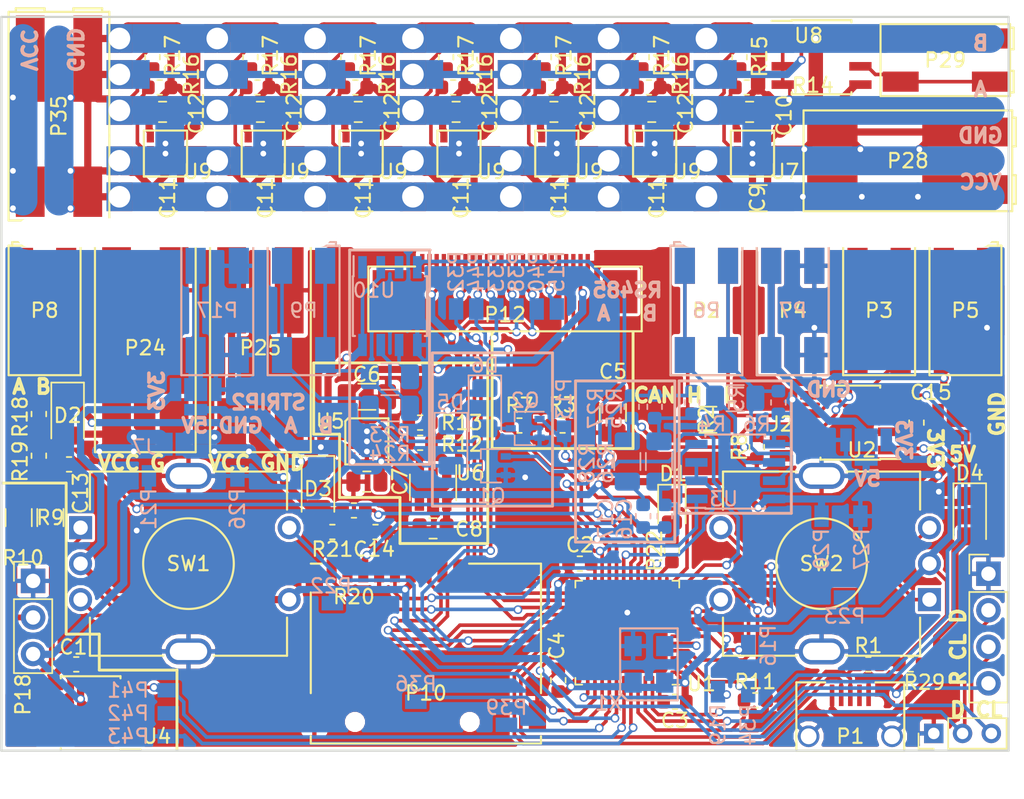
<source format=kicad_pcb>
(kicad_pcb (version 20171130) (host pcbnew "(5.0.2-5-10.14)")
  (layers (0 F.Cu signal) (31 B.Cu signal) (34 B.Paste user hide) (35 F.Paste user hide) (36 B.SilkS user hide) (37 F.SilkS user) (38 B.Mask user hide) (39 F.Mask user hide) (44 Edge.Cuts user))
  (net 0 "")
  (net 1 +3V3)
  (net 2 GND)
  (net 3 "Net-(C5-Pad1)")
  (net 4 VCC)
  (net 5 +5V)
  (net 6 "Net-(C11-Pad1)")
  (net 7 "Net-(D1-Pad2)")
  (net 8 "Net-(P13-Pad1)")
  (net 9 "Net-(P18-Pad2)")
  (net 10 "Net-(U1-Pad5)")
  (net 11 "Net-(J2-Pad2)")
  (net 12 "Net-(P1-Pad4)")
  (net 13 "Net-(R12-Pad2)")
  (net 14 "Net-(D2-Pad2)")
  (net 15 "Net-(D3-Pad2)")
  (net 16 "Net-(P12-Pad4)")
  (net 17 "Net-(P12-Pad15)")
  (net 18 "Net-(P12-Pad21)")
  (net 19 "Net-(P16-Pad1)")
  (net 20 "Net-(P29-Pad2)")
  (net 21 "Net-(P29-Pad1)")
  (net 22 "Net-(R9-Pad1)")
  (net 23 "Net-(R14-Pad2)")
  (net 24 "Net-(R16-Pad2)")
  (net 25 "Net-(U4-Pad1)")
  (net 26 "Net-(U5-Pad7)")
  (net 27 "Net-(U5-Pad8)")
  (net 28 "Net-(U6-Pad4)")
  (net 29 "Net-(U7-Pad7)")
  (net 30 "Net-(U7-Pad8)")
  (net 31 "Net-(U9-Pad7)")
  (net 32 "Net-(U9-Pad8)")
  (net 33 U1)
  (net 34 U2)
  (net 35 USB_DP)
  (net 36 USB_DM)
  (net 37 SD_NSS)
  (net 38 SD_MOSI)
  (net 39 SD_SCK)
  (net 40 SD_MISO)
  (net 41 SD_DET)
  (net 42 DISP_SCK)
  (net 43 DISP_MOSI)
  (net 44 DISP_NSS)
  (net 45 DISP_RES#)
  (net 46 DISP_D_C#)
  (net 47 TTY_RX)
  (net 48 STRIP1_TTY_TX)
  (net 49 DEBUG_LED)
  (net 50 ENC1_SW)
  (net 51 ENC1_CH2)
  (net 52 ENC1_CH1)
  (net 53 ENC2_SW)
  (net 54 ENC2_CH2)
  (net 55 ENC2_CH1)
  (net 56 RS485_DE)
  (net 57 RS485_TX)
  (net 58 RS485_RX)
  (net 59 "Net-(D4-Pad2)")
  (net 60 SWDIO)
  (net 61 "Net-(P34-Pad1)")
  (net 62 GNDD)
  (net 63 +5VD)
  (net 64 "Net-(P30-Pad4)")
  (net 65 "Net-(P10-Pad1)")
  (net 66 "Net-(P10-Pad8)")
  (net 67 "Net-(P19-Pad1)")
  (net 68 "Net-(P36-Pad1)")
  (net 69 "Net-(P39-Pad1)")
  (net 70 CAN_RX)
  (net 71 CAN_TX)
  (net 72 "Net-(U2-Pad5)")
  (net 73 CANH)
  (net 74 CANL)
  (net 75 "Net-(R23-Pad1)")
  (net 76 "Net-(R24-Pad1)")
  (net 77 STRIP2_TX)
  (net 78 "Net-(U10-Pad1)")
  (net 79 RS485B)
  (net 80 RS485A)
  (net 81 "Net-(J3-Pad1)")
  (net 82 "Net-(J4-Pad1)")
  (net 83 "Net-(J5-Pad1)")
  (net 84 STRIP2_B)
  (net 85 STRIP2_A)
  (net 86 STRIP1_B)
  (net 87 STRIP1_A)
  (net 88 SWCLK)
  (net 89 NRST)
  (module LedControl:Jumper3 (layer F.Cu) (at 131.5 111.7 270)
    (fp_text reference J3 hide)
    (fp_text value Jumper)
    (pad 3 smd rect (at 1.4 0 270) (size 0.8 1.6) (layers F.Cu F.Mask) (net 5 +5V))
    (pad 4 smd rect (at 0 -1.4 270) (size 1.6 0.8) (layers F.Cu F.Mask) (net 2 GND))
    (pad 1 smd rect (at 0 0 270) (size 1.6 1.6) (layers F.Cu F.Mask) (net 81 "Net-(J3-Pad1)"))
    (pad 2 smd rect (at 0 1.4 270) (size 1.6 0.8) (layers F.Cu F.Mask) (net 1 +3V3))
  )
  (module LedControl:Jumper3 (layer B.Cu) (at 125.1 113.4 270)
    (fp_text reference J4 hide)
    (fp_text value Jumper)
    (pad 3 smd rect (at 1.4 0 270) (size 0.8 1.6) (layers B.Cu B.Mask) (net 5 +5V))
    (pad 4 smd rect (at 0 1.4 270) (size 1.6 0.8) (layers B.Cu B.Mask) (net 2 GND))
    (pad 1 smd rect (at 0 0 270) (size 1.6 1.6) (layers B.Cu B.Mask) (net 82 "Net-(J4-Pad1)"))
    (pad 2 smd rect (at 0 -1.4 270) (size 1.6 0.8) (layers B.Cu B.Mask) (net 1 +3V3))
  )
  (module Capacitor_SMD:C_1206_3216Metric (layer F.Cu) (at 107.5 111.5 270)
    (fp_text reference C5 (at -2.85 0) (layer F.SilkS))
    (fp_text value 10u)
    (pad 2 smd roundrect (at 1.4 0 270) (size 1.25 1.75) (layers F.Cu F.Paste F.Mask) (roundrect_rratio 0.2) (net 2 GND))
    (pad 1 smd roundrect (at -1.4 0 270) (size 1.25 1.75) (layers F.Cu F.Paste F.Mask) (roundrect_rratio 0.2) (net 3 "Net-(C5-Pad1)"))
  )
  (module Resistor_SMD:R_1206_3216Metric (layer B.Cu) (at 92 111.2 180)
    (fp_text reference R24 (at 0 -3.15) (layer B.SilkS) (effects (justify mirror)))
    (fp_text value 120R)
    (pad 1 smd roundrect (at -1.4 0 180) (size 1.25 1.75) (layers B.Cu B.Paste B.Mask) (roundrect_rratio 0.2) (net 76 "Net-(R24-Pad1)"))
    (pad 2 smd roundrect (at 1.4 0 180) (size 1.25 1.75) (layers B.Cu B.Paste B.Mask) (roundrect_rratio 0.2) (net 85 STRIP2_A))
  )
  (module Package_SO:SOIC-8_3.9x4.9mm_P1.27mm (layer F.Cu) (at 124 112.2 180)
    (fp_text reference U2 (at -0.8 -1.9 180) (layer F.SilkS))
    (fp_text value SN65HVD230)
    (pad 1 smd rect (at -2.7 -1.905 180) (size 1.55 0.6) (layers F.Cu F.Paste F.Mask) (net 71 CAN_TX))
    (pad 2 smd rect (at -2.7 -0.635 180) (size 1.55 0.6) (layers F.Cu F.Paste F.Mask) (net 2 GND))
    (pad 3 smd rect (at -2.7 0.635 180) (size 1.55 0.6) (layers F.Cu F.Paste F.Mask) (net 1 +3V3))
    (pad 4 smd rect (at -2.7 1.905 180) (size 1.55 0.6) (layers F.Cu F.Paste F.Mask) (net 70 CAN_RX))
    (pad 5 smd rect (at 2.7 1.905 180) (size 1.55 0.6) (layers F.Cu F.Paste F.Mask) (net 72 "Net-(U2-Pad5)"))
    (pad 6 smd rect (at 2.7 0.635 180) (size 1.55 0.6) (layers F.Cu F.Paste F.Mask) (net 74 CANL))
    (pad 7 smd rect (at 2.7 -0.635 180) (size 1.55 0.6) (layers F.Cu F.Paste F.Mask) (net 73 CANH))
    (pad 8 smd rect (at 2.7 -1.905 180) (size 1.55 0.6) (layers F.Cu F.Paste F.Mask) (net 11 "Net-(J2-Pad2)"))
  )
  (module LedControl:LED_Strip (layer F.Cu) (at 73.2 97.5)
    (fp_text reference P31 hide)
    (fp_text value LED_Strip)
    (pad 1 thru_hole rect (at 0 -1) (size 1.8 2) (drill 1.5) (layers *.Cu *.Mask) (net 6 "Net-(C11-Pad1)"))
    (pad 2 thru_hole rect (at 0 -3.5) (size 1.8 2) (drill 1.5) (layers *.Cu *.Mask) (net 62 GNDD))
    (pad 3 thru_hole rect (at 0 -7) (size 1.8 2) (drill 1.5) (layers *.Cu *.Mask) (net 62 GNDD))
    (pad 4 thru_hole rect (at 0 -9.5) (size 1.8 2) (drill 1.5) (layers *.Cu *.Mask) (net 64 "Net-(P30-Pad4)"))
    (pad 5 thru_hole rect (at 0 -12) (size 1.8 2) (drill 1.5) (layers *.Cu *.Mask) (net 63 +5VD))
    (pad "" np_thru_hole circle (at 0 -2.25) (size 0.5 0.5) (drill 0.5) (layers *.Cu *.Mask))
    (pad "" np_thru_hole circle (at 0 -5.25) (size 1.2 1.2) (drill 1.2) (layers *.Cu *.Mask))
    (pad "" np_thru_hole circle (at 0 -8.25) (size 0.5 0.5) (drill 0.5) (layers *.Cu *.Mask))
    (pad "" np_thru_hole circle (at 0 -10.75) (size 0.5 0.5) (drill 0.5) (layers *.Cu *.Mask))
    (pad 2 smd rect (at 3.5 -3.5) (size 5.2 2) (layers B.Cu B.Mask) (net 62 GNDD))
    (pad 1 smd rect (at 3.5 -1) (size 5.2 2) (layers B.Cu B.Mask) (net 6 "Net-(C11-Pad1)"))
    (pad 3 smd rect (at 3.5 -7) (size 5.2 2) (layers B.Cu) (net 62 GNDD))
    (pad 4 smd rect (at 1.5 -9.5) (size 1.2 2) (layers B.Cu) (net 64 "Net-(P30-Pad4)"))
    (pad 5 smd rect (at 3.5 -12) (size 5.2 2) (layers B.Cu) (net 63 +5VD))
  )
  (module Resistor_SMD:R_0603_1608Metric (layer F.Cu) (at 75.5 86.8 90)
    (fp_text reference R17 (at 0.1 1.4 90) (layer F.SilkS))
    (fp_text value 10k)
    (pad 1 smd roundrect (at -0.7875 0 90) (size 0.875 0.95) (layers F.Cu F.Paste F.Mask) (net 24 "Net-(R16-Pad2)"))
    (pad 2 smd roundrect (at 0.7875 0 90) (size 0.875 0.95) (layers F.Cu F.Paste F.Mask) (net 62 GNDD))
  )
  (module Resistor_SMD:R_0603_1608Metric (layer F.Cu) (at 76 88.9 180)
    (fp_text reference R16 (at -2.2 0.9 270) (layer F.SilkS))
    (fp_text value 52k3)
    (pad 2 smd roundrect (at 0.7875 0 180) (size 0.875 0.95) (layers F.Cu F.Paste F.Mask) (net 24 "Net-(R16-Pad2)"))
    (pad 1 smd roundrect (at -0.7875 0 180) (size 0.875 0.95) (layers F.Cu F.Paste F.Mask) (net 63 +5VD))
  )
  (module Capacitor_SMD:C_0805_2012Metric (layer F.Cu) (at 76.2 90.6)
    (fp_text reference C12 (at 2.35 0.1 90) (layer F.SilkS))
    (fp_text value 22u)
    (pad 1 smd roundrect (at -0.9375 0) (size 0.975 1.4) (layers F.Cu F.Paste F.Mask) (net 63 +5VD))
    (pad 2 smd roundrect (at 0.9375 0) (size 0.975 1.4) (layers F.Cu F.Paste F.Mask) (net 62 GNDD))
  )
  (module Capacitor_SMD:C_1206_3216Metric (layer F.Cu) (at 76.6 96.6 180)
    (fp_text reference C11 (at 0.05 0 270) (layer F.SilkS))
    (fp_text value 10u)
    (pad 2 smd roundrect (at 1.4 0 180) (size 1.25 1.75) (layers F.Cu F.Paste F.Mask) (roundrect_rratio 0.2) (net 62 GNDD))
    (pad 1 smd roundrect (at -1.4 0 180) (size 1.25 1.75) (layers F.Cu F.Paste F.Mask) (roundrect_rratio 0.2) (net 6 "Net-(C11-Pad1)"))
  )
  (module LedControl:TPS82130 (layer F.Cu) (at 76.4 93.5 180)
    (fp_text reference U9 (at -2.25 -1.25 180) (layer F.SilkS))
    (fp_text value TPS82130)
    (pad 1 smd rect (at -1.05 -0.975 180) (size 0.5 0.4) (layers F.Cu F.Paste F.Mask) (net 6 "Net-(C11-Pad1)"))
    (pad 2 smd rect (at -1.05 -0.325 180) (size 0.5 0.4) (layers F.Cu F.Paste F.Mask) (net 6 "Net-(C11-Pad1)"))
    (pad 3 smd rect (at -1.05 0.325 180) (size 0.5 0.4) (layers F.Cu F.Paste F.Mask) (net 62 GNDD))
    (pad 4 smd rect (at -1.05 0.975 180) (size 0.5 0.4) (layers F.Cu F.Paste F.Mask) (net 63 +5VD))
    (pad 5 smd rect (at 1.05 0.975 180) (size 0.5 0.4) (layers F.Cu F.Paste F.Mask) (net 63 +5VD))
    (pad 6 smd rect (at 1.05 0.325 180) (size 0.5 0.4) (layers F.Cu F.Paste F.Mask) (net 24 "Net-(R16-Pad2)"))
    (pad 7 smd rect (at 1.05 -0.325 180) (size 0.5 0.4) (layers F.Cu F.Paste F.Mask) (net 31 "Net-(U9-Pad7)"))
    (pad 8 smd rect (at 1.05 -0.975 180) (size 0.5 0.4) (layers F.Cu F.Paste F.Mask) (net 32 "Net-(U9-Pad8)"))
    (pad 9 smd rect (at 0 0 180) (size 1.1 1.9) (layers F.Cu F.Mask) (net 62 GNDD))
  )
  (module LedControl:LED_Strip (layer F.Cu) (at 80 97.5)
    (fp_text reference P31 hide)
    (fp_text value LED_Strip)
    (pad 1 thru_hole rect (at 0 -1) (size 1.8 2) (drill 1.5) (layers *.Cu *.Mask))
    (pad 2 thru_hole rect (at 0 -3.5) (size 1.8 2) (drill 1.5) (layers *.Cu *.Mask))
    (pad 3 thru_hole rect (at 0 -7) (size 1.8 2) (drill 1.5) (layers *.Cu *.Mask))
    (pad 4 thru_hole rect (at 0 -9.5) (size 1.8 2) (drill 1.5) (layers *.Cu *.Mask))
    (pad 5 thru_hole rect (at 0 -12) (size 1.8 2) (drill 1.5) (layers *.Cu *.Mask))
    (pad "" np_thru_hole circle (at 0 -2.25) (size 0.5 0.5) (drill 0.5) (layers *.Cu *.Mask))
    (pad "" np_thru_hole circle (at 0 -5.25) (size 1.2 1.2) (drill 1.2) (layers *.Cu *.Mask))
    (pad "" np_thru_hole circle (at 0 -8.25) (size 0.5 0.5) (drill 0.5) (layers *.Cu *.Mask))
    (pad "" np_thru_hole circle (at 0 -10.75) (size 0.5 0.5) (drill 0.5) (layers *.Cu *.Mask))
    (pad 2 smd rect (at 3.5 -3.5) (size 5.2 2) (layers B.Cu B.Mask))
    (pad 1 smd rect (at 3.5 -1) (size 5.2 2) (layers B.Cu B.Mask))
    (pad 3 smd rect (at 3.5 -7) (size 5.2 2) (layers B.Cu))
    (pad 4 smd rect (at 1.5 -9.5) (size 1.2 2) (layers B.Cu))
    (pad 5 smd rect (at 3.5 -12) (size 5.2 2) (layers B.Cu))
  )
  (module Resistor_SMD:R_0603_1608Metric (layer F.Cu) (at 82.3 86.8 90)
    (fp_text reference R17 (at 0.1 1.4 90) (layer F.SilkS))
    (fp_text value 10k)
    (pad 1 smd roundrect (at -0.7875 0 90) (size 0.875 0.95) (layers F.Cu F.Paste F.Mask))
    (pad 2 smd roundrect (at 0.7875 0 90) (size 0.875 0.95) (layers F.Cu F.Paste F.Mask))
  )
  (module Resistor_SMD:R_0603_1608Metric (layer F.Cu) (at 82.8 88.9 180)
    (fp_text reference R16 (at -2.2 0.9 270) (layer F.SilkS))
    (fp_text value 52k3)
    (pad 2 smd roundrect (at 0.7875 0 180) (size 0.875 0.95) (layers F.Cu F.Paste F.Mask))
    (pad 1 smd roundrect (at -0.7875 0 180) (size 0.875 0.95) (layers F.Cu F.Paste F.Mask))
  )
  (module Capacitor_SMD:C_0805_2012Metric (layer F.Cu) (at 83 90.6)
    (fp_text reference C12 (at 2.35 0.1 90) (layer F.SilkS))
    (fp_text value 22u)
    (pad 1 smd roundrect (at -0.9375 0) (size 0.975 1.4) (layers F.Cu F.Paste F.Mask))
    (pad 2 smd roundrect (at 0.9375 0) (size 0.975 1.4) (layers F.Cu F.Paste F.Mask))
  )
  (module Capacitor_SMD:C_1206_3216Metric (layer F.Cu) (at 83.4 96.6 180)
    (fp_text reference C11 (at 0.05 0 270) (layer F.SilkS))
    (fp_text value 10u)
    (pad 2 smd roundrect (at 1.4 0 180) (size 1.25 1.75) (layers F.Cu F.Paste F.Mask) (roundrect_rratio 0.2))
    (pad 1 smd roundrect (at -1.4 0 180) (size 1.25 1.75) (layers F.Cu F.Paste F.Mask) (roundrect_rratio 0.2))
  )
  (module LedControl:TPS82130 (layer F.Cu) (at 83.2 93.5 180)
    (fp_text reference U9 (at -2.25 -1.25 180) (layer F.SilkS))
    (fp_text value TPS82130)
    (pad 1 smd rect (at -1.05 -0.975 180) (size 0.5 0.4) (layers F.Cu F.Paste F.Mask))
    (pad 2 smd rect (at -1.05 -0.325 180) (size 0.5 0.4) (layers F.Cu F.Paste F.Mask))
    (pad 3 smd rect (at -1.05 0.325 180) (size 0.5 0.4) (layers F.Cu F.Paste F.Mask))
    (pad 4 smd rect (at -1.05 0.975 180) (size 0.5 0.4) (layers F.Cu F.Paste F.Mask))
    (pad 5 smd rect (at 1.05 0.975 180) (size 0.5 0.4) (layers F.Cu F.Paste F.Mask))
    (pad 6 smd rect (at 1.05 0.325 180) (size 0.5 0.4) (layers F.Cu F.Paste F.Mask))
    (pad 7 smd rect (at 1.05 -0.325 180) (size 0.5 0.4) (layers F.Cu F.Paste F.Mask))
    (pad 8 smd rect (at 1.05 -0.975 180) (size 0.5 0.4) (layers F.Cu F.Paste F.Mask))
    (pad 9 smd rect (at 0 0 180) (size 1.1 1.9) (layers F.Cu F.Mask))
  )
  (module LedControl:LED_Strip (layer F.Cu) (at 86.8 97.5)
    (fp_text reference P31 hide)
    (fp_text value LED_Strip)
    (pad 1 thru_hole rect (at 0 -1) (size 1.8 2) (drill 1.5) (layers *.Cu *.Mask))
    (pad 2 thru_hole rect (at 0 -3.5) (size 1.8 2) (drill 1.5) (layers *.Cu *.Mask))
    (pad 3 thru_hole rect (at 0 -7) (size 1.8 2) (drill 1.5) (layers *.Cu *.Mask))
    (pad 4 thru_hole rect (at 0 -9.5) (size 1.8 2) (drill 1.5) (layers *.Cu *.Mask))
    (pad 5 thru_hole rect (at 0 -12) (size 1.8 2) (drill 1.5) (layers *.Cu *.Mask))
    (pad "" np_thru_hole circle (at 0 -2.25) (size 0.5 0.5) (drill 0.5) (layers *.Cu *.Mask))
    (pad "" np_thru_hole circle (at 0 -5.25) (size 1.2 1.2) (drill 1.2) (layers *.Cu *.Mask))
    (pad "" np_thru_hole circle (at 0 -8.25) (size 0.5 0.5) (drill 0.5) (layers *.Cu *.Mask))
    (pad "" np_thru_hole circle (at 0 -10.75) (size 0.5 0.5) (drill 0.5) (layers *.Cu *.Mask))
    (pad 2 smd rect (at 3.5 -3.5) (size 5.2 2) (layers B.Cu B.Mask))
    (pad 1 smd rect (at 3.5 -1) (size 5.2 2) (layers B.Cu B.Mask))
    (pad 3 smd rect (at 3.5 -7) (size 5.2 2) (layers B.Cu))
    (pad 4 smd rect (at 1.5 -9.5) (size 1.2 2) (layers B.Cu))
    (pad 5 smd rect (at 3.5 -12) (size 5.2 2) (layers B.Cu))
  )
  (module Resistor_SMD:R_0603_1608Metric (layer F.Cu) (at 89.1 86.8 90)
    (fp_text reference R17 (at 0.1 1.4 90) (layer F.SilkS))
    (fp_text value 10k)
    (pad 1 smd roundrect (at -0.7875 0 90) (size 0.875 0.95) (layers F.Cu F.Paste F.Mask))
    (pad 2 smd roundrect (at 0.7875 0 90) (size 0.875 0.95) (layers F.Cu F.Paste F.Mask))
  )
  (module Resistor_SMD:R_0603_1608Metric (layer F.Cu) (at 89.6 88.9 180)
    (fp_text reference R16 (at -2.2 0.9 270) (layer F.SilkS))
    (fp_text value 52k3)
    (pad 2 smd roundrect (at 0.7875 0 180) (size 0.875 0.95) (layers F.Cu F.Paste F.Mask))
    (pad 1 smd roundrect (at -0.7875 0 180) (size 0.875 0.95) (layers F.Cu F.Paste F.Mask))
  )
  (module Capacitor_SMD:C_0805_2012Metric (layer F.Cu) (at 89.8 90.6)
    (fp_text reference C12 (at 2.35 0.1 90) (layer F.SilkS))
    (fp_text value 22u)
    (pad 1 smd roundrect (at -0.9375 0) (size 0.975 1.4) (layers F.Cu F.Paste F.Mask))
    (pad 2 smd roundrect (at 0.9375 0) (size 0.975 1.4) (layers F.Cu F.Paste F.Mask))
  )
  (module Capacitor_SMD:C_1206_3216Metric (layer F.Cu) (at 90.2 96.6 180)
    (fp_text reference C11 (at 0.05 0 270) (layer F.SilkS))
    (fp_text value 10u)
    (pad 2 smd roundrect (at 1.4 0 180) (size 1.25 1.75) (layers F.Cu F.Paste F.Mask) (roundrect_rratio 0.2))
    (pad 1 smd roundrect (at -1.4 0 180) (size 1.25 1.75) (layers F.Cu F.Paste F.Mask) (roundrect_rratio 0.2))
  )
  (module LedControl:TPS82130 (layer F.Cu) (at 90 93.5 180)
    (fp_text reference U9 (at -2.25 -1.25 180) (layer F.SilkS))
    (fp_text value TPS82130)
    (pad 1 smd rect (at -1.05 -0.975 180) (size 0.5 0.4) (layers F.Cu F.Paste F.Mask))
    (pad 2 smd rect (at -1.05 -0.325 180) (size 0.5 0.4) (layers F.Cu F.Paste F.Mask))
    (pad 3 smd rect (at -1.05 0.325 180) (size 0.5 0.4) (layers F.Cu F.Paste F.Mask))
    (pad 4 smd rect (at -1.05 0.975 180) (size 0.5 0.4) (layers F.Cu F.Paste F.Mask))
    (pad 5 smd rect (at 1.05 0.975 180) (size 0.5 0.4) (layers F.Cu F.Paste F.Mask))
    (pad 6 smd rect (at 1.05 0.325 180) (size 0.5 0.4) (layers F.Cu F.Paste F.Mask))
    (pad 7 smd rect (at 1.05 -0.325 180) (size 0.5 0.4) (layers F.Cu F.Paste F.Mask))
    (pad 8 smd rect (at 1.05 -0.975 180) (size 0.5 0.4) (layers F.Cu F.Paste F.Mask))
    (pad 9 smd rect (at 0 0 180) (size 1.1 1.9) (layers F.Cu F.Mask))
  )
  (module LedControl:LED_Strip (layer F.Cu) (at 93.6 97.5)
    (fp_text reference P31 hide)
    (fp_text value LED_Strip)
    (pad 1 thru_hole rect (at 0 -1) (size 1.8 2) (drill 1.5) (layers *.Cu *.Mask))
    (pad 2 thru_hole rect (at 0 -3.5) (size 1.8 2) (drill 1.5) (layers *.Cu *.Mask))
    (pad 3 thru_hole rect (at 0 -7) (size 1.8 2) (drill 1.5) (layers *.Cu *.Mask))
    (pad 4 thru_hole rect (at 0 -9.5) (size 1.8 2) (drill 1.5) (layers *.Cu *.Mask))
    (pad 5 thru_hole rect (at 0 -12) (size 1.8 2) (drill 1.5) (layers *.Cu *.Mask))
    (pad "" np_thru_hole circle (at 0 -2.25) (size 0.5 0.5) (drill 0.5) (layers *.Cu *.Mask))
    (pad "" np_thru_hole circle (at 0 -5.25) (size 1.2 1.2) (drill 1.2) (layers *.Cu *.Mask))
    (pad "" np_thru_hole circle (at 0 -8.25) (size 0.5 0.5) (drill 0.5) (layers *.Cu *.Mask))
    (pad "" np_thru_hole circle (at 0 -10.75) (size 0.5 0.5) (drill 0.5) (layers *.Cu *.Mask))
    (pad 2 smd rect (at 3.5 -3.5) (size 5.2 2) (layers B.Cu B.Mask))
    (pad 1 smd rect (at 3.5 -1) (size 5.2 2) (layers B.Cu B.Mask))
    (pad 3 smd rect (at 3.5 -7) (size 5.2 2) (layers B.Cu))
    (pad 4 smd rect (at 1.5 -9.5) (size 1.2 2) (layers B.Cu))
    (pad 5 smd rect (at 3.5 -12) (size 5.2 2) (layers B.Cu))
  )
  (module Resistor_SMD:R_0603_1608Metric (layer F.Cu) (at 95.9 86.8 90)
    (fp_text reference R17 (at 0.1 1.4 90) (layer F.SilkS))
    (fp_text value 10k)
    (pad 1 smd roundrect (at -0.7875 0 90) (size 0.875 0.95) (layers F.Cu F.Paste F.Mask))
    (pad 2 smd roundrect (at 0.7875 0 90) (size 0.875 0.95) (layers F.Cu F.Paste F.Mask))
  )
  (module Resistor_SMD:R_0603_1608Metric (layer F.Cu) (at 96.4 88.9 180)
    (fp_text reference R16 (at -2.2 0.9 270) (layer F.SilkS))
    (fp_text value 52k3)
    (pad 2 smd roundrect (at 0.7875 0 180) (size 0.875 0.95) (layers F.Cu F.Paste F.Mask))
    (pad 1 smd roundrect (at -0.7875 0 180) (size 0.875 0.95) (layers F.Cu F.Paste F.Mask))
  )
  (module Capacitor_SMD:C_0805_2012Metric (layer F.Cu) (at 96.6 90.6)
    (fp_text reference C12 (at 2.35 0.1 90) (layer F.SilkS))
    (fp_text value 22u)
    (pad 1 smd roundrect (at -0.9375 0) (size 0.975 1.4) (layers F.Cu F.Paste F.Mask))
    (pad 2 smd roundrect (at 0.9375 0) (size 0.975 1.4) (layers F.Cu F.Paste F.Mask))
  )
  (module Capacitor_SMD:C_1206_3216Metric (layer F.Cu) (at 97 96.6 180)
    (fp_text reference C11 (at 0.05 0 270) (layer F.SilkS))
    (fp_text value 10u)
    (pad 2 smd roundrect (at 1.4 0 180) (size 1.25 1.75) (layers F.Cu F.Paste F.Mask) (roundrect_rratio 0.2))
    (pad 1 smd roundrect (at -1.4 0 180) (size 1.25 1.75) (layers F.Cu F.Paste F.Mask) (roundrect_rratio 0.2))
  )
  (module LedControl:TPS82130 (layer F.Cu) (at 96.8 93.5 180)
    (fp_text reference U9 (at -2.25 -1.25 180) (layer F.SilkS))
    (fp_text value TPS82130)
    (pad 1 smd rect (at -1.05 -0.975 180) (size 0.5 0.4) (layers F.Cu F.Paste F.Mask))
    (pad 2 smd rect (at -1.05 -0.325 180) (size 0.5 0.4) (layers F.Cu F.Paste F.Mask))
    (pad 3 smd rect (at -1.05 0.325 180) (size 0.5 0.4) (layers F.Cu F.Paste F.Mask))
    (pad 4 smd rect (at -1.05 0.975 180) (size 0.5 0.4) (layers F.Cu F.Paste F.Mask))
    (pad 5 smd rect (at 1.05 0.975 180) (size 0.5 0.4) (layers F.Cu F.Paste F.Mask))
    (pad 6 smd rect (at 1.05 0.325 180) (size 0.5 0.4) (layers F.Cu F.Paste F.Mask))
    (pad 7 smd rect (at 1.05 -0.325 180) (size 0.5 0.4) (layers F.Cu F.Paste F.Mask))
    (pad 8 smd rect (at 1.05 -0.975 180) (size 0.5 0.4) (layers F.Cu F.Paste F.Mask))
    (pad 9 smd rect (at 0 0 180) (size 1.1 1.9) (layers F.Cu F.Mask))
  )
  (module LedControl:LED_Strip (layer F.Cu) (at 100.4 97.5)
    (fp_text reference P31 hide)
    (fp_text value LED_Strip)
    (pad 1 thru_hole rect (at 0 -1) (size 1.8 2) (drill 1.5) (layers *.Cu *.Mask))
    (pad 2 thru_hole rect (at 0 -3.5) (size 1.8 2) (drill 1.5) (layers *.Cu *.Mask))
    (pad 3 thru_hole rect (at 0 -7) (size 1.8 2) (drill 1.5) (layers *.Cu *.Mask))
    (pad 4 thru_hole rect (at 0 -9.5) (size 1.8 2) (drill 1.5) (layers *.Cu *.Mask))
    (pad 5 thru_hole rect (at 0 -12) (size 1.8 2) (drill 1.5) (layers *.Cu *.Mask))
    (pad "" np_thru_hole circle (at 0 -2.25) (size 0.5 0.5) (drill 0.5) (layers *.Cu *.Mask))
    (pad "" np_thru_hole circle (at 0 -5.25) (size 1.2 1.2) (drill 1.2) (layers *.Cu *.Mask))
    (pad "" np_thru_hole circle (at 0 -8.25) (size 0.5 0.5) (drill 0.5) (layers *.Cu *.Mask))
    (pad "" np_thru_hole circle (at 0 -10.75) (size 0.5 0.5) (drill 0.5) (layers *.Cu *.Mask))
    (pad 2 smd rect (at 3.5 -3.5) (size 5.2 2) (layers B.Cu B.Mask))
    (pad 1 smd rect (at 3.5 -1) (size 5.2 2) (layers B.Cu B.Mask))
    (pad 3 smd rect (at 3.5 -7) (size 5.2 2) (layers B.Cu))
    (pad 4 smd rect (at 1.5 -9.5) (size 1.2 2) (layers B.Cu))
    (pad 5 smd rect (at 3.5 -12) (size 5.2 2) (layers B.Cu))
  )
  (module Resistor_SMD:R_0603_1608Metric (layer F.Cu) (at 102.7 86.8 90)
    (fp_text reference R17 (at 0.1 1.4 90) (layer F.SilkS))
    (fp_text value 10k)
    (pad 1 smd roundrect (at -0.7875 0 90) (size 0.875 0.95) (layers F.Cu F.Paste F.Mask))
    (pad 2 smd roundrect (at 0.7875 0 90) (size 0.875 0.95) (layers F.Cu F.Paste F.Mask))
  )
  (module Resistor_SMD:R_0603_1608Metric (layer F.Cu) (at 103.2 88.9 180)
    (fp_text reference R16 (at -2.2 0.9 270) (layer F.SilkS))
    (fp_text value 52k3)
    (pad 2 smd roundrect (at 0.7875 0 180) (size 0.875 0.95) (layers F.Cu F.Paste F.Mask))
    (pad 1 smd roundrect (at -0.7875 0 180) (size 0.875 0.95) (layers F.Cu F.Paste F.Mask))
  )
  (module Capacitor_SMD:C_0805_2012Metric (layer F.Cu) (at 103.4 90.6)
    (fp_text reference C12 (at 2.35 0.1 90) (layer F.SilkS))
    (fp_text value 22u)
    (pad 1 smd roundrect (at -0.9375 0) (size 0.975 1.4) (layers F.Cu F.Paste F.Mask))
    (pad 2 smd roundrect (at 0.9375 0) (size 0.975 1.4) (layers F.Cu F.Paste F.Mask))
  )
  (module Capacitor_SMD:C_1206_3216Metric (layer F.Cu) (at 103.8 96.6 180)
    (fp_text reference C11 (at 0.05 0 270) (layer F.SilkS))
    (fp_text value 10u)
    (pad 2 smd roundrect (at 1.4 0 180) (size 1.25 1.75) (layers F.Cu F.Paste F.Mask) (roundrect_rratio 0.2))
    (pad 1 smd roundrect (at -1.4 0 180) (size 1.25 1.75) (layers F.Cu F.Paste F.Mask) (roundrect_rratio 0.2))
  )
  (module LedControl:TPS82130 (layer F.Cu) (at 103.6 93.5 180)
    (fp_text reference U9 (at -2.25 -1.25 180) (layer F.SilkS))
    (fp_text value TPS82130)
    (pad 1 smd rect (at -1.05 -0.975 180) (size 0.5 0.4) (layers F.Cu F.Paste F.Mask))
    (pad 2 smd rect (at -1.05 -0.325 180) (size 0.5 0.4) (layers F.Cu F.Paste F.Mask))
    (pad 3 smd rect (at -1.05 0.325 180) (size 0.5 0.4) (layers F.Cu F.Paste F.Mask))
    (pad 4 smd rect (at -1.05 0.975 180) (size 0.5 0.4) (layers F.Cu F.Paste F.Mask))
    (pad 5 smd rect (at 1.05 0.975 180) (size 0.5 0.4) (layers F.Cu F.Paste F.Mask))
    (pad 6 smd rect (at 1.05 0.325 180) (size 0.5 0.4) (layers F.Cu F.Paste F.Mask))
    (pad 7 smd rect (at 1.05 -0.325 180) (size 0.5 0.4) (layers F.Cu F.Paste F.Mask))
    (pad 8 smd rect (at 1.05 -0.975 180) (size 0.5 0.4) (layers F.Cu F.Paste F.Mask))
    (pad 9 smd rect (at 0 0 180) (size 1.1 1.9) (layers F.Cu F.Mask))
  )
  (module LedControl:Divider_22mm (layer F.Cu) (at 100 99)
    (fp_text reference DIVIDER2 hide)
    (fp_text value Divider_22mm)
    (pad "" np_thru_hole oval (at 0 0) (size 22 2) (drill oval 22 2) (layers *.Cu *.Mask))
  )
  (module LedControl:LED_Strip (layer F.Cu) (at 107.2 97.5)
    (fp_text reference P31 hide)
    (fp_text value LED_Strip)
    (pad 5 smd rect (at 3.5 -12) (size 5.2 2) (layers B.Cu) (net 63 +5VD))
    (pad 4 smd rect (at 1.5 -9.5) (size 1.2 2) (layers B.Cu) (net 64 "Net-(P30-Pad4)"))
    (pad 3 smd rect (at 3.5 -7) (size 5.2 2) (layers B.Cu) (net 62 GNDD))
    (pad 1 smd rect (at 3.5 -1) (size 5.2 2) (layers B.Cu B.Mask) (net 6 "Net-(C11-Pad1)"))
    (pad 2 smd rect (at 3.5 -3.5) (size 5.2 2) (layers B.Cu B.Mask) (net 62 GNDD))
    (pad "" np_thru_hole circle (at 0 -10.75) (size 0.5 0.5) (drill 0.5) (layers *.Cu *.Mask))
    (pad "" np_thru_hole circle (at 0 -8.25) (size 0.5 0.5) (drill 0.5) (layers *.Cu *.Mask))
    (pad "" np_thru_hole circle (at 0 -5.25) (size 1.2 1.2) (drill 1.2) (layers *.Cu *.Mask))
    (pad "" np_thru_hole circle (at 0 -2.25) (size 0.5 0.5) (drill 0.5) (layers *.Cu *.Mask))
    (pad 5 thru_hole rect (at 0 -12) (size 1.8 2) (drill 1.5) (layers *.Cu *.Mask) (net 63 +5VD))
    (pad 4 thru_hole rect (at 0 -9.5) (size 1.8 2) (drill 1.5) (layers *.Cu *.Mask) (net 64 "Net-(P30-Pad4)"))
    (pad 3 thru_hole rect (at 0 -7) (size 1.8 2) (drill 1.5) (layers *.Cu *.Mask) (net 62 GNDD))
    (pad 2 thru_hole rect (at 0 -3.5) (size 1.8 2) (drill 1.5) (layers *.Cu *.Mask) (net 62 GNDD))
    (pad 1 thru_hole rect (at 0 -1) (size 1.8 2) (drill 1.5) (layers *.Cu *.Mask) (net 6 "Net-(C11-Pad1)"))
  )
  (module LedControl:LED_Strip (layer F.Cu) (at 114 97.5)
    (fp_text reference P30 hide)
    (fp_text value LED_Strip)
    (pad 5 smd rect (at 3.5 -12) (size 5.2 2) (layers B.Cu) (net 63 +5VD))
    (pad 4 smd rect (at 1.5 -9.5) (size 1.2 2) (layers B.Cu) (net 64 "Net-(P30-Pad4)"))
    (pad 3 smd rect (at 3.5 -7) (size 5.2 2) (layers B.Cu) (net 62 GNDD))
    (pad 1 smd rect (at 3.5 -1) (size 5.2 2) (layers B.Cu B.Mask) (net 6 "Net-(C11-Pad1)"))
    (pad 2 smd rect (at 3.5 -3.5) (size 5.2 2) (layers B.Cu B.Mask) (net 62 GNDD))
    (pad "" np_thru_hole circle (at 0 -10.75) (size 0.5 0.5) (drill 0.5) (layers *.Cu *.Mask))
    (pad "" np_thru_hole circle (at 0 -8.25) (size 0.5 0.5) (drill 0.5) (layers *.Cu *.Mask))
    (pad "" np_thru_hole circle (at 0 -5.25) (size 1.2 1.2) (drill 1.2) (layers *.Cu *.Mask))
    (pad "" np_thru_hole circle (at 0 -2.25) (size 0.5 0.5) (drill 0.5) (layers *.Cu *.Mask))
    (pad 5 thru_hole rect (at 0 -12) (size 1.8 2) (drill 1.5) (layers *.Cu *.Mask) (net 63 +5VD))
    (pad 4 thru_hole rect (at 0 -9.5) (size 1.8 2) (drill 1.5) (layers *.Cu *.Mask) (net 64 "Net-(P30-Pad4)"))
    (pad 3 thru_hole rect (at 0 -7) (size 1.8 2) (drill 1.5) (layers *.Cu *.Mask) (net 62 GNDD))
    (pad 2 thru_hole rect (at 0 -3.5) (size 1.8 2) (drill 1.5) (layers *.Cu *.Mask) (net 62 GNDD))
    (pad 1 thru_hole rect (at 0 -1) (size 1.8 2) (drill 1.5) (layers *.Cu *.Mask) (net 6 "Net-(C11-Pad1)"))
  )
  (module LedControl:TPS82130 (layer F.Cu) (at 90.4 113.5)
    (fp_text reference U5 (at -2.55 -1.4) (layer F.SilkS))
    (fp_text value TPS82130)
    (pad 9 smd rect (at 0 0) (size 1.1 1.9) (layers F.Cu F.Mask) (net 2 GND))
    (pad 8 smd rect (at 1.05 -0.975) (size 0.5 0.4) (layers F.Cu F.Paste F.Mask) (net 27 "Net-(U5-Pad8)"))
    (pad 7 smd rect (at 1.05 -0.325) (size 0.5 0.4) (layers F.Cu F.Paste F.Mask) (net 26 "Net-(U5-Pad7)"))
    (pad 6 smd rect (at 1.05 0.325) (size 0.5 0.4) (layers F.Cu F.Paste F.Mask) (net 13 "Net-(R12-Pad2)"))
    (pad 5 smd rect (at 1.05 0.975) (size 0.5 0.4) (layers F.Cu F.Paste F.Mask) (net 5 +5V))
    (pad 4 smd rect (at -1.05 0.975) (size 0.5 0.4) (layers F.Cu F.Paste F.Mask) (net 5 +5V))
    (pad 3 smd rect (at -1.05 0.325) (size 0.5 0.4) (layers F.Cu F.Paste F.Mask) (net 2 GND))
    (pad 2 smd rect (at -1.05 -0.325) (size 0.5 0.4) (layers F.Cu F.Paste F.Mask) (net 4 VCC))
    (pad 1 smd rect (at -1.05 -0.975) (size 0.5 0.4) (layers F.Cu F.Paste F.Mask) (net 4 VCC))
  )
  (module LedControl:TPS82130 (layer F.Cu) (at 117.2 93.5 180)
    (fp_text reference U7 (at -2.25 -1.25 180) (layer F.SilkS))
    (fp_text value TPS82130)
    (pad 9 smd rect (at 0 0 180) (size 1.1 1.9) (layers F.Cu F.Mask) (net 62 GNDD))
    (pad 8 smd rect (at 1.05 -0.975 180) (size 0.5 0.4) (layers F.Cu F.Paste F.Mask) (net 30 "Net-(U7-Pad8)"))
    (pad 7 smd rect (at 1.05 -0.325 180) (size 0.5 0.4) (layers F.Cu F.Paste F.Mask) (net 29 "Net-(U7-Pad7)"))
    (pad 6 smd rect (at 1.05 0.325 180) (size 0.5 0.4) (layers F.Cu F.Paste F.Mask) (net 23 "Net-(R14-Pad2)"))
    (pad 5 smd rect (at 1.05 0.975 180) (size 0.5 0.4) (layers F.Cu F.Paste F.Mask) (net 63 +5VD))
    (pad 4 smd rect (at -1.05 0.975 180) (size 0.5 0.4) (layers F.Cu F.Paste F.Mask) (net 63 +5VD))
    (pad 3 smd rect (at -1.05 0.325 180) (size 0.5 0.4) (layers F.Cu F.Paste F.Mask) (net 62 GNDD))
    (pad 2 smd rect (at -1.05 -0.325 180) (size 0.5 0.4) (layers F.Cu F.Paste F.Mask) (net 6 "Net-(C11-Pad1)"))
    (pad 1 smd rect (at -1.05 -0.975 180) (size 0.5 0.4) (layers F.Cu F.Paste F.Mask) (net 6 "Net-(C11-Pad1)"))
  )
  (module LedControl:TPS82130 (layer F.Cu) (at 110.4 93.5 180)
    (fp_text reference U9 (at -2.25 -1.25 180) (layer F.SilkS))
    (fp_text value TPS82130)
    (pad 9 smd rect (at 0 0 180) (size 1.1 1.9) (layers F.Cu F.Mask) (net 62 GNDD))
    (pad 8 smd rect (at 1.05 -0.975 180) (size 0.5 0.4) (layers F.Cu F.Paste F.Mask) (net 32 "Net-(U9-Pad8)"))
    (pad 7 smd rect (at 1.05 -0.325 180) (size 0.5 0.4) (layers F.Cu F.Paste F.Mask) (net 31 "Net-(U9-Pad7)"))
    (pad 6 smd rect (at 1.05 0.325 180) (size 0.5 0.4) (layers F.Cu F.Paste F.Mask) (net 24 "Net-(R16-Pad2)"))
    (pad 5 smd rect (at 1.05 0.975 180) (size 0.5 0.4) (layers F.Cu F.Paste F.Mask) (net 63 +5VD))
    (pad 4 smd rect (at -1.05 0.975 180) (size 0.5 0.4) (layers F.Cu F.Paste F.Mask) (net 63 +5VD))
    (pad 3 smd rect (at -1.05 0.325 180) (size 0.5 0.4) (layers F.Cu F.Paste F.Mask) (net 62 GNDD))
    (pad 2 smd rect (at -1.05 -0.325 180) (size 0.5 0.4) (layers F.Cu F.Paste F.Mask) (net 6 "Net-(C11-Pad1)"))
    (pad 1 smd rect (at -1.05 -0.975 180) (size 0.5 0.4) (layers F.Cu F.Paste F.Mask) (net 6 "Net-(C11-Pad1)"))
  )
  (module LedControl:Connector_Flat_24_Pitch0.50mm (layer F.Cu) (at 100 107.6)
    (fp_text reference P12 (at 0 -2.9) (layer F.SilkS))
    (fp_text value DISPLAY)
    (pad "" smd rect (at 8 -4.5 90) (size 3 2.4) (layers F.Cu F.Paste F.Mask))
    (pad "" smd rect (at -8 -4.5 90) (size 3 2.4) (layers F.Cu F.Paste F.Mask))
    (pad 24 smd rect (at 5.75 -6.5 90) (size 1.25 0.3) (layers F.Cu F.Paste F.Mask) (net 2 GND))
    (pad 23 smd rect (at 5.25 -6.5 90) (size 1.25 0.3) (layers F.Cu F.Paste F.Mask) (net 4 VCC))
    (pad 22 smd rect (at 4.75 -6.5 90) (size 1.25 0.3) (layers F.Cu F.Paste F.Mask) (net 3 "Net-(C5-Pad1)"))
    (pad 21 smd rect (at 4.25 -6.5 90) (size 1.25 0.3) (layers F.Cu F.Paste F.Mask) (net 18 "Net-(P12-Pad21)"))
    (pad 20 smd rect (at 3.75 -6.5 90) (size 1.25 0.3) (layers F.Cu F.Paste F.Mask) (net 2 GND))
    (pad 19 smd rect (at 3.25 -6.5 90) (size 1.25 0.3) (layers F.Cu F.Paste F.Mask) (net 2 GND))
    (pad 18 smd rect (at 2.75 -6.5 90) (size 1.25 0.3) (layers F.Cu F.Paste F.Mask) (net 2 GND))
    (pad 17 smd rect (at 2.25 -6.5 90) (size 1.25 0.3) (layers F.Cu F.Paste F.Mask) (net 2 GND))
    (pad 16 smd rect (at 1.75 -6.5 90) (size 1.25 0.3) (layers F.Cu F.Paste F.Mask) (net 2 GND))
    (pad 15 smd rect (at 1.25 -6.5 90) (size 1.25 0.3) (layers F.Cu F.Paste F.Mask) (net 17 "Net-(P12-Pad15)"))
    (pad 14 smd rect (at 0.75 -6.5 90) (size 1.25 0.3) (layers F.Cu F.Paste F.Mask) (net 43 DISP_MOSI))
    (pad 13 smd rect (at 0.25 -6.5 90) (size 1.25 0.3) (layers F.Cu F.Paste F.Mask) (net 42 DISP_SCK))
    (pad 12 smd rect (at -0.25 -6.5 90) (size 1.25 0.3) (layers F.Cu F.Paste F.Mask) (net 2 GND))
    (pad 11 smd rect (at -0.75 -6.5 90) (size 1.25 0.3) (layers F.Cu F.Paste F.Mask) (net 2 GND))
    (pad 10 smd rect (at -1.25 -6.5 90) (size 1.25 0.3) (layers F.Cu F.Paste F.Mask) (net 46 DISP_D_C#))
    (pad 9 smd rect (at -1.75 -6.5 90) (size 1.25 0.3) (layers F.Cu F.Paste F.Mask) (net 45 DISP_RES#))
    (pad 8 smd rect (at -2.25 -6.5 90) (size 1.25 0.3) (layers F.Cu F.Paste F.Mask) (net 44 DISP_NSS))
    (pad 7 smd rect (at -2.75 -6.5 90) (size 1.25 0.3) (layers F.Cu F.Paste F.Mask) (net 2 GND))
    (pad 6 smd rect (at -3.25 -6.5 90) (size 1.25 0.3) (layers F.Cu F.Paste F.Mask) (net 2 GND))
    (pad 5 smd rect (at -3.75 -6.5 90) (size 1.25 0.3) (layers F.Cu F.Paste F.Mask) (net 1 +3V3))
    (pad 4 smd rect (at -4.25 -6.5 90) (size 1.25 0.3) (layers F.Cu F.Paste F.Mask) (net 16 "Net-(P12-Pad4)"))
    (pad 3 smd rect (at -4.75 -6.5 90) (size 1.25 0.3) (layers F.Cu F.Paste F.Mask) (net 2 GND))
    (pad 2 smd rect (at -5.25 -6.5 90) (size 1.25 0.3) (layers F.Cu F.Paste F.Mask) (net 2 GND))
    (pad 1 smd rect (at -5.75 -6.5 90) (size 1.25 0.3) (layers F.Cu F.Paste F.Mask) (net 2 GND))
  )
  (module LedControl:Micro_USB (layer F.Cu) (at 124 134)
    (fp_text reference P1 (at 0 0) (layer F.SilkS))
    (fp_text value USB_OTG)
    (pad "" np_thru_hole circle (at 1.905 -2.3) (size 0.5 0.5) (drill 0.5) (layers *.Cu *.Mask))
    (pad "" np_thru_hole circle (at -1.905 -2.3) (size 0.5 0.5) (drill 0.5) (layers *.Cu *.Mask))
    (pad 5 smd rect (at 1.27 -2.85) (size 0.32 1.5) (layers F.Cu F.Paste F.Mask) (net 2 GND))
    (pad 4 smd rect (at 0.635 -2.85) (size 0.32 1.5) (layers F.Cu F.Paste F.Mask) (net 12 "Net-(P1-Pad4)"))
    (pad 2 smd rect (at -0.635 -2.85) (size 0.32 1.5) (layers F.Cu F.Paste F.Mask) (net 36 USB_DM))
    (pad 1 smd rect (at -1.27 -2.85) (size 0.32 1.5) (layers F.Cu F.Paste F.Mask) (net 59 "Net-(D4-Pad2)"))
    (pad 3 smd rect (at 0 -2.85) (size 0.32 1.5) (layers F.Cu F.Paste F.Mask) (net 35 USB_DP))
    (pad 6 thru_hole circle (at -2.9 0) (size 1.5 1.5) (drill 1.1) (layers *.Cu *.Mask) (net 2 GND))
    (pad 6 thru_hole circle (at 2.9 0) (size 1.5 1.5) (drill 1.1) (layers *.Cu *.Mask) (net 2 GND))
  )
  (module LedControl:Micro_SD (layer F.Cu) (at 94.5 133)
    (fp_text reference P10 (at 0 -2) (layer F.SilkS))
    (fp_text value Micro_SD)
    (pad 1 smd rect (at 2.25 -10.5) (size 0.7 1.6) (layers F.Cu F.Paste F.Mask) (net 65 "Net-(P10-Pad1)"))
    (pad 2 smd rect (at 1.15 -10.5) (size 0.7 1.6) (layers F.Cu F.Paste F.Mask) (net 37 SD_NSS))
    (pad 3 smd rect (at 0.05 -10.5) (size 0.7 1.6) (layers F.Cu F.Paste F.Mask) (net 38 SD_MOSI))
    (pad 4 smd rect (at -1.05 -10.5) (size 0.7 1.6) (layers F.Cu F.Paste F.Mask) (net 1 +3V3))
    (pad 5 smd rect (at -2.15 -10.5) (size 0.7 1.6) (layers F.Cu F.Paste F.Mask) (net 39 SD_SCK))
    (pad 6 smd rect (at -3.25 -10.5) (size 0.7 1.6) (layers F.Cu F.Paste F.Mask) (net 2 GND))
    (pad 7 smd rect (at -4.35 -10.5) (size 0.7 1.6) (layers F.Cu F.Paste F.Mask) (net 40 SD_MISO))
    (pad 8 smd rect (at -5.45 -10.5) (size 0.7 1.6) (layers F.Cu F.Paste F.Mask) (net 66 "Net-(P10-Pad8)"))
    (pad 9 smd rect (at -6.55 -10.5) (size 0.7 1.6) (layers F.Cu F.Paste F.Mask) (net 41 SD_DET))
    (pad 10 smd rect (at 6.85 -10) (size 1.6 1.4) (layers F.Cu F.Paste F.Mask) (net 2 GND))
    (pad 10 smd rect (at 7.75 -0.4) (size 1.2 2.2) (layers F.Cu F.Paste F.Mask) (net 2 GND))
    (pad 10 smd rect (at -7.75 -0.4) (size 1.2 2.2) (layers F.Cu F.Paste F.Mask) (net 2 GND))
    (pad 10 smd rect (at -7.75 -10) (size 1.2 1.4) (layers F.Cu F.Paste F.Mask) (net 2 GND))
    (pad "" np_thru_hole circle (at 3.05 0) (size 1 1) (drill 1) (layers *.Cu *.Mask))
    (pad "" np_thru_hole circle (at -4.93 0) (size 1 1) (drill 1) (layers *.Cu *.Mask))
  )
  (module LedControl:ALPS_BOURNS_EC12 (layer F.Cu) (at 78 122 270)
    (fp_text reference SW1 (at 0 0 180) (layer F.SilkS))
    (fp_text value PEC12R-4215F-S0024)
    (pad S2 thru_hole circle (at 2.5 -7 270) (size 1.6 1.6) (drill 1) (layers *.Cu *.Mask) (net 1 +3V3))
    (pad S1 thru_hole circle (at -2.5 -7 270) (size 1.6 1.6) (drill 1) (layers *.Cu *.Mask) (net 50 ENC1_SW))
    (pad "" thru_hole oval (at -6.1 0 270) (size 1.8 3.2) (drill oval 1.2 2.6) (layers *.Cu *.Mask) (net 2 GND))
    (pad "" thru_hole oval (at 6.1 0 270) (size 1.8 3.2) (drill oval 1.2 2.6) (layers *.Cu *.Mask) (net 2 GND))
    (pad B thru_hole circle (at 2.5 7.5 270) (size 1.6 1.6) (drill 1) (layers *.Cu *.Mask) (net 51 ENC1_CH2))
    (pad C thru_hole circle (at 0 7.5 270) (size 1.6 1.6) (drill 1) (layers *.Cu *.Mask) (net 1 +3V3))
    (pad A thru_hole rect (at -2.5 7.5 270) (size 1.6 1.6) (drill 1) (layers *.Cu *.Mask) (net 52 ENC1_CH1))
  )
  (module LedControl:ALPS_BOURNS_EC12 (layer F.Cu) (at 122 122 90)
    (fp_text reference SW2 (at 0 0) (layer F.SilkS))
    (fp_text value PEC12R-4215F-S0024)
    (pad S2 thru_hole circle (at 2.5 -7 90) (size 1.6 1.6) (drill 1) (layers *.Cu *.Mask) (net 53 ENC2_SW))
    (pad S1 thru_hole circle (at -2.5 -7 90) (size 1.6 1.6) (drill 1) (layers *.Cu *.Mask) (net 1 +3V3))
    (pad "" thru_hole oval (at -6.1 0 90) (size 1.8 3.2) (drill oval 1.2 2.6) (layers *.Cu *.Mask) (net 2 GND))
    (pad "" thru_hole oval (at 6.1 0 90) (size 1.8 3.2) (drill oval 1.2 2.6) (layers *.Cu *.Mask) (net 2 GND))
    (pad B thru_hole circle (at 2.5 7.5 90) (size 1.6 1.6) (drill 1) (layers *.Cu *.Mask) (net 54 ENC2_CH2))
    (pad C thru_hole circle (at 0 7.5 90) (size 1.6 1.6) (drill 1) (layers *.Cu *.Mask) (net 1 +3V3))
    (pad A thru_hole rect (at -2.5 7.5 90) (size 1.6 1.6) (drill 1) (layers *.Cu *.Mask) (net 55 ENC2_CH1))
  )
  (module LedControl:WAGO_2060-452 (layer F.Cu) (at 83 107 270)
    (fp_text reference P25 (at 0 0) (layer F.SilkS))
    (fp_text value 2060-452)
    (pad 2 smd rect (at -4 2 270) (size 6 2) (layers F.Cu F.Paste F.Mask) (net 15 "Net-(D3-Pad2)"))
    (pad 2 smd rect (at 5.25 2 270) (size 3.5 2) (layers F.Cu F.Paste F.Mask) (net 15 "Net-(D3-Pad2)"))
    (pad 1 smd rect (at -4 -2 270) (size 6 2) (layers F.Cu F.Paste F.Mask) (net 2 GND))
    (pad 1 smd rect (at 5.25 -2 270) (size 3.5 2) (layers F.Cu F.Paste F.Mask) (net 2 GND))
  )
  (module LedControl:WAGO_2060-452 (layer F.Cu) (at 75 107 270)
    (fp_text reference P24 (at 0 0) (layer F.SilkS))
    (fp_text value 2060-452)
    (pad 2 smd rect (at -4 2 270) (size 6 2) (layers F.Cu F.Paste F.Mask) (net 14 "Net-(D2-Pad2)"))
    (pad 2 smd rect (at 5.25 2 270) (size 3.5 2) (layers F.Cu F.Paste F.Mask) (net 14 "Net-(D2-Pad2)"))
    (pad 1 smd rect (at -4 -2 270) (size 6 2) (layers F.Cu F.Paste F.Mask) (net 2 GND))
    (pad 1 smd rect (at 5.25 -2 270) (size 3.5 2) (layers F.Cu F.Paste F.Mask) (net 2 GND))
  )
  (module LedControl:WAGO_2060-452 (layer F.Cu) (at 128 94 180)
    (fp_text reference P28 (at 0 0 180) (layer F.SilkS))
    (fp_text value 2060-452)
    (pad 2 smd rect (at -4 2 180) (size 6 2) (layers F.Cu F.Paste F.Mask) (net 62 GNDD))
    (pad 2 smd rect (at 5.25 2 180) (size 3.5 2) (layers F.Cu F.Paste F.Mask) (net 62 GNDD))
    (pad 1 smd rect (at -4 -2 180) (size 6 2) (layers F.Cu F.Paste F.Mask) (net 6 "Net-(C11-Pad1)"))
    (pad 1 smd rect (at 5.25 -2 180) (size 3.5 2) (layers F.Cu F.Paste F.Mask) (net 6 "Net-(C11-Pad1)"))
  )
  (module LedControl:Oscillator_5x3.2mm (layer B.Cu) (at 110 129 90)
    (fp_text reference X1 (at -2.7 -2.8 180) (layer B.SilkS) (effects (justify mirror)))
    (fp_text value IQXO/7X)
    (pad 1 smd rect (at -1.27 -1.1 90) (size 1.4 1.2) (layers B.Cu B.Paste B.Mask) (net 1 +3V3))
    (pad 2 smd rect (at 1.27 -1.1 90) (size 1.4 1.2) (layers B.Cu B.Paste B.Mask) (net 2 GND))
    (pad 3 smd rect (at 1.27 1.1 90) (size 1.4 1.2) (layers B.Cu B.Paste B.Mask) (net 10 "Net-(U1-Pad5)"))
    (pad 4 smd rect (at -1.27 1.1 90) (size 1.4 1.2) (layers B.Cu B.Paste B.Mask) (net 1 +3V3))
  )
  (module LedControl:Pad (layer B.Cu) (at 81.4 115.9 270)
    (fp_text reference P26 (at 2.3 0 90) (layer B.SilkS) (effects (justify mirror)))
    (fp_text value TP)
    (pad 1 smd rect (at 0 0 270) (size 1.5 1) (layers B.Cu B.Mask) (net 2 GND))
  )
  (module LedControl:Pad (layer B.Cu) (at 122 118.7 270)
    (fp_text reference P20 (at 2.3 0 90) (layer B.SilkS) (effects (justify mirror)))
    (fp_text value TP)
    (pad 1 smd rect (at 0 0 270) (size 1.5 1) (layers B.Cu B.Mask) (net 5 +5V))
  )
  (module LedControl:Pad (layer B.Cu) (at 103.6 104.3 90)
    (fp_text reference P15 (at 2.6 0 90) (layer B.SilkS) (effects (justify mirror)))
    (fp_text value TP)
    (pad 1 smd rect (at 0 0 90) (size 1.5 1) (layers B.Cu B.Mask) (net 17 "Net-(P12-Pad15)"))
  )
  (module LedControl:Pad (layer B.Cu) (at 124.7 118.7 90)
    (fp_text reference P27 (at -2.3 0.1 90) (layer B.SilkS) (effects (justify mirror)))
    (fp_text value TP)
    (pad 1 smd rect (at 0 0 90) (size 1.5 1) (layers B.Cu B.Mask) (net 2 GND))
  )
  (module LedControl:Pad (layer B.Cu) (at 123.6 124.35 180)
    (fp_text reference P23 (at 0 -1.3) (layer B.SilkS) (effects (justify mirror)))
    (fp_text value TP)
    (pad 1 smd rect (at 0 0 180) (size 1.5 1) (layers B.Cu B.Mask) (net 1 +3V3))
  )
  (module LedControl:Pad (layer B.Cu) (at 88 124.75 180)
    (fp_text reference P22 (at 0.1 1.2) (layer B.SilkS) (effects (justify mirror)))
    (fp_text value TP)
    (pad 1 smd rect (at 0 0 180) (size 1.5 1) (layers B.Cu B.Mask) (net 1 +3V3))
  )
  (module LedControl:Pad (layer B.Cu) (at 75.25 115.9 270)
    (fp_text reference P21 (at 2.3 0 90) (layer B.SilkS) (effects (justify mirror)))
    (fp_text value TP)
    (pad 1 smd rect (at 0 0 270) (size 1.5 1) (layers B.Cu B.Mask) (net 5 +5V))
  )
  (module LedControl:Pad (layer B.Cu) (at 104.1 112.8 270)
    (fp_text reference P13 (at -2.25 0 90) (layer B.SilkS) (effects (justify mirror)))
    (fp_text value TP)
    (pad 1 smd rect (at 0 0 270) (size 1.5 1) (layers B.Cu B.Mask) (net 8 "Net-(P13-Pad1)"))
  )
  (module LedControl:WAGO_2059-302 (layer F.Cu) (at 130 87 180)
    (fp_text reference P29 (at -0.6 0 180) (layer F.SilkS))
    (fp_text value 2059-302)
    (pad 2 smd rect (at -3.7 1.5 180) (size 2.5 1.4) (layers F.Cu F.Paste F.Mask) (net 20 "Net-(P29-Pad2)"))
    (pad 2 smd rect (at 2.5 1.5 180) (size 2.5 1.4) (layers F.Cu F.Paste F.Mask) (net 20 "Net-(P29-Pad2)"))
    (pad 1 smd rect (at -3.7 -1.5 180) (size 2.5 1.4) (layers F.Cu F.Paste F.Mask) (net 21 "Net-(P29-Pad1)"))
    (pad 1 smd rect (at 2.5 -1.5 180) (size 2.5 1.4) (layers F.Cu F.Paste F.Mask) (net 21 "Net-(P29-Pad1)"))
  )
  (module LedControl:WAGO_2059-302 (layer F.Cu) (at 132 105 270)
    (fp_text reference P5 (at -0.6 0) (layer F.SilkS))
    (fp_text value 2059-302)
    (pad 2 smd rect (at -3.7 1.5 270) (size 2.5 1.4) (layers F.Cu F.Paste F.Mask) (net 81 "Net-(J3-Pad1)"))
    (pad 2 smd rect (at 2.5 1.5 270) (size 2.5 1.4) (layers F.Cu F.Paste F.Mask) (net 81 "Net-(J3-Pad1)"))
    (pad 1 smd rect (at -3.7 -1.5 270) (size 2.5 1.4) (layers F.Cu F.Paste F.Mask) (net 2 GND))
    (pad 1 smd rect (at 2.5 -1.5 270) (size 2.5 1.4) (layers F.Cu F.Paste F.Mask) (net 2 GND))
  )
  (module LedControl:Pad (layer B.Cu) (at 96.6 104.3 270)
    (fp_text reference P32 (at -2.6 0 90) (layer B.SilkS) (effects (justify mirror)))
    (fp_text value TP)
    (pad 1 smd rect (at 0 0 270) (size 1.5 1) (layers B.Cu B.Mask) (net 44 DISP_NSS))
  )
  (module LedControl:Pad (layer B.Cu) (at 99.4 104.3 270)
    (fp_text reference P33 (at -2.6 0 90) (layer B.SilkS) (effects (justify mirror)))
    (fp_text value TP)
    (pad 1 smd rect (at 0 0 270) (size 1.5 1) (layers B.Cu B.Mask) (net 46 DISP_D_C#))
  )
  (module Capacitor_SMD:C_0603_1608Metric (layer F.Cu) (at 70.2 129 180)
    (fp_text reference C1 (at 0.2 1.2 180) (layer F.SilkS))
    (fp_text value 100n)
    (pad 1 smd roundrect (at -0.7875 0 180) (size 0.875 0.95) (layers F.Cu F.Paste F.Mask) (net 5 +5V))
    (pad 2 smd roundrect (at 0.7875 0 180) (size 0.875 0.95) (layers F.Cu F.Paste F.Mask) (net 2 GND))
  )
  (module Capacitor_SMD:C_0603_1608Metric (layer F.Cu) (at 105.2 122)
    (fp_text reference C2 (at 0 -1.3) (layer F.SilkS))
    (fp_text value 100n)
    (pad 2 smd roundrect (at 0.7875 0) (size 0.875 0.95) (layers F.Cu F.Paste F.Mask) (net 2 GND))
    (pad 1 smd roundrect (at -0.7875 0) (size 0.875 0.95) (layers F.Cu F.Paste F.Mask) (net 1 +3V3))
  )
  (module Capacitor_SMD:C_0603_1608Metric (layer F.Cu) (at 111.8125 131.6 180)
    (fp_text reference C3 (at 0.0125 -1.3) (layer F.SilkS))
    (fp_text value 100n)
    (pad 1 smd roundrect (at -0.7875 0 180) (size 0.875 0.95) (layers F.Cu F.Paste F.Mask) (net 1 +3V3))
    (pad 2 smd roundrect (at 0.7875 0 180) (size 0.875 0.95) (layers F.Cu F.Paste F.Mask) (net 2 GND))
  )
  (module Capacitor_SMD:C_0603_1608Metric (layer F.Cu) (at 103.7 130.1 90)
    (fp_text reference C4 (at 2.4 -0.1 -90) (layer F.SilkS))
    (fp_text value 100n)
    (pad 2 smd roundrect (at 0.7875 0 90) (size 0.875 0.95) (layers F.Cu F.Paste F.Mask) (net 2 GND))
    (pad 1 smd roundrect (at -0.7875 0 90) (size 0.875 0.95) (layers F.Cu F.Paste F.Mask) (net 1 +3V3))
  )
  (module Capacitor_SMD:C_1206_3216Metric (layer F.Cu) (at 90.4 110.4)
    (fp_text reference C6 (at 0 -1.55 180) (layer F.SilkS))
    (fp_text value 10u)
    (pad 1 smd roundrect (at -1.4 0) (size 1.25 1.75) (layers F.Cu F.Paste F.Mask) (roundrect_rratio 0.2) (net 4 VCC))
    (pad 2 smd roundrect (at 1.4 0) (size 1.25 1.75) (layers F.Cu F.Paste F.Mask) (roundrect_rratio 0.2) (net 2 GND))
  )
  (module Capacitor_SMD:C_0805_2012Metric (layer F.Cu) (at 90.4 116.3 180)
    (fp_text reference C7 (at -2.3 0 90) (layer F.SilkS))
    (fp_text value 22u)
    (pad 2 smd roundrect (at 0.9375 0 180) (size 0.975 1.4) (layers F.Cu F.Paste F.Mask) (net 2 GND))
    (pad 1 smd roundrect (at -0.9375 0 180) (size 0.975 1.4) (layers F.Cu F.Paste F.Mask) (net 5 +5V))
  )
  (module Capacitor_SMD:C_0805_2012Metric (layer F.Cu) (at 95 119.55 180)
    (fp_text reference C8 (at -2.5 -0.05 180) (layer F.SilkS))
    (fp_text value 22u)
    (pad 1 smd roundrect (at -0.9375 0 180) (size 0.975 1.4) (layers F.Cu F.Paste F.Mask) (net 1 +3V3))
    (pad 2 smd roundrect (at 0.9375 0 180) (size 0.975 1.4) (layers F.Cu F.Paste F.Mask) (net 2 GND))
  )
  (module Capacitor_SMD:C_1206_3216Metric (layer F.Cu) (at 117.6 96.6 180)
    (fp_text reference C9 (at 0.05 0 270) (layer F.SilkS))
    (fp_text value 10u)
    (pad 2 smd roundrect (at 1.4 0 180) (size 1.25 1.75) (layers F.Cu F.Paste F.Mask) (roundrect_rratio 0.2) (net 62 GNDD))
    (pad 1 smd roundrect (at -1.4 0 180) (size 1.25 1.75) (layers F.Cu F.Paste F.Mask) (roundrect_rratio 0.2) (net 6 "Net-(C11-Pad1)"))
  )
  (module Capacitor_SMD:C_0805_2012Metric (layer F.Cu) (at 117 90.6)
    (fp_text reference C10 (at 2.4 0.25 90) (layer F.SilkS))
    (fp_text value 22u)
    (pad 1 smd roundrect (at -0.9375 0) (size 0.975 1.4) (layers F.Cu F.Paste F.Mask) (net 63 +5VD))
    (pad 2 smd roundrect (at 0.9375 0) (size 0.975 1.4) (layers F.Cu F.Paste F.Mask) (net 62 GNDD))
  )
  (module Capacitor_SMD:C_1206_3216Metric (layer F.Cu) (at 110.6 96.6 180)
    (fp_text reference C11 (at 0.05 0 270) (layer F.SilkS))
    (fp_text value 10u)
    (pad 1 smd roundrect (at -1.4 0 180) (size 1.25 1.75) (layers F.Cu F.Paste F.Mask) (roundrect_rratio 0.2) (net 6 "Net-(C11-Pad1)"))
    (pad 2 smd roundrect (at 1.4 0 180) (size 1.25 1.75) (layers F.Cu F.Paste F.Mask) (roundrect_rratio 0.2) (net 62 GNDD))
  )
  (module Capacitor_SMD:C_0805_2012Metric (layer F.Cu) (at 110.2 90.6)
    (fp_text reference C12 (at 2.35 0.1 90) (layer F.SilkS))
    (fp_text value 22u)
    (pad 2 smd roundrect (at 0.9375 0) (size 0.975 1.4) (layers F.Cu F.Paste F.Mask) (net 62 GNDD))
    (pad 1 smd roundrect (at -0.9375 0) (size 0.975 1.4) (layers F.Cu F.Paste F.Mask) (net 63 +5VD))
  )
  (module Capacitor_SMD:C_0603_1608Metric (layer F.Cu) (at 69.7 115.1 180)
    (fp_text reference C13 (at -0.8 -2 90) (layer F.SilkS))
    (fp_text value 100n)
    (pad 2 smd roundrect (at 0.7875 0 180) (size 0.875 0.95) (layers F.Cu F.Paste F.Mask) (net 2 GND))
    (pad 1 smd roundrect (at -0.7875 0 180) (size 0.875 0.95) (layers F.Cu F.Paste F.Mask) (net 33 U1))
  )
  (module Capacitor_SMD:C_0603_1608Metric (layer F.Cu) (at 91 119.8)
    (fp_text reference C14 (at -0.1 1.2 -180) (layer F.SilkS))
    (fp_text value 100n)
    (pad 1 smd roundrect (at -0.7875 0) (size 0.875 0.95) (layers F.Cu F.Paste F.Mask) (net 34 U2))
    (pad 2 smd roundrect (at 0.7875 0) (size 0.875 0.95) (layers F.Cu F.Paste F.Mask) (net 2 GND))
  )
  (module Resistor_SMD:R_0603_1608Metric (layer F.Cu) (at 125.25 129)
    (fp_text reference R1 (at 0 -1.3 180) (layer F.SilkS))
    (fp_text value 1k5)
    (pad 2 smd roundrect (at 0.7875 0) (size 0.875 0.95) (layers F.Cu F.Paste F.Mask) (net 1 +3V3))
    (pad 1 smd roundrect (at -0.7875 0) (size 0.875 0.95) (layers F.Cu F.Paste F.Mask) (net 35 USB_DP))
  )
  (module Resistor_SMD:R_1206_3216Metric (layer F.Cu) (at 114.1 112)
    (fp_text reference R2 (at -0.1 0 90) (layer F.SilkS))
    (fp_text value 120R)
    (pad 2 smd roundrect (at 1.4 0) (size 1.25 1.75) (layers F.Cu F.Paste F.Mask) (roundrect_rratio 0.2) (net 74 CANL))
    (pad 1 smd roundrect (at -1.4 0) (size 1.25 1.75) (layers F.Cu F.Paste F.Mask) (roundrect_rratio 0.2) (net 73 CANH))
  )
  (module Resistor_SMD:R_0603_1608Metric (layer F.Cu) (at 104 112.4)
    (fp_text reference R3 (at 0 -1.43) (layer F.SilkS))
    (fp_text value 1M2)
    (pad 2 smd roundrect (at 0.7875 0) (size 0.875 0.95) (layers F.Cu F.Paste F.Mask) (net 18 "Net-(P12-Pad21)"))
    (pad 1 smd roundrect (at -0.7875 0) (size 0.875 0.95) (layers F.Cu F.Paste F.Mask) (net 2 GND))
  )
  (module Resistor_SMD:R_0603_1608Metric (layer F.Cu) (at 101 112.4 180)
    (fp_text reference R7 (at 0 1.4 180) (layer F.SilkS))
    (fp_text value 52k3)
    (pad 1 smd roundrect (at -0.7875 0 180) (size 0.875 0.95) (layers F.Cu F.Paste F.Mask) (net 2 GND))
    (pad 2 smd roundrect (at 0.7875 0 180) (size 0.875 0.95) (layers F.Cu F.Paste F.Mask) (net 45 DISP_RES#))
  )
  (module Resistor_SMD:R_1206_3216Metric (layer F.Cu) (at 68.4 118.8 90)
    (fp_text reference R9 (at 0 0 180) (layer F.SilkS))
    (fp_text value 120R)
    (pad 1 smd roundrect (at -1.4 0 90) (size 1.25 1.75) (layers F.Cu F.Paste F.Mask) (roundrect_rratio 0.2) (net 22 "Net-(R9-Pad1)"))
    (pad 2 smd roundrect (at 1.4 0 90) (size 1.25 1.75) (layers F.Cu F.Paste F.Mask) (roundrect_rratio 0.2) (net 86 STRIP1_B))
  )
  (module Resistor_SMD:R_1206_3216Metric (layer F.Cu) (at 66.2 118.8 90)
    (fp_text reference R10 (at -2.8 0.3) (layer F.SilkS))
    (fp_text value 120R)
    (pad 1 smd roundrect (at -1.4 0 90) (size 1.25 1.75) (layers F.Cu F.Paste F.Mask) (roundrect_rratio 0.2) (net 9 "Net-(P18-Pad2)"))
    (pad 2 smd roundrect (at 1.4 0 90) (size 1.25 1.75) (layers F.Cu F.Paste F.Mask) (roundrect_rratio 0.2) (net 87 STRIP1_A))
  )
  (module Resistor_SMD:R_0603_1608Metric (layer F.Cu) (at 117.4 131.5 180)
    (fp_text reference R11 (at 0 1.3 180) (layer F.SilkS))
    (fp_text value 10k)
    (pad 1 smd roundrect (at -0.7875 0 180) (size 0.875 0.95) (layers F.Cu F.Paste F.Mask) (net 2 GND))
    (pad 2 smd roundrect (at 0.7875 0 180) (size 0.875 0.95) (layers F.Cu F.Paste F.Mask) (net 50 ENC1_SW))
  )
  (module Resistor_SMD:R_0603_1608Metric (layer F.Cu) (at 94.1 113.6 180)
    (fp_text reference R12 (at -2.9 -0.1 180) (layer F.SilkS))
    (fp_text value 52k3)
    (pad 1 smd roundrect (at -0.7875 0 180) (size 0.875 0.95) (layers F.Cu F.Paste F.Mask) (net 5 +5V))
    (pad 2 smd roundrect (at 0.7875 0 180) (size 0.875 0.95) (layers F.Cu F.Paste F.Mask) (net 13 "Net-(R12-Pad2)"))
  )
  (module Resistor_SMD:R_0603_1608Metric (layer F.Cu) (at 94.1 112.2)
    (fp_text reference R13 (at 2.9 0) (layer F.SilkS))
    (fp_text value 10k)
    (pad 1 smd roundrect (at -0.7875 0) (size 0.875 0.95) (layers F.Cu F.Paste F.Mask) (net 13 "Net-(R12-Pad2)"))
    (pad 2 smd roundrect (at 0.7875 0) (size 0.875 0.95) (layers F.Cu F.Paste F.Mask) (net 2 GND))
  )
  (module Resistor_SMD:R_0603_1608Metric (layer F.Cu) (at 116.8 88.9 180)
    (fp_text reference R14 (at -4.6 0.15) (layer F.SilkS))
    (fp_text value 52k3)
    (pad 1 smd roundrect (at -0.7875 0 180) (size 0.875 0.95) (layers F.Cu F.Paste F.Mask) (net 63 +5VD))
    (pad 2 smd roundrect (at 0.7875 0 180) (size 0.875 0.95) (layers F.Cu F.Paste F.Mask) (net 23 "Net-(R14-Pad2)"))
  )
  (module Resistor_SMD:R_0603_1608Metric (layer F.Cu) (at 116.3 86.8 90)
    (fp_text reference R15 (at 0.05 1.4 270) (layer F.SilkS))
    (fp_text value 10k)
    (pad 2 smd roundrect (at 0.7875 0 90) (size 0.875 0.95) (layers F.Cu F.Paste F.Mask) (net 62 GNDD))
    (pad 1 smd roundrect (at -0.7875 0 90) (size 0.875 0.95) (layers F.Cu F.Paste F.Mask) (net 23 "Net-(R14-Pad2)"))
  )
  (module Resistor_SMD:R_0603_1608Metric (layer F.Cu) (at 110 88.9 180)
    (fp_text reference R16 (at -2.2 0.9 270) (layer F.SilkS))
    (fp_text value 52k3)
    (pad 1 smd roundrect (at -0.7875 0 180) (size 0.875 0.95) (layers F.Cu F.Paste F.Mask) (net 63 +5VD))
    (pad 2 smd roundrect (at 0.7875 0 180) (size 0.875 0.95) (layers F.Cu F.Paste F.Mask) (net 24 "Net-(R16-Pad2)"))
  )
  (module Resistor_SMD:R_0603_1608Metric (layer F.Cu) (at 109.5 86.8 90)
    (fp_text reference R17 (at 0.1 1.4 90) (layer F.SilkS))
    (fp_text value 10k)
    (pad 2 smd roundrect (at 0.7875 0 90) (size 0.875 0.95) (layers F.Cu F.Paste F.Mask) (net 62 GNDD))
    (pad 1 smd roundrect (at -0.7875 0 90) (size 0.875 0.95) (layers F.Cu F.Paste F.Mask) (net 24 "Net-(R16-Pad2)"))
  )
  (module Resistor_SMD:R_0603_1608Metric (layer F.Cu) (at 67.6 111.6 270)
    (fp_text reference R18 (at 0.2 1.3 270) (layer F.SilkS))
    (fp_text value 52k3)
    (pad 2 smd roundrect (at 0.7875 0 270) (size 0.875 0.95) (layers F.Cu F.Paste F.Mask) (net 33 U1))
    (pad 1 smd roundrect (at -0.7875 0 270) (size 0.875 0.95) (layers F.Cu F.Paste F.Mask) (net 14 "Net-(D2-Pad2)"))
  )
  (module Resistor_SMD:R_0603_1608Metric (layer F.Cu) (at 67.6 114.5 270)
    (fp_text reference R19 (at 0.4 1.3 270) (layer F.SilkS))
    (fp_text value 10k)
    (pad 1 smd roundrect (at -0.7875 0 270) (size 0.875 0.95) (layers F.Cu F.Paste F.Mask) (net 33 U1))
    (pad 2 smd roundrect (at 0.7875 0 270) (size 0.875 0.95) (layers F.Cu F.Paste F.Mask) (net 2 GND))
  )
  (module Resistor_SMD:R_0603_1608Metric (layer F.Cu) (at 89.5 118.3)
    (fp_text reference R20 (at 0 6 180) (layer F.SilkS))
    (fp_text value 52k3)
    (pad 2 smd roundrect (at 0.7875 0) (size 0.875 0.95) (layers F.Cu F.Paste F.Mask) (net 34 U2))
    (pad 1 smd roundrect (at -0.7875 0) (size 0.875 0.95) (layers F.Cu F.Paste F.Mask) (net 15 "Net-(D3-Pad2)"))
  )
  (module Resistor_SMD:R_0603_1608Metric (layer F.Cu) (at 88 119.8 180)
    (fp_text reference R21 (at 0 -1.2 180) (layer F.SilkS))
    (fp_text value 10k)
    (pad 2 smd roundrect (at 0.7875 0 180) (size 0.875 0.95) (layers F.Cu F.Paste F.Mask) (net 2 GND))
    (pad 1 smd roundrect (at -0.7875 0 180) (size 0.875 0.95) (layers F.Cu F.Paste F.Mask) (net 34 U2))
  )
  (module LED_SMD:LED_0805_2012Metric (layer F.Cu) (at 111.6 118.2 270)
    (fp_text reference D1 (at -2.45 -0.1) (layer F.SilkS))
    (fp_text value LED)
    (pad 1 smd roundrect (at -0.9375 0 270) (size 0.975 1.4) (layers F.Cu F.Paste F.Mask) (net 2 GND))
    (pad 2 smd roundrect (at 0.9375 0 270) (size 0.975 1.4) (layers F.Cu F.Paste F.Mask) (net 7 "Net-(D1-Pad2)"))
  )
  (module Diode_SMD:D_1206_3216Metric (layer F.Cu) (at 69.6 111.7 270)
    (fp_text reference D2 (at 0 0) (layer F.SilkS))
    (fp_text value SD1206S020S1R0)
    (pad 1 smd roundrect (at -1.4 0 270) (size 1.25 1.75) (layers F.Cu F.Paste F.Mask) (roundrect_rratio 0.2) (net 4 VCC))
    (pad 2 smd roundrect (at 1.4 0 270) (size 1.25 1.75) (layers F.Cu F.Paste F.Mask) (roundrect_rratio 0.2) (net 14 "Net-(D2-Pad2)"))
  )
  (module Diode_SMD:D_1206_3216Metric (layer F.Cu) (at 87 116.8 270)
    (fp_text reference D3 (at 0 0) (layer F.SilkS))
    (fp_text value SD1206S020S1R0)
    (pad 2 smd roundrect (at 1.4 0 270) (size 1.25 1.75) (layers F.Cu F.Paste F.Mask) (roundrect_rratio 0.2) (net 15 "Net-(D3-Pad2)"))
    (pad 1 smd roundrect (at -1.4 0 270) (size 1.25 1.75) (layers F.Cu F.Paste F.Mask) (roundrect_rratio 0.2) (net 4 VCC))
  )
  (module Package_SO:SOIC-8_3.9x4.9mm_P1.27mm (layer B.Cu) (at 116 115.6)
    (fp_text reference U3 (at -0.8 1.9) (layer B.SilkS) (effects (justify mirror)))
    (fp_text value SP485CN)
    (pad 1 smd rect (at -2.7 1.905) (size 1.55 0.6) (layers B.Cu B.Paste B.Mask) (net 58 RS485_RX))
    (pad 2 smd rect (at -2.7 0.635) (size 1.55 0.6) (layers B.Cu B.Paste B.Mask) (net 56 RS485_DE))
    (pad 3 smd rect (at -2.7 -0.635) (size 1.55 0.6) (layers B.Cu B.Paste B.Mask) (net 56 RS485_DE))
    (pad 4 smd rect (at -2.7 -1.905) (size 1.55 0.6) (layers B.Cu B.Paste B.Mask) (net 57 RS485_TX))
    (pad 5 smd rect (at 2.7 -1.905) (size 1.55 0.6) (layers B.Cu B.Paste B.Mask) (net 2 GND))
    (pad 6 smd rect (at 2.7 -0.635) (size 1.55 0.6) (layers B.Cu B.Paste B.Mask) (net 80 RS485A))
    (pad 7 smd rect (at 2.7 0.635) (size 1.55 0.6) (layers B.Cu B.Paste B.Mask) (net 79 RS485B))
    (pad 8 smd rect (at 2.7 1.905) (size 1.55 0.6) (layers B.Cu B.Paste B.Mask) (net 5 +5V))
  )
  (module Package_SO:SOIC-8_3.9x4.9mm_P1.27mm (layer F.Cu) (at 71.2 132.4 180)
    (fp_text reference U4 (at -4.6 -1.6 180) (layer F.SilkS))
    (fp_text value SP485CN)
    (pad 8 smd rect (at 2.7 -1.905 180) (size 1.55 0.6) (layers F.Cu F.Paste F.Mask) (net 5 +5V))
    (pad 7 smd rect (at 2.7 -0.635 180) (size 1.55 0.6) (layers F.Cu F.Paste F.Mask) (net 9 "Net-(P18-Pad2)"))
    (pad 6 smd rect (at 2.7 0.635 180) (size 1.55 0.6) (layers F.Cu F.Paste F.Mask) (net 22 "Net-(R9-Pad1)"))
    (pad 5 smd rect (at 2.7 1.905 180) (size 1.55 0.6) (layers F.Cu F.Paste F.Mask) (net 2 GND))
    (pad 4 smd rect (at -2.7 1.905 180) (size 1.55 0.6) (layers F.Cu F.Paste F.Mask) (net 48 STRIP1_TTY_TX))
    (pad 3 smd rect (at -2.7 0.635 180) (size 1.55 0.6) (layers F.Cu F.Paste F.Mask) (net 5 +5V))
    (pad 2 smd rect (at -2.7 -0.635 180) (size 1.55 0.6) (layers F.Cu F.Paste F.Mask) (net 5 +5V))
    (pad 1 smd rect (at -2.7 -1.905 180) (size 1.55 0.6) (layers F.Cu F.Paste F.Mask) (net 25 "Net-(U4-Pad1)"))
  )
  (module Package_DFN_QFN:QFN-48-1EP_7x7mm_P0.5mm_EP5.6x5.6mm (layer F.Cu) (at 108.5 126.8 180)
    (fp_text reference U1 (at -5.15 -3.55 180) (layer F.SilkS))
    (fp_text value STM32L433CCUx)
    (pad 49 smd roundrect (at 0 0 180) (size 5.6 5.6) (layers F.Cu F.Mask) (roundrect_rratio 0.044643) (net 2 GND))
    (pad 1 smd roundrect (at -3.4375 -2.75 180) (size 0.875 0.25) (layers F.Cu F.Paste F.Mask) (net 1 +3V3))
    (pad 2 smd roundrect (at -3.4375 -2.25 180) (size 0.875 0.25) (layers F.Cu F.Paste F.Mask) (net 67 "Net-(P19-Pad1)"))
    (pad 3 smd roundrect (at -3.4375 -1.75 180) (size 0.875 0.25) (layers F.Cu F.Paste F.Mask) (net 61 "Net-(P34-Pad1)"))
    (pad 4 smd roundrect (at -3.4375 -1.25 180) (size 0.875 0.25) (layers F.Cu F.Paste F.Mask) (net 53 ENC2_SW))
    (pad 5 smd roundrect (at -3.4375 -0.75 180) (size 0.875 0.25) (layers F.Cu F.Paste F.Mask) (net 10 "Net-(U1-Pad5)"))
    (pad 6 smd roundrect (at -3.4375 -0.25 180) (size 0.875 0.25) (layers F.Cu F.Paste F.Mask) (net 19 "Net-(P16-Pad1)"))
    (pad 7 smd roundrect (at -3.4375 0.25 180) (size 0.875 0.25) (layers F.Cu F.Paste F.Mask) (net 89 NRST))
    (pad 8 smd roundrect (at -3.4375 0.75 180) (size 0.875 0.25) (layers F.Cu F.Paste F.Mask) (net 2 GND))
    (pad 9 smd roundrect (at -3.4375 1.25 180) (size 0.875 0.25) (layers F.Cu F.Paste F.Mask) (net 1 +3V3))
    (pad 10 smd roundrect (at -3.4375 1.75 180) (size 0.875 0.25) (layers F.Cu F.Paste F.Mask) (net 55 ENC2_CH1))
    (pad 11 smd roundrect (at -3.4375 2.25 180) (size 0.875 0.25) (layers F.Cu F.Paste F.Mask) (net 54 ENC2_CH2))
    (pad 12 smd roundrect (at -3.4375 2.75 180) (size 0.875 0.25) (layers F.Cu F.Paste F.Mask) (net 77 STRIP2_TX))
    (pad 13 smd roundrect (at -2.75 3.4375 180) (size 0.25 0.875) (layers F.Cu F.Paste F.Mask) (net 8 "Net-(P13-Pad1)"))
    (pad 14 smd roundrect (at -2.25 3.4375 180) (size 0.25 0.875) (layers F.Cu F.Paste F.Mask) (net 49 DEBUG_LED))
    (pad 15 smd roundrect (at -1.75 3.4375 180) (size 0.25 0.875) (layers F.Cu F.Paste F.Mask) (net 39 SD_SCK))
    (pad 16 smd roundrect (at -1.25 3.4375 180) (size 0.25 0.875) (layers F.Cu F.Paste F.Mask) (net 40 SD_MISO))
    (pad 17 smd roundrect (at -0.75 3.4375 180) (size 0.25 0.875) (layers F.Cu F.Paste F.Mask) (net 33 U1))
    (pad 18 smd roundrect (at -0.25 3.4375 180) (size 0.25 0.875) (layers F.Cu F.Paste F.Mask) (net 34 U2))
    (pad 19 smd roundrect (at 0.25 3.4375 180) (size 0.25 0.875) (layers F.Cu F.Paste F.Mask) (net 56 RS485_DE))
    (pad 20 smd roundrect (at 0.75 3.4375 180) (size 0.25 0.875) (layers F.Cu F.Paste F.Mask) (net 45 DISP_RES#))
    (pad 21 smd roundrect (at 1.25 3.4375 180) (size 0.25 0.875) (layers F.Cu F.Paste F.Mask) (net 57 RS485_TX))
    (pad 22 smd roundrect (at 1.75 3.4375 180) (size 0.25 0.875) (layers F.Cu F.Paste F.Mask) (net 58 RS485_RX))
    (pad 23 smd roundrect (at 2.25 3.4375 180) (size 0.25 0.875) (layers F.Cu F.Paste F.Mask) (net 2 GND))
    (pad 24 smd roundrect (at 2.75 3.4375 180) (size 0.25 0.875) (layers F.Cu F.Paste F.Mask) (net 1 +3V3))
    (pad 25 smd roundrect (at 3.4375 2.75 180) (size 0.875 0.25) (layers F.Cu F.Paste F.Mask) (net 44 DISP_NSS))
    (pad 26 smd roundrect (at 3.4375 2.25 180) (size 0.875 0.25) (layers F.Cu F.Paste F.Mask) (net 42 DISP_SCK))
    (pad 27 smd roundrect (at 3.4375 1.75 180) (size 0.875 0.25) (layers F.Cu F.Paste F.Mask) (net 41 SD_DET))
    (pad 28 smd roundrect (at 3.4375 1.25 180) (size 0.875 0.25) (layers F.Cu F.Paste F.Mask) (net 43 DISP_MOSI))
    (pad 29 smd roundrect (at 3.4375 0.75 180) (size 0.875 0.25) (layers F.Cu F.Paste F.Mask) (net 52 ENC1_CH1))
    (pad 30 smd roundrect (at 3.4375 0.25 180) (size 0.875 0.25) (layers F.Cu F.Paste F.Mask) (net 51 ENC1_CH2))
    (pad 31 smd roundrect (at 3.4375 -0.25 180) (size 0.875 0.25) (layers F.Cu F.Paste F.Mask) (net 46 DISP_D_C#))
    (pad 32 smd roundrect (at 3.4375 -0.75 180) (size 0.875 0.25) (layers F.Cu F.Paste F.Mask) (net 36 USB_DM))
    (pad 33 smd roundrect (at 3.4375 -1.25 180) (size 0.875 0.25) (layers F.Cu F.Paste F.Mask) (net 35 USB_DP))
    (pad 34 smd roundrect (at 3.4375 -1.75 180) (size 0.875 0.25) (layers F.Cu F.Paste F.Mask) (net 60 SWDIO))
    (pad 35 smd roundrect (at 3.4375 -2.25 180) (size 0.875 0.25) (layers F.Cu F.Paste F.Mask) (net 2 GND))
    (pad 36 smd roundrect (at 3.4375 -2.75 180) (size 0.875 0.25) (layers F.Cu F.Paste F.Mask) (net 1 +3V3))
    (pad 37 smd roundrect (at 2.75 -3.4375 180) (size 0.25 0.875) (layers F.Cu F.Paste F.Mask) (net 88 SWCLK))
    (pad 38 smd roundrect (at 2.25 -3.4375 180) (size 0.25 0.875) (layers F.Cu F.Paste F.Mask) (net 37 SD_NSS))
    (pad 39 smd roundrect (at 1.75 -3.4375 180) (size 0.25 0.875) (layers F.Cu F.Paste F.Mask) (net 68 "Net-(P36-Pad1)"))
    (pad 40 smd roundrect (at 1.25 -3.4375 180) (size 0.25 0.875) (layers F.Cu F.Paste F.Mask) (net 69 "Net-(P39-Pad1)"))
    (pad 41 smd roundrect (at 0.75 -3.4375 180) (size 0.25 0.875) (layers F.Cu F.Paste F.Mask) (net 38 SD_MOSI))
    (pad 42 smd roundrect (at 0.25 -3.4375 180) (size 0.25 0.875) (layers F.Cu F.Paste F.Mask) (net 48 STRIP1_TTY_TX))
    (pad 43 smd roundrect (at -0.25 -3.4375 180) (size 0.25 0.875) (layers F.Cu F.Paste F.Mask) (net 47 TTY_RX))
    (pad 44 smd roundrect (at -0.75 -3.4375 180) (size 0.25 0.875) (layers F.Cu F.Paste F.Mask) (net 50 ENC1_SW))
    (pad 45 smd roundrect (at -1.25 -3.4375 180) (size 0.25 0.875) (layers F.Cu F.Paste F.Mask) (net 70 CAN_RX))
    (pad 46 smd roundrect (at -1.75 -3.4375 180) (size 0.25 0.875) (layers F.Cu F.Paste F.Mask) (net 71 CAN_TX))
    (pad 47 smd roundrect (at -2.25 -3.4375 180) (size 0.25 0.875) (layers F.Cu F.Paste F.Mask) (net 2 GND))
    (pad 48 smd roundrect (at -2.75 -3.4375 180) (size 0.25 0.875) (layers F.Cu F.Paste F.Mask) (net 1 +3V3))
  )
  (module Connector_PinHeader_2.54mm:PinHeader_1x03_P2.54mm_Vertical (layer F.Cu) (at 67.2 123.2)
    (fp_text reference P18 (at -0.7 7.9 -270) (layer F.SilkS))
    (fp_text value CONN_01X03)
    (pad 3 thru_hole oval (at 0 5.08) (size 1.7 1.7) (drill 1) (layers *.Cu *.Mask) (net 5 +5V))
    (pad 2 thru_hole oval (at 0 2.54) (size 1.7 1.7) (drill 1) (layers *.Cu *.Mask) (net 9 "Net-(P18-Pad2)"))
    (pad 1 thru_hole rect (at 0 0) (size 1.7 1.7) (drill 1) (layers *.Cu *.Mask) (net 2 GND))
  )
  (module Package_TO_SOT_SMD:SOT-23-5 (layer F.Cu) (at 95 116.7 270)
    (fp_text reference U6 (at -1 -2.6) (layer F.SilkS))
    (fp_text value LP2985IM5-3.3)
    (pad 1 smd rect (at -1.1 -0.95 270) (size 1.06 0.65) (layers F.Cu F.Paste F.Mask) (net 5 +5V))
    (pad 2 smd rect (at -1.1 0 270) (size 1.06 0.65) (layers F.Cu F.Paste F.Mask) (net 2 GND))
    (pad 3 smd rect (at -1.1 0.95 270) (size 1.06 0.65) (layers F.Cu F.Paste F.Mask) (net 5 +5V))
    (pad 4 smd rect (at 1.1 0.95 270) (size 1.06 0.65) (layers F.Cu F.Paste F.Mask) (net 28 "Net-(U6-Pad4)"))
    (pad 5 smd rect (at 1.1 -0.95 270) (size 1.06 0.65) (layers F.Cu F.Paste F.Mask) (net 1 +3V3))
  )
  (module Package_SO:SOIC-8_3.9x4.9mm_P1.27mm (layer F.Cu) (at 122 86.8)
    (fp_text reference U8 (at -0.9 -1.5) (layer F.SilkS))
    (fp_text value SP485CN)
    (pad 1 smd rect (at -2.7 -1.905) (size 1.55 0.6) (layers F.Cu F.Paste F.Mask) (net 64 "Net-(P30-Pad4)"))
    (pad 2 smd rect (at -2.7 -0.635) (size 1.55 0.6) (layers F.Cu F.Paste F.Mask) (net 62 GNDD))
    (pad 3 smd rect (at -2.7 0.635) (size 1.55 0.6) (layers F.Cu F.Paste F.Mask) (net 62 GNDD))
    (pad 4 smd rect (at -2.7 1.905) (size 1.55 0.6) (layers F.Cu F.Paste F.Mask) (net 62 GNDD))
    (pad 5 smd rect (at 2.7 1.905) (size 1.55 0.6) (layers F.Cu F.Paste F.Mask) (net 62 GNDD))
    (pad 6 smd rect (at 2.7 0.635) (size 1.55 0.6) (layers F.Cu F.Paste F.Mask) (net 21 "Net-(P29-Pad1)"))
    (pad 7 smd rect (at 2.7 -0.635) (size 1.55 0.6) (layers F.Cu F.Paste F.Mask) (net 20 "Net-(P29-Pad2)"))
    (pad 8 smd rect (at 2.7 -1.905) (size 1.55 0.6) (layers F.Cu F.Paste F.Mask) (net 63 +5VD))
  )
  (module Diode_SMD:D_1206_3216Metric (layer F.Cu) (at 132.3 118.7 270)
    (fp_text reference D4 (at -3 0) (layer F.SilkS))
    (fp_text value SD1206S020S1R0)
    (pad 1 smd roundrect (at -1.4 0 270) (size 1.25 1.75) (layers F.Cu F.Paste F.Mask) (roundrect_rratio 0.2) (net 5 +5V))
    (pad 2 smd roundrect (at 1.4 0 270) (size 1.25 1.75) (layers F.Cu F.Paste F.Mask) (roundrect_rratio 0.2) (net 59 "Net-(D4-Pad2)"))
  )
  (module Connector_PinHeader_2.00mm:PinHeader_1x03_P2.00mm_Vertical (layer F.Cu) (at 129.8 133.8 90)
    (fp_text reference P14 hide)
    (fp_text value TMM-103-03-G-S)
    (pad 1 thru_hole rect (at 0 0 90) (size 1.35 1.35) (drill 0.8) (layers *.Cu *.Mask) (net 2 GND))
    (pad 2 thru_hole oval (at 0 2 90) (size 1.35 1.35) (drill 0.8) (layers *.Cu *.Mask) (net 60 SWDIO))
    (pad 3 thru_hole oval (at 0 4 90) (size 1.35 1.35) (drill 0.8) (layers *.Cu *.Mask) (net 88 SWCLK))
  )
  (module LedControl:Divider_22mm (layer F.Cu) (at 123 99)
    (fp_text reference DIVIDER3 hide)
    (fp_text value Divider_22mm)
    (pad "" np_thru_hole oval (at 0 0) (size 22 2) (drill oval 22 2) (layers *.Cu *.Mask))
  )
  (module LedControl:Divider_22mm (layer F.Cu) (at 77 99)
    (fp_text reference DIVIDER1 hide)
    (fp_text value Divider_22mm)
    (pad "" np_thru_hole oval (at 0 0) (size 22 2) (drill oval 22 2) (layers *.Cu *.Mask))
  )
  (module LedControl:Pad (layer B.Cu) (at 116.9 130.9 90)
    (fp_text reference P34 (at -2.3 0 90) (layer B.SilkS) (effects (justify mirror)))
    (fp_text value TP)
    (pad 1 smd rect (at 0 0 90) (size 1.5 1) (layers B.Cu B.Mask) (net 61 "Net-(P34-Pad1)"))
  )
  (module Resistor_SMD:R_1206_3216Metric (layer B.Cu) (at 116 110.5)
    (fp_text reference R5 (at 0.1 0 90) (layer B.SilkS) (effects (justify mirror)))
    (fp_text value 120R)
    (pad 1 smd roundrect (at -1.4 0) (size 1.25 1.75) (layers B.Cu B.Paste B.Mask) (roundrect_rratio 0.2) (net 80 RS485A))
    (pad 2 smd roundrect (at 1.4 0) (size 1.25 1.75) (layers B.Cu B.Paste B.Mask) (roundrect_rratio 0.2) (net 79 RS485B))
  )
  (module LedControl:WAGO_2060-452 (layer F.Cu) (at 69 90.9 270)
    (fp_text reference P35 (at 0 0 270) (layer F.SilkS))
    (fp_text value 2060-452)
    (pad 2 smd rect (at -4 2 270) (size 6 2) (layers F.Cu F.Paste F.Mask) (net 6 "Net-(C11-Pad1)"))
    (pad 2 smd rect (at 5.25 2 270) (size 3.5 2) (layers F.Cu F.Paste F.Mask) (net 6 "Net-(C11-Pad1)"))
    (pad 1 smd rect (at -4 -2 270) (size 6 2) (layers F.Cu F.Paste F.Mask) (net 62 GNDD))
    (pad 1 smd rect (at 5.25 -2 270) (size 3.5 2) (layers F.Cu F.Paste F.Mask) (net 62 GNDD))
  )
  (module LedControl:Jumper (layer F.Cu) (at 119.2 114)
    (fp_text reference J2 (at 0 -1.7) (layer F.SilkS))
    (fp_text value Jumper)
    (pad 2 smd rect (at 0 -0.5) (size 1.6 0.8) (layers F.Cu F.Mask) (net 11 "Net-(J2-Pad2)"))
    (pad 1 smd rect (at 0 0.5) (size 1.6 0.8) (layers F.Cu F.Mask) (net 2 GND))
  )
  (module LedControl:Jumper (layer B.Cu) (at 77 113.7 270)
    (fp_text reference J7 (at 0.2 2.1) (layer B.SilkS) (effects (justify mirror)))
    (fp_text value Jumper)
    (pad 1 smd rect (at 0 -0.5 270) (size 1.6 0.8) (layers B.Cu B.Mask) (net 15 "Net-(D3-Pad2)"))
    (pad 2 smd rect (at 0 0.5 270) (size 1.6 0.8) (layers B.Cu B.Mask) (net 14 "Net-(D2-Pad2)"))
  )
  (module LedControl:WAGO_2059-302 (layer F.Cu) (at 114 105 270)
    (fp_text reference P2 (at -0.6 0) (layer F.SilkS))
    (fp_text value 2059-302)
    (pad 2 smd rect (at -3.7 1.5 270) (size 2.5 1.4) (layers F.Cu F.Paste F.Mask) (net 73 CANH))
    (pad 2 smd rect (at 2.5 1.5 270) (size 2.5 1.4) (layers F.Cu F.Paste F.Mask) (net 73 CANH))
    (pad 1 smd rect (at -3.7 -1.5 270) (size 2.5 1.4) (layers F.Cu F.Paste F.Mask) (net 74 CANL))
    (pad 1 smd rect (at 2.5 -1.5 270) (size 2.5 1.4) (layers F.Cu F.Paste F.Mask) (net 74 CANL))
  )
  (module LedControl:WAGO_2059-302 (layer F.Cu) (at 126 105 270)
    (fp_text reference P3 (at -0.6 0) (layer F.SilkS))
    (fp_text value 2059-302)
    (pad 1 smd rect (at 2.5 -1.5 270) (size 2.5 1.4) (layers F.Cu F.Paste F.Mask) (net 74 CANL))
    (pad 1 smd rect (at -3.7 -1.5 270) (size 2.5 1.4) (layers F.Cu F.Paste F.Mask) (net 74 CANL))
    (pad 2 smd rect (at 2.5 1.5 270) (size 2.5 1.4) (layers F.Cu F.Paste F.Mask) (net 73 CANH))
    (pad 2 smd rect (at -3.7 1.5 270) (size 2.5 1.4) (layers F.Cu F.Paste F.Mask) (net 73 CANH))
  )
  (module LedControl:WAGO_2059-302 (layer F.Cu) (at 120 105 270)
    (fp_text reference P4 (at -0.6 0) (layer F.SilkS))
    (fp_text value 2059-302)
    (pad 1 smd rect (at 2.5 -1.5 270) (size 2.5 1.4) (layers F.Cu F.Paste F.Mask) (net 2 GND))
    (pad 1 smd rect (at -3.7 -1.5 270) (size 2.5 1.4) (layers F.Cu F.Paste F.Mask) (net 2 GND))
    (pad 2 smd rect (at 2.5 1.5 270) (size 2.5 1.4) (layers F.Cu F.Paste F.Mask) (net 81 "Net-(J3-Pad1)"))
    (pad 2 smd rect (at -3.7 1.5 270) (size 2.5 1.4) (layers F.Cu F.Paste F.Mask) (net 81 "Net-(J3-Pad1)"))
  )
  (module LedControl:WAGO_2059-302 (layer B.Cu) (at 114 105 270)
    (fp_text reference P6 (at -0.6 0) (layer B.SilkS) (effects (justify mirror)))
    (fp_text value 2059-302)
    (pad 2 smd rect (at -3.7 -1.5 270) (size 2.5 1.4) (layers B.Cu B.Paste B.Mask) (net 79 RS485B))
    (pad 2 smd rect (at 2.5 -1.5 270) (size 2.5 1.4) (layers B.Cu B.Paste B.Mask) (net 79 RS485B))
    (pad 1 smd rect (at -3.7 1.5 270) (size 2.5 1.4) (layers B.Cu B.Paste B.Mask) (net 80 RS485A))
    (pad 1 smd rect (at 2.5 1.5 270) (size 2.5 1.4) (layers B.Cu B.Paste B.Mask) (net 80 RS485A))
  )
  (module LedControl:WAGO_2059-302 (layer B.Cu) (at 120 105 270)
    (fp_text reference P7 (at -0.6 0) (layer B.SilkS) (effects (justify mirror)))
    (fp_text value 2059-302)
    (pad 2 smd rect (at -3.7 -1.5 270) (size 2.5 1.4) (layers B.Cu B.Paste B.Mask) (net 2 GND))
    (pad 2 smd rect (at 2.5 -1.5 270) (size 2.5 1.4) (layers B.Cu B.Paste B.Mask) (net 2 GND))
    (pad 1 smd rect (at -3.7 1.5 270) (size 2.5 1.4) (layers B.Cu B.Paste B.Mask) (net 82 "Net-(J4-Pad1)"))
    (pad 1 smd rect (at 2.5 1.5 270) (size 2.5 1.4) (layers B.Cu B.Paste B.Mask) (net 82 "Net-(J4-Pad1)"))
  )
  (module LedControl:WAGO_2059-302 (layer F.Cu) (at 68 105 270)
    (fp_text reference P8 (at -0.6 0) (layer F.SilkS))
    (fp_text value 2059-302)
    (pad 1 smd rect (at 2.5 -1.5 270) (size 2.5 1.4) (layers F.Cu F.Paste F.Mask) (net 86 STRIP1_B))
    (pad 1 smd rect (at -3.7 -1.5 270) (size 2.5 1.4) (layers F.Cu F.Paste F.Mask) (net 86 STRIP1_B))
    (pad 2 smd rect (at 2.5 1.5 270) (size 2.5 1.4) (layers F.Cu F.Paste F.Mask) (net 87 STRIP1_A))
    (pad 2 smd rect (at -3.7 1.5 270) (size 2.5 1.4) (layers F.Cu F.Paste F.Mask) (net 87 STRIP1_A))
  )
  (module LedControl:WAGO_2059-302 (layer B.Cu) (at 86 105 270)
    (fp_text reference P9 (at -0.6 0) (layer B.SilkS) (effects (justify mirror)))
    (fp_text value 2059-302)
    (pad 2 smd rect (at -3.7 -1.5 270) (size 2.5 1.4) (layers B.Cu B.Paste B.Mask) (net 84 STRIP2_B))
    (pad 2 smd rect (at 2.5 -1.5 270) (size 2.5 1.4) (layers B.Cu B.Paste B.Mask) (net 84 STRIP2_B))
    (pad 1 smd rect (at -3.7 1.5 270) (size 2.5 1.4) (layers B.Cu B.Paste B.Mask) (net 85 STRIP2_A))
    (pad 1 smd rect (at 2.5 1.5 270) (size 2.5 1.4) (layers B.Cu B.Paste B.Mask) (net 85 STRIP2_A))
  )
  (module LedControl:Pad (layer B.Cu) (at 116.9 127.7 90)
    (fp_text reference P16 (at 0 1.4 90) (layer B.SilkS) (effects (justify mirror)))
    (fp_text value TP)
    (pad 1 smd rect (at 0 0 90) (size 1.5 1) (layers B.Cu B.Mask) (net 19 "Net-(P16-Pad1)"))
  )
  (module LedControl:Pad (layer B.Cu) (at 114.8 130.9 270)
    (fp_text reference P19 (at 2.3 0 270) (layer B.SilkS) (effects (justify mirror)))
    (fp_text value TP)
    (pad 1 smd rect (at 0 0 270) (size 1.5 1) (layers B.Cu B.Mask) (net 67 "Net-(P19-Pad1)"))
  )
  (module LedControl:Pad (layer B.Cu) (at 93.8 131.6)
    (fp_text reference P36 (at 0 -1.25) (layer B.SilkS) (effects (justify mirror)))
    (fp_text value TP)
    (pad 1 smd rect (at 0 0) (size 1.5 1) (layers B.Cu B.Mask) (net 68 "Net-(P36-Pad1)"))
  )
  (module LedControl:Pad (layer B.Cu) (at 100.8 104.3 90)
    (fp_text reference P38 (at 2.6 0 90) (layer B.SilkS) (effects (justify mirror)))
    (fp_text value TP)
    (pad 1 smd rect (at 0 0 90) (size 1.5 1) (layers B.Cu B.Mask) (net 42 DISP_SCK))
  )
  (module LedControl:Pad (layer B.Cu) (at 100.1 133.2)
    (fp_text reference P39 (at 0 -1.2) (layer B.SilkS) (effects (justify mirror)))
    (fp_text value TP)
    (pad 1 smd rect (at 0 0) (size 1.5 1) (layers B.Cu B.Mask) (net 69 "Net-(P39-Pad1)"))
  )
  (module LedControl:Pad (layer B.Cu) (at 102.2 104.3 270)
    (fp_text reference P40 (at -2.6 0 270) (layer B.SilkS) (effects (justify mirror)))
    (fp_text value TP)
    (pad 1 smd rect (at 0 0 270) (size 1.5 1) (layers B.Cu B.Mask) (net 43 DISP_MOSI))
  )
  (module LedControl:Pad (layer B.Cu) (at 76.6 130.8)
    (fp_text reference P41 (at -2.8 0) (layer B.SilkS) (effects (justify mirror)))
    (fp_text value TP)
    (pad 1 smd rect (at 0 0) (size 1.5 1) (layers B.Cu B.Mask) (net 48 STRIP1_TTY_TX))
  )
  (module LedControl:Pad (layer B.Cu) (at 76.6 132.4)
    (fp_text reference P42 (at -2.8 0) (layer B.SilkS) (effects (justify mirror)))
    (fp_text value TP)
    (pad 1 smd rect (at 0 0) (size 1.5 1) (layers B.Cu B.Mask) (net 47 TTY_RX))
  )
  (module Resistor_SMD:R_0603_1608Metric (layer B.Cu) (at 113 110.8 270)
    (fp_text reference R4 (at 1.5 -1.4) (layer B.SilkS) (effects (justify mirror)))
    (fp_text value 390R)
    (pad 2 smd roundrect (at 0.7875 0 270) (size 0.875 0.95) (layers B.Cu B.Paste B.Mask) (net 80 RS485A))
    (pad 1 smd roundrect (at -0.7875 0 270) (size 0.875 0.95) (layers B.Cu B.Paste B.Mask) (net 5 +5V))
  )
  (module Resistor_SMD:R_0603_1608Metric (layer B.Cu) (at 119 110.8 270)
    (fp_text reference R6 (at 1.5 1.5) (layer B.SilkS) (effects (justify mirror)))
    (fp_text value 390R)
    (pad 1 smd roundrect (at -0.7875 0 270) (size 0.875 0.95) (layers B.Cu B.Paste B.Mask) (net 79 RS485B))
    (pad 2 smd roundrect (at 0.7875 0 270) (size 0.875 0.95) (layers B.Cu B.Paste B.Mask) (net 2 GND))
  )
  (module Resistor_SMD:R_0603_1608Metric (layer F.Cu) (at 117.5 113.9 270)
    (fp_text reference R8 (at 0 1.2 270) (layer F.SilkS))
    (fp_text value 10k)
    (pad 2 smd roundrect (at 0.7875 0 270) (size 0.875 0.95) (layers F.Cu F.Paste F.Mask) (net 2 GND))
    (pad 1 smd roundrect (at -0.7875 0 270) (size 0.875 0.95) (layers F.Cu F.Paste F.Mask) (net 11 "Net-(J2-Pad2)"))
  )
  (module Resistor_SMD:R_0603_1608Metric (layer F.Cu) (at 111.6 121.1 90)
    (fp_text reference R22 (at 0 -1.2 90) (layer F.SilkS))
    (fp_text value 390R)
    (pad 1 smd roundrect (at -0.7875 0 90) (size 0.875 0.95) (layers F.Cu F.Paste F.Mask) (net 49 DEBUG_LED))
    (pad 2 smd roundrect (at 0.7875 0 90) (size 0.875 0.95) (layers F.Cu F.Paste F.Mask) (net 7 "Net-(D1-Pad2)"))
  )
  (module Resistor_SMD:R_1206_3216Metric (layer B.Cu) (at 92 109 180)
    (fp_text reference R23 (at 0 -4.05) (layer B.SilkS) (effects (justify mirror)))
    (fp_text value 120R)
    (pad 2 smd roundrect (at 1.4 0 180) (size 1.25 1.75) (layers B.Cu B.Paste B.Mask) (roundrect_rratio 0.2) (net 84 STRIP2_B))
    (pad 1 smd roundrect (at -1.4 0 180) (size 1.25 1.75) (layers B.Cu B.Paste B.Mask) (roundrect_rratio 0.2) (net 75 "Net-(R23-Pad1)"))
  )
  (module LedControl:Pad (layer B.Cu) (at 76.6 134)
    (fp_text reference P43 (at -2.8 0) (layer B.SilkS) (effects (justify mirror)))
    (fp_text value TP)
    (pad 1 smd rect (at 0 0) (size 1.5 1) (layers B.Cu B.Mask) (net 2 GND))
  )
  (module LedControl:Pad (layer B.Cu) (at 98 104.3 270)
    (fp_text reference P44 (at -2.6 0 270) (layer B.SilkS) (effects (justify mirror)))
    (fp_text value TP)
    (pad 1 smd rect (at 0 0 270) (size 1.5 1) (layers B.Cu B.Mask) (net 45 DISP_RES#))
  )
  (module Package_SO:SOIC-8_3.9x4.9mm_P1.27mm (layer B.Cu) (at 92 104.1 270)
    (fp_text reference U10 (at -1.1 1.1) (layer B.SilkS) (effects (justify mirror)))
    (fp_text value SP485CN)
    (pad 1 smd rect (at -2.7 1.905 270) (size 1.55 0.6) (layers B.Cu B.Paste B.Mask) (net 78 "Net-(U10-Pad1)"))
    (pad 2 smd rect (at -2.7 0.635 270) (size 1.55 0.6) (layers B.Cu B.Paste B.Mask) (net 5 +5V))
    (pad 3 smd rect (at -2.7 -0.635 270) (size 1.55 0.6) (layers B.Cu B.Paste B.Mask) (net 5 +5V))
    (pad 4 smd rect (at -2.7 -1.905 270) (size 1.55 0.6) (layers B.Cu B.Paste B.Mask) (net 77 STRIP2_TX))
    (pad 5 smd rect (at 2.7 -1.905 270) (size 1.55 0.6) (layers B.Cu B.Paste B.Mask) (net 2 GND))
    (pad 6 smd rect (at 2.7 -0.635 270) (size 1.55 0.6) (layers B.Cu B.Paste B.Mask) (net 75 "Net-(R23-Pad1)"))
    (pad 7 smd rect (at 2.7 0.635 270) (size 1.55 0.6) (layers B.Cu B.Paste B.Mask) (net 76 "Net-(R24-Pad1)"))
    (pad 8 smd rect (at 2.7 1.905 270) (size 1.55 0.6) (layers B.Cu B.Paste B.Mask) (net 5 +5V))
  )
  (module LedControl:WAGO_2059-302 (layer B.Cu) (at 80 105 270)
    (fp_text reference P17 (at -0.6 0) (layer B.SilkS) (effects (justify mirror)))
    (fp_text value 2059-302)
    (pad 2 smd rect (at -3.7 -1.5 270) (size 2.5 1.4) (layers B.Cu B.Paste B.Mask) (net 2 GND))
    (pad 2 smd rect (at 2.5 -1.5 270) (size 2.5 1.4) (layers B.Cu B.Paste B.Mask) (net 2 GND))
    (pad 1 smd rect (at -3.7 1.5 270) (size 2.5 1.4) (layers B.Cu B.Paste B.Mask) (net 83 "Net-(J5-Pad1)"))
    (pad 1 smd rect (at 2.5 1.5 270) (size 2.5 1.4) (layers B.Cu B.Paste B.Mask) (net 83 "Net-(J5-Pad1)"))
  )
  (module Capacitor_SMD:C_0603_1608Metric (layer F.Cu) (at 128.6 112.2 270)
    (fp_text reference C15 (at -2.1 -1) (layer F.SilkS))
    (fp_text value 100n)
    (pad 1 smd roundrect (at -0.7875 0 270) (size 0.875 0.95) (layers F.Cu F.Paste F.Mask) (net 1 +3V3))
    (pad 2 smd roundrect (at 0.7875 0 270) (size 0.875 0.95) (layers F.Cu F.Paste F.Mask) (net 2 GND))
  )
  (module Capacitor_SMD:C_0603_1608Metric (layer B.Cu) (at 111.1 118.7 90)
    (fp_text reference C16 (at -0.2 -2.8 90) (layer B.SilkS) (effects (justify mirror)))
    (fp_text value 100n)
    (pad 2 smd roundrect (at 0.7875 0 90) (size 0.875 0.95) (layers B.Cu B.Paste B.Mask) (net 57 RS485_TX))
    (pad 1 smd roundrect (at -0.7875 0 90) (size 0.875 0.95) (layers B.Cu B.Paste B.Mask) (net 5 +5V))
  )
  (module Capacitor_SMD:C_0603_1608Metric (layer B.Cu) (at 109.6 118.7 90)
    (fp_text reference C17 (at -0.2 -2.6 90) (layer B.SilkS) (effects (justify mirror)))
    (fp_text value 100n)
    (pad 1 smd roundrect (at -0.7875 0 90) (size 0.875 0.95) (layers B.Cu B.Paste B.Mask) (net 5 +5V))
    (pad 2 smd roundrect (at 0.7875 0 90) (size 0.875 0.95) (layers B.Cu B.Paste B.Mask) (net 58 RS485_RX))
  )
  (module Resistor_SMD:R_0603_1608Metric (layer B.Cu) (at 110.4 111.1 270)
    (fp_text reference R25 (at 0.1 2.8 270) (layer B.SilkS) (effects (justify mirror)))
    (fp_text value 10k)
    (pad 2 smd roundrect (at 0.7875 0 270) (size 0.875 0.95) (layers B.Cu B.Paste B.Mask) (net 80 RS485A))
    (pad 1 smd roundrect (at -0.7875 0 270) (size 0.875 0.95) (layers B.Cu B.Paste B.Mask) (net 5 +5V))
  )
  (module Resistor_SMD:R_1206_3216Metric (layer B.Cu) (at 110.7 114.9 90)
    (fp_text reference R26 (at -0.1 -3.7 270) (layer B.SilkS) (effects (justify mirror)))
    (fp_text value 120R)
    (pad 1 smd roundrect (at -1.4 0 90) (size 1.25 1.75) (layers B.Cu B.Paste B.Mask) (roundrect_rratio 0.2) (net 57 RS485_TX))
    (pad 2 smd roundrect (at 1.4 0 90) (size 1.25 1.75) (layers B.Cu B.Paste B.Mask) (roundrect_rratio 0.2) (net 80 RS485A))
  )
  (module Resistor_SMD:R_0603_1608Metric (layer B.Cu) (at 108.8 111.1 270)
    (fp_text reference R27 (at 0.1 2.5 270) (layer B.SilkS) (effects (justify mirror)))
    (fp_text value 10k)
    (pad 1 smd roundrect (at -0.7875 0 270) (size 0.875 0.95) (layers B.Cu B.Paste B.Mask) (net 5 +5V))
    (pad 2 smd roundrect (at 0.7875 0 270) (size 0.875 0.95) (layers B.Cu B.Paste B.Mask) (net 79 RS485B))
  )
  (module Resistor_SMD:R_1206_3216Metric (layer B.Cu) (at 108.5 114.9 90)
    (fp_text reference R28 (at -0.1 -2.8 90) (layer B.SilkS) (effects (justify mirror)))
    (fp_text value 120R)
    (pad 2 smd roundrect (at 1.4 0 90) (size 1.25 1.75) (layers B.Cu B.Paste B.Mask) (roundrect_rratio 0.2) (net 79 RS485B))
    (pad 1 smd roundrect (at -1.4 0 90) (size 1.25 1.75) (layers B.Cu B.Paste B.Mask) (roundrect_rratio 0.2) (net 58 RS485_RX))
  )
  (module LedControl:Jumper3 (layer B.Cu) (at 78.5 109.9 270)
    (fp_text reference J5 hide)
    (fp_text value Jumper)
    (pad 4 smd rect (at 0 -1.4 270) (size 1.6 0.8) (layers B.Cu B.Mask) (net 2 GND))
    (pad 1 smd rect (at 0 0 270) (size 1.6 1.6) (layers B.Cu B.Mask) (net 83 "Net-(J5-Pad1)"))
    (pad 2 smd rect (at 0 1.4 270) (size 1.6 0.8) (layers B.Cu B.Mask) (net 1 +3V3))
    (pad 3 smd rect (at 1.4 0 270) (size 0.8 1.6) (layers B.Cu B.Mask) (net 5 +5V))
  )
  (module Package_TO_SOT_SMD:SOT-323_SC-70 (layer B.Cu) (at 99.05 115.2 180)
    (fp_text reference Q1 (at 0 -2.1 180) (layer B.SilkS) (effects (justify mirror)))
    (fp_text value DMG1012UW)
    (pad 1 smd rect (at -1 0.65 270) (size 0.45 0.7) (layers B.Cu B.Paste B.Mask) (net 77 STRIP2_TX))
    (pad 2 smd rect (at -1 -0.65 270) (size 0.45 0.7) (layers B.Cu B.Paste B.Mask) (net 2 GND))
    (pad 3 smd rect (at 1 0 270) (size 0.45 0.7) (layers B.Cu B.Paste B.Mask) (net 85 STRIP2_A))
  )
  (module Package_TO_SOT_SMD:SOT-323_SC-70 (layer B.Cu) (at 101.4 112.6 180)
    (fp_text reference Q2 (at 0 1.95 180) (layer B.SilkS) (effects (justify mirror)))
    (fp_text value DMG1012UW)
    (pad 3 smd rect (at 1 0 270) (size 0.45 0.7) (layers B.Cu B.Paste B.Mask) (net 84 STRIP2_B))
    (pad 2 smd rect (at -1 -0.65 270) (size 0.45 0.7) (layers B.Cu B.Paste B.Mask) (net 2 GND))
    (pad 1 smd rect (at -1 0.65 270) (size 0.45 0.7) (layers B.Cu B.Paste B.Mask) (net 8 "Net-(P13-Pad1)"))
  )
  (module Connector_PinHeader_2.54mm:PinHeader_1x04_P2.54mm_Vertical (layer F.Cu) (at 133.6 122.7)
    (fp_text reference P11 hide)
    (fp_text value Header)
    (pad 1 thru_hole rect (at 0 0) (size 1.7 1.7) (drill 1) (layers *.Cu *.Mask) (net 2 GND))
    (pad 2 thru_hole oval (at 0 2.54) (size 1.7 1.7) (drill 1) (layers *.Cu *.Mask) (net 60 SWDIO))
    (pad 3 thru_hole oval (at 0 5.08) (size 1.7 1.7) (drill 1) (layers *.Cu *.Mask) (net 88 SWCLK))
    (pad 4 thru_hole oval (at 0 7.62) (size 1.7 1.7) (drill 1) (layers *.Cu *.Mask) (net 89 NRST))
  )
  (module Resistor_SMD:R_0603_1608Metric (layer F.Cu) (at 128.2 129 180)
    (fp_text reference R29 (at -0.95 -1.25 180) (layer F.SilkS))
    (fp_text value 10k)
    (pad 1 smd roundrect (at -0.7875 0 180) (size 0.875 0.95) (layers F.Cu F.Paste F.Mask) (net 89 NRST))
    (pad 2 smd roundrect (at 0.7875 0 180) (size 0.875 0.95) (layers F.Cu F.Paste F.Mask) (net 1 +3V3))
  )
  (module Diode_SMD:D_1206_3216Metric (layer B.Cu) (at 96.25 113.8 270)
    (fp_text reference D5 (at -3 0.05) (layer B.SilkS) (effects (justify mirror)))
    (fp_text value SD1206S020S1R0)
    (pad 2 smd roundrect (at 1.4 0 270) (size 1.25 1.75) (layers B.Cu B.Paste B.Mask) (roundrect_rratio 0.2) (net 85 STRIP2_A))
    (pad 1 smd roundrect (at -1.4 0 270) (size 1.25 1.75) (layers B.Cu B.Paste B.Mask) (roundrect_rratio 0.2) (net 5 +5V))
  )
  (module Diode_SMD:D_1206_3216Metric (layer B.Cu) (at 98.6 111.2 270)
    (fp_text reference D6 (at -3 0) (layer B.SilkS) (effects (justify mirror)))
    (fp_text value SD1206S020S1R0)
    (pad 1 smd roundrect (at -1.4 0 270) (size 1.25 1.75) (layers B.Cu B.Paste B.Mask) (roundrect_rratio 0.2) (net 5 +5V))
    (pad 2 smd roundrect (at 1.4 0 270) (size 1.25 1.75) (layers B.Cu B.Paste B.Mask) (roundrect_rratio 0.2) (net 84 STRIP2_B))
  )
  (gr_text "D CL" (at 132.75 132.15) (layer F.SilkS) (effects (font (size 1 1) (thickness 0.25))))
  (gr_text "R CL D" (at 131.5 127.8 90) (layer F.SilkS) (effects (font (size 1 1) (thickness 0.25))))
  (gr_text 3V3 (at 75.8 110 90) (layer B.SilkS) (effects (font (size 1 1) (thickness 0.25)) (justify mirror)))
  (gr_line (start 94.95 107.4) (end 94.95 118) (layer B.SilkS) (width 0.2))
  (gr_line (start 103.3 107.35) (end 94.95 107.35) (layer B.SilkS) (width 0.2))
  (gr_line (start 103.3 118) (end 103.3 107.35) (layer B.SilkS) (width 0.2))
  (gr_line (start 94.95 118) (end 103.3 118) (layer B.SilkS) (width 0.2))
  (gr_line (start 89.2 115.1) (end 94.75 115.1) (layer B.SilkS) (width 0.2))
  (gr_line (start 89.2 100.2) (end 89.2 115.1) (layer B.SilkS) (width 0.2))
  (gr_line (start 94.8 100.2) (end 89.2 100.2) (layer B.SilkS) (width 0.2))
  (gr_line (start 94.75 115.1) (end 94.75 100.25) (layer B.SilkS) (width 0.2))
  (gr_line (start 98.8 120.6) (end 92.7 120.6) (layer F.SilkS) (width 0.2))
  (gr_line (start 98.8 108.05) (end 98.8 120.6) (layer F.SilkS) (width 0.2))
  (gr_line (start 86.7 108.05) (end 98.8 108.05) (layer F.SilkS) (width 0.2))
  (gr_line (start 86.7 113) (end 86.7 108.05) (layer F.SilkS) (width 0.2))
  (gr_line (start 88.5 113) (end 86.7 113) (layer F.SilkS) (width 0.2))
  (gr_line (start 88.5 117.4) (end 88.5 113) (layer F.SilkS) (width 0.2))
  (gr_line (start 92.7 117.4) (end 88.5 117.4) (layer F.SilkS) (width 0.2))
  (gr_line (start 92.7 120.6) (end 92.7 117.4) (layer F.SilkS) (width 0.2))
  (gr_line (start 99.1 114) (end 99.1 105.9) (layer F.SilkS) (width 0.2))
  (gr_line (start 108.9 114) (end 99.1 114) (layer F.SilkS) (width 0.2))
  (gr_line (start 108.9 105.9) (end 108.9 114) (layer F.SilkS) (width 0.2))
  (gr_line (start 69.5 116.4) (end 65.1 116.4) (layer F.SilkS) (width 0.2))
  (gr_line (start 69.5 126.9) (end 69.5 116.4) (layer F.SilkS) (width 0.2))
  (gr_line (start 71.8 126.9) (end 69.5 126.9) (layer F.SilkS) (width 0.2))
  (gr_line (start 71.8 129.4) (end 71.8 126.9) (layer F.SilkS) (width 0.2))
  (gr_line (start 77.2 129.4) (end 71.8 129.4) (layer F.SilkS) (width 0.2))
  (gr_line (start 77.2 134.9) (end 77.2 129.4) (layer F.SilkS) (width 0.2))
  (gr_line (start 104.9 120.5) (end 111.8 120.5) (layer B.SilkS) (width 0.2))
  (gr_line (start 104.9 109.3) (end 104.9 120.5) (layer B.SilkS) (width 0.2))
  (gr_line (start 111.8 109.3) (end 104.9 109.3) (layer B.SilkS) (width 0.2))
  (gr_line (start 111.8 120.5) (end 111.8 109.3) (layer B.SilkS) (width 0.2))
  (gr_line (start 112.1 118.5) (end 119.9 118.5) (layer B.SilkS) (width 0.2))
  (gr_line (start 112.1 109.3) (end 112.1 118.5) (layer B.SilkS) (width 0.2))
  (gr_line (start 119.9 109.3) (end 112.1 109.3) (layer B.SilkS) (width 0.2))
  (gr_line (start 119.9 118.5) (end 119.9 109.3) (layer B.SilkS) (width 0.2))
  (gr_text "STRIP2  \nB  A  GND 5V" (at 82.8 111.6) (layer B.SilkS) (effects (font (size 1 1) (thickness 0.25)) (justify mirror)))
  (gr_text GND (at 122.5 109.9) (layer B.SilkS) (effects (font (size 1 1) (thickness 0.25)) (justify mirror)))
  (gr_text "A B" (at 67.1 109.7) (layer F.SilkS) (effects (font (size 1 1) (thickness 0.25))))
  (gr_text 3V3 (at 127.7 113.4 270) (layer B.SilkS) (effects (font (size 1 1) (thickness 0.25)) (justify mirror)))
  (gr_text 5V (at 125.2 116.1) (layer B.SilkS) (effects (font (size 1 1) (thickness 0.25)) (justify mirror)))
  (gr_text "GND\n\nVCC" (at 68.5 86.3 270) (layer B.SilkS) (effects (font (size 1 1) (thickness 0.25)) (justify mirror)))
  (gr_text "B\n\nA\n\nGND\n\nVCC" (at 133.05 90.65) (layer B.SilkS) (effects (font (size 1 1) (thickness 0.25)) (justify mirror)))
  (gr_text 3V3 (at 129.9 114 270) (layer F.SilkS) (effects (font (size 1 1) (thickness 0.25))))
  (gr_text 5V (at 131.8 114.4) (layer F.SilkS) (effects (font (size 1 1) (thickness 0.25))))
  (gr_line (start 135 84) (end 65 84) (layer Edge.Cuts) (width 0.15))
  (gr_text "CAN H  L" (at 112.5 110.3) (layer F.SilkS) (effects (font (size 1 1) (thickness 0.25))))
  (gr_text GND (at 134.2 111.6 90) (layer F.SilkS) (effects (font (size 1 1) (thickness 0.25))))
  (gr_text "RS485\nB   A" (at 108.5 103.8) (layer B.SilkS) (effects (font (size 1 1) (thickness 0.25)) (justify mirror)))
  (gr_text "VCC G    VCC GND" (at 78.9 115) (layer F.SilkS) (effects (font (size 1 1) (thickness 0.25))))
  (gr_line (start 65 135) (end 65 84) (angle 90) (layer Edge.Cuts) (width 0.15))
  (gr_line (start 135 135) (end 65 135) (angle 90) (layer Edge.Cuts) (width 0.15))
  (gr_line (start 135 84) (end 135 135) (angle 90) (layer Edge.Cuts) (width 0.15))
  (segment (start 107.1 96.6) (end 107.2 96.5) (width 0.5) (layer F.Cu) (net 0))
  (segment (start 105.2 96.6) (end 107.1 96.6) (width 0.5) (layer F.Cu) (net 0))
  (segment (start 103.9 96.5) (end 100.4 96.5) (width 0.5) (layer B.Cu) (net 0))
  (segment (start 103.7 96.5) (end 107.2 96.5) (width 0.5) (layer B.Cu) (net 0))
  (segment (start 104.65 93.825) (end 104.65 94.475) (width 0.4) (layer F.Cu) (net 0))
  (segment (start 104.65 95.85) (end 105.4 96.6) (width 0.5) (layer F.Cu) (net 0))
  (segment (start 104.65 94.475) (end 104.65 95.85) (width 0.5) (layer F.Cu) (net 0))
  (segment (start 101.64999 89.85001) (end 102.1 89.4) (width 0.25) (layer F.Cu) (net 0))
  (segment (start 102.1 89.2125) (end 102.4125 88.9) (width 0.25) (layer F.Cu) (net 0))
  (segment (start 102.1 89.4) (end 102.1 89.2125) (width 0.25) (layer F.Cu) (net 0))
  (segment (start 101.64999 92.77499) (end 101.64999 89.85001) (width 0.25) (layer F.Cu) (net 0))
  (segment (start 102.05 93.175) (end 101.64999 92.77499) (width 0.25) (layer F.Cu) (net 0))
  (segment (start 102.55 93.175) (end 102.05 93.175) (width 0.25) (layer F.Cu) (net 0))
  (segment (start 102.4125 87.875) (end 102.7 87.5875) (width 0.25) (layer F.Cu) (net 0))
  (segment (start 102.4125 88.9) (end 102.4125 87.875) (width 0.25) (layer F.Cu) (net 0))
  (via (at 103.6 93.5) (size 0.6) (drill 0.4) (layers F.Cu B.Cu) (net 0))
  (via (at 103.6 92.8) (size 0.6) (drill 0.4) (layers F.Cu B.Cu) (net 0))
  (segment (start 100.4 90.5) (end 103.9 90.5) (width 0.5) (layer B.Cu) (net 0))
  (segment (start 103.7 90.5) (end 107.2 90.5) (width 0.5) (layer B.Cu) (net 0))
  (segment (start 103.9 90.5) (end 103.9 94) (width 2) (layer B.Cu) (net 0))
  (segment (start 104.3375 91.3125) (end 103.6 92.05) (width 0.5) (layer F.Cu) (net 0))
  (segment (start 104.3375 90.6) (end 104.3375 91.3125) (width 0.5) (layer F.Cu) (net 0))
  (segment (start 103.925 93.175) (end 103.6 93.5) (width 0.4) (layer F.Cu) (net 0))
  (segment (start 104.65 93.175) (end 103.925 93.175) (width 0.4) (layer F.Cu) (net 0))
  (segment (start 101.64999 87.06251) (end 102.238388 86.474112) (width 0.25) (layer F.Cu) (net 0))
  (segment (start 101.64999 89.15001) (end 101.64999 87.06251) (width 0.25) (layer F.Cu) (net 0))
  (segment (start 100.4 90.4) (end 101.64999 89.15001) (width 0.25) (layer F.Cu) (net 0))
  (segment (start 102.238388 86.474112) (end 102.7 86.0125) (width 0.25) (layer F.Cu) (net 0))
  (segment (start 100.4 94) (end 103.9 94) (width 0.5) (layer B.Cu) (net 0))
  (segment (start 103.7 94) (end 107.2 94) (width 0.5) (layer B.Cu) (net 0))
  (segment (start 103.6 93.5) (end 103.6 92.55) (width 0.5) (layer F.Cu) (net 0))
  (segment (start 103.6 92.05) (end 103.6 92.55) (width 0.5) (layer F.Cu) (net 0))
  (segment (start 103.6 94.45) (end 103.6 93.5) (width 0.5) (layer F.Cu) (net 0))
  (segment (start 106.375 93.175) (end 107.2 94) (width 0.4) (layer F.Cu) (net 0))
  (segment (start 104.65 93.175) (end 106.375 93.175) (width 0.4) (layer F.Cu) (net 0))
  (segment (start 100.4 94) (end 101.2 94.8) (width 0.5) (layer F.Cu) (net 0))
  (segment (start 101.575 94.8) (end 102.4 95.625) (width 0.5) (layer F.Cu) (net 0))
  (segment (start 101.2 94.8) (end 101.575 94.8) (width 0.5) (layer F.Cu) (net 0))
  (segment (start 102.4 95.625) (end 102.4 96.6) (width 0.5) (layer F.Cu) (net 0))
  (segment (start 103.6 93.5) (end 103.6 95) (width 0.5) (layer F.Cu) (net 0))
  (segment (start 103.6 95) (end 102.4 96.2) (width 0.5) (layer F.Cu) (net 0))
  (segment (start 102.4 96.2) (end 102.4 96.6) (width 0.5) (layer F.Cu) (net 0))
  (segment (start 107.2 85.5) (end 103.7 85.5) (width 0.5) (layer B.Cu) (net 0))
  (segment (start 103.9 85.5) (end 100.4 85.5) (width 0.5) (layer B.Cu) (net 0))
  (segment (start 100.4 85.5) (end 101.05 85.5) (width 0.5) (layer F.Cu) (net 0))
  (segment (start 103.9875 85.879228) (end 103.9875 88.325) (width 0.5) (layer F.Cu) (net 0))
  (segment (start 103.9875 88.325) (end 103.9875 88.9) (width 0.5) (layer F.Cu) (net 0))
  (segment (start 101.42501 85.12499) (end 103.233262 85.12499) (width 0.5) (layer F.Cu) (net 0))
  (segment (start 103.233262 85.12499) (end 103.9875 85.879228) (width 0.5) (layer F.Cu) (net 0))
  (segment (start 101.05 85.5) (end 101.42501 85.12499) (width 0.5) (layer F.Cu) (net 0))
  (segment (start 102.4625 90.425) (end 103.9875 88.9) (width 0.5) (layer F.Cu) (net 0))
  (segment (start 102.4625 90.6) (end 102.4625 90.425) (width 0.5) (layer F.Cu) (net 0))
  (segment (start 102.55 92.525) (end 102.55 92.3) (width 0.4) (layer F.Cu) (net 0))
  (segment (start 102.55 92.3) (end 102.55 91.95) (width 0.5) (layer F.Cu) (net 0))
  (segment (start 102.4625 91.8625) (end 102.4625 90.6) (width 0.5) (layer F.Cu) (net 0))
  (segment (start 102.55 91.95) (end 102.4625 91.8625) (width 0.5) (layer F.Cu) (net 0))
  (segment (start 104.65 92.525) (end 104.675 92.525) (width 0.4) (layer F.Cu) (net 0))
  (segment (start 101.02501 84.87499) (end 100.4 85.5) (width 1) (layer F.Cu) (net 0))
  (segment (start 104.37499 84.87499) (end 101.02501 84.87499) (width 1) (layer F.Cu) (net 0))
  (segment (start 105.52501 86.02501) (end 104.37499 84.87499) (width 1) (layer F.Cu) (net 0))
  (segment (start 105.525 89.9) (end 105.52501 89.9) (width 0.5) (layer F.Cu) (net 0))
  (segment (start 104.525 88.9) (end 105.525 89.9) (width 0.5) (layer F.Cu) (net 0))
  (segment (start 103.9875 88.9) (end 104.525 88.9) (width 0.5) (layer F.Cu) (net 0))
  (segment (start 105.52501 89.9) (end 105.52501 86.02501) (width 1) (layer F.Cu) (net 0))
  (segment (start 105.52501 91.67499) (end 105.52501 89.9) (width 1) (layer F.Cu) (net 0))
  (segment (start 106.05002 85.5) (end 105.52501 86.02501) (width 1) (layer F.Cu) (net 0))
  (segment (start 104.7 92.525) (end 105.175 92.05) (width 0.4) (layer F.Cu) (net 0))
  (segment (start 104.65 92.525) (end 104.7 92.525) (width 0.4) (layer F.Cu) (net 0))
  (segment (start 105.175 92.025) (end 105.52501 91.67499) (width 1) (layer F.Cu) (net 0))
  (segment (start 105.175 92.05) (end 105.175 92.025) (width 1) (layer F.Cu) (net 0))
  (segment (start 106.05002 85.5) (end 107.2 85.5) (width 1) (layer F.Cu) (net 0))
  (segment (start 101.7 88) (end 107.2 88) (width 0.5) (layer B.Cu) (net 0))
  (segment (start 100.4 88) (end 101.9 88) (width 0.5) (layer B.Cu) (net 0))
  (segment (start 100.3 96.6) (end 100.4 96.5) (width 0.5) (layer F.Cu) (net 0))
  (segment (start 98.4 96.6) (end 100.3 96.6) (width 0.5) (layer F.Cu) (net 0))
  (segment (start 97.1 96.5) (end 93.6 96.5) (width 0.5) (layer B.Cu) (net 0))
  (segment (start 96.9 96.5) (end 100.4 96.5) (width 0.5) (layer B.Cu) (net 0))
  (segment (start 97.85 93.825) (end 97.85 94.475) (width 0.4) (layer F.Cu) (net 0))
  (segment (start 97.85 95.85) (end 98.6 96.6) (width 0.5) (layer F.Cu) (net 0))
  (segment (start 97.85 94.475) (end 97.85 95.85) (width 0.5) (layer F.Cu) (net 0))
  (segment (start 94.84999 89.85001) (end 95.3 89.4) (width 0.25) (layer F.Cu) (net 0))
  (segment (start 95.3 89.2125) (end 95.6125 88.9) (width 0.25) (layer F.Cu) (net 0))
  (segment (start 95.3 89.4) (end 95.3 89.2125) (width 0.25) (layer F.Cu) (net 0))
  (segment (start 94.84999 92.77499) (end 94.84999 89.85001) (width 0.25) (layer F.Cu) (net 0))
  (segment (start 95.25 93.175) (end 94.84999 92.77499) (width 0.25) (layer F.Cu) (net 0))
  (segment (start 95.75 93.175) (end 95.25 93.175) (width 0.25) (layer F.Cu) (net 0))
  (segment (start 95.6125 87.875) (end 95.9 87.5875) (width 0.25) (layer F.Cu) (net 0))
  (segment (start 95.6125 88.9) (end 95.6125 87.875) (width 0.25) (layer F.Cu) (net 0))
  (via (at 96.8 93.5) (size 0.6) (drill 0.4) (layers F.Cu B.Cu) (net 0))
  (via (at 96.8 92.8) (size 0.6) (drill 0.4) (layers F.Cu B.Cu) (net 0))
  (segment (start 93.6 90.5) (end 97.1 90.5) (width 0.5) (layer B.Cu) (net 0))
  (segment (start 96.9 90.5) (end 100.4 90.5) (width 0.5) (layer B.Cu) (net 0))
  (segment (start 97.1 90.5) (end 97.1 94) (width 2) (layer B.Cu) (net 0))
  (segment (start 97.5375 91.3125) (end 96.8 92.05) (width 0.5) (layer F.Cu) (net 0))
  (segment (start 97.5375 90.6) (end 97.5375 91.3125) (width 0.5) (layer F.Cu) (net 0))
  (segment (start 97.125 93.175) (end 96.8 93.5) (width 0.4) (layer F.Cu) (net 0))
  (segment (start 97.85 93.175) (end 97.125 93.175) (width 0.4) (layer F.Cu) (net 0))
  (segment (start 94.84999 87.06251) (end 95.438388 86.474112) (width 0.25) (layer F.Cu) (net 0))
  (segment (start 94.84999 89.15001) (end 94.84999 87.06251) (width 0.25) (layer F.Cu) (net 0))
  (segment (start 93.6 90.4) (end 94.84999 89.15001) (width 0.25) (layer F.Cu) (net 0))
  (segment (start 95.438388 86.474112) (end 95.9 86.0125) (width 0.25) (layer F.Cu) (net 0))
  (segment (start 93.6 94) (end 97.1 94) (width 0.5) (layer B.Cu) (net 0))
  (segment (start 96.9 94) (end 100.4 94) (width 0.5) (layer B.Cu) (net 0))
  (segment (start 96.8 93.5) (end 96.8 92.55) (width 0.5) (layer F.Cu) (net 0))
  (segment (start 96.8 92.05) (end 96.8 92.55) (width 0.5) (layer F.Cu) (net 0))
  (segment (start 96.8 94.45) (end 96.8 93.5) (width 0.5) (layer F.Cu) (net 0))
  (segment (start 99.575 93.175) (end 100.4 94) (width 0.4) (layer F.Cu) (net 0))
  (segment (start 97.85 93.175) (end 99.575 93.175) (width 0.4) (layer F.Cu) (net 0))
  (segment (start 93.6 94) (end 94.4 94.8) (width 0.5) (layer F.Cu) (net 0))
  (segment (start 94.775 94.8) (end 95.6 95.625) (width 0.5) (layer F.Cu) (net 0))
  (segment (start 94.4 94.8) (end 94.775 94.8) (width 0.5) (layer F.Cu) (net 0))
  (segment (start 95.6 95.625) (end 95.6 96.6) (width 0.5) (layer F.Cu) (net 0))
  (segment (start 96.8 93.5) (end 96.8 95) (width 0.5) (layer F.Cu) (net 0))
  (segment (start 96.8 95) (end 95.6 96.2) (width 0.5) (layer F.Cu) (net 0))
  (segment (start 95.6 96.2) (end 95.6 96.6) (width 0.5) (layer F.Cu) (net 0))
  (segment (start 100.4 85.5) (end 96.9 85.5) (width 0.5) (layer B.Cu) (net 0))
  (segment (start 97.1 85.5) (end 93.6 85.5) (width 0.5) (layer B.Cu) (net 0))
  (segment (start 93.6 85.5) (end 94.25 85.5) (width 0.5) (layer F.Cu) (net 0))
  (segment (start 97.1875 85.879228) (end 97.1875 88.325) (width 0.5) (layer F.Cu) (net 0))
  (segment (start 97.1875 88.325) (end 97.1875 88.9) (width 0.5) (layer F.Cu) (net 0))
  (segment (start 94.62501 85.12499) (end 96.433262 85.12499) (width 0.5) (layer F.Cu) (net 0))
  (segment (start 96.433262 85.12499) (end 97.1875 85.879228) (width 0.5) (layer F.Cu) (net 0))
  (segment (start 94.25 85.5) (end 94.62501 85.12499) (width 0.5) (layer F.Cu) (net 0))
  (segment (start 95.6625 90.425) (end 97.1875 88.9) (width 0.5) (layer F.Cu) (net 0))
  (segment (start 95.6625 90.6) (end 95.6625 90.425) (width 0.5) (layer F.Cu) (net 0))
  (segment (start 95.75 92.525) (end 95.75 92.3) (width 0.4) (layer F.Cu) (net 0))
  (segment (start 95.75 92.3) (end 95.75 91.95) (width 0.5) (layer F.Cu) (net 0))
  (segment (start 95.6625 91.8625) (end 95.6625 90.6) (width 0.5) (layer F.Cu) (net 0))
  (segment (start 95.75 91.95) (end 95.6625 91.8625) (width 0.5) (layer F.Cu) (net 0))
  (segment (start 97.85 92.525) (end 97.875 92.525) (width 0.4) (layer F.Cu) (net 0))
  (segment (start 94.22501 84.87499) (end 93.6 85.5) (width 1) (layer F.Cu) (net 0))
  (segment (start 97.57499 84.87499) (end 94.22501 84.87499) (width 1) (layer F.Cu) (net 0))
  (segment (start 98.72501 86.02501) (end 97.57499 84.87499) (width 1) (layer F.Cu) (net 0))
  (segment (start 98.725 89.9) (end 98.72501 89.9) (width 0.5) (layer F.Cu) (net 0))
  (segment (start 97.725 88.9) (end 98.725 89.9) (width 0.5) (layer F.Cu) (net 0))
  (segment (start 97.1875 88.9) (end 97.725 88.9) (width 0.5) (layer F.Cu) (net 0))
  (segment (start 98.72501 89.9) (end 98.72501 86.02501) (width 1) (layer F.Cu) (net 0))
  (segment (start 98.72501 91.67499) (end 98.72501 89.9) (width 1) (layer F.Cu) (net 0))
  (segment (start 99.25002 85.5) (end 98.72501 86.02501) (width 1) (layer F.Cu) (net 0))
  (segment (start 97.9 92.525) (end 98.375 92.05) (width 0.4) (layer F.Cu) (net 0))
  (segment (start 97.85 92.525) (end 97.9 92.525) (width 0.4) (layer F.Cu) (net 0))
  (segment (start 98.375 92.025) (end 98.72501 91.67499) (width 1) (layer F.Cu) (net 0))
  (segment (start 98.375 92.05) (end 98.375 92.025) (width 1) (layer F.Cu) (net 0))
  (segment (start 99.25002 85.5) (end 100.4 85.5) (width 1) (layer F.Cu) (net 0))
  (segment (start 94.9 88) (end 100.4 88) (width 0.5) (layer B.Cu) (net 0))
  (segment (start 93.6 88) (end 95.1 88) (width 0.5) (layer B.Cu) (net 0))
  (segment (start 93.5 96.6) (end 93.6 96.5) (width 0.5) (layer F.Cu) (net 0))
  (segment (start 91.6 96.6) (end 93.5 96.6) (width 0.5) (layer F.Cu) (net 0))
  (segment (start 90.3 96.5) (end 86.8 96.5) (width 0.5) (layer B.Cu) (net 0))
  (segment (start 90.1 96.5) (end 93.6 96.5) (width 0.5) (layer B.Cu) (net 0))
  (segment (start 91.05 93.825) (end 91.05 94.475) (width 0.4) (layer F.Cu) (net 0))
  (segment (start 91.05 95.85) (end 91.8 96.6) (width 0.5) (layer F.Cu) (net 0))
  (segment (start 91.05 94.475) (end 91.05 95.85) (width 0.5) (layer F.Cu) (net 0))
  (segment (start 88.04999 89.85001) (end 88.5 89.4) (width 0.25) (layer F.Cu) (net 0))
  (segment (start 88.5 89.2125) (end 88.8125 88.9) (width 0.25) (layer F.Cu) (net 0))
  (segment (start 88.5 89.4) (end 88.5 89.2125) (width 0.25) (layer F.Cu) (net 0))
  (segment (start 88.04999 92.77499) (end 88.04999 89.85001) (width 0.25) (layer F.Cu) (net 0))
  (segment (start 88.45 93.175) (end 88.04999 92.77499) (width 0.25) (layer F.Cu) (net 0))
  (segment (start 88.95 93.175) (end 88.45 93.175) (width 0.25) (layer F.Cu) (net 0))
  (segment (start 88.8125 87.875) (end 89.1 87.5875) (width 0.25) (layer F.Cu) (net 0))
  (segment (start 88.8125 88.9) (end 88.8125 87.875) (width 0.25) (layer F.Cu) (net 0))
  (via (at 90 93.5) (size 0.6) (drill 0.4) (layers F.Cu B.Cu) (net 0))
  (via (at 90 92.8) (size 0.6) (drill 0.4) (layers F.Cu B.Cu) (net 0))
  (segment (start 86.8 90.5) (end 90.3 90.5) (width 0.5) (layer B.Cu) (net 0))
  (segment (start 90.1 90.5) (end 93.6 90.5) (width 0.5) (layer B.Cu) (net 0))
  (segment (start 90.3 90.5) (end 90.3 94) (width 2) (layer B.Cu) (net 0))
  (segment (start 90.7375 91.3125) (end 90 92.05) (width 0.5) (layer F.Cu) (net 0))
  (segment (start 90.7375 90.6) (end 90.7375 91.3125) (width 0.5) (layer F.Cu) (net 0))
  (segment (start 90.325 93.175) (end 90 93.5) (width 0.4) (layer F.Cu) (net 0))
  (segment (start 91.05 93.175) (end 90.325 93.175) (width 0.4) (layer F.Cu) (net 0))
  (segment (start 88.04999 87.06251) (end 88.638388 86.474112) (width 0.25) (layer F.Cu) (net 0))
  (segment (start 88.04999 89.15001) (end 88.04999 87.06251) (width 0.25) (layer F.Cu) (net 0))
  (segment (start 86.8 90.4) (end 88.04999 89.15001) (width 0.25) (layer F.Cu) (net 0))
  (segment (start 88.638388 86.474112) (end 89.1 86.0125) (width 0.25) (layer F.Cu) (net 0))
  (segment (start 86.8 94) (end 90.3 94) (width 0.5) (layer B.Cu) (net 0))
  (segment (start 90.1 94) (end 93.6 94) (width 0.5) (layer B.Cu) (net 0))
  (segment (start 90 93.5) (end 90 92.55) (width 0.5) (layer F.Cu) (net 0))
  (segment (start 90 92.05) (end 90 92.55) (width 0.5) (layer F.Cu) (net 0))
  (segment (start 90 94.45) (end 90 93.5) (width 0.5) (layer F.Cu) (net 0))
  (segment (start 92.775 93.175) (end 93.6 94) (width 0.4) (layer F.Cu) (net 0))
  (segment (start 91.05 93.175) (end 92.775 93.175) (width 0.4) (layer F.Cu) (net 0))
  (segment (start 86.8 94) (end 87.6 94.8) (width 0.5) (layer F.Cu) (net 0))
  (segment (start 87.975 94.8) (end 88.8 95.625) (width 0.5) (layer F.Cu) (net 0))
  (segment (start 87.6 94.8) (end 87.975 94.8) (width 0.5) (layer F.Cu) (net 0))
  (segment (start 88.8 95.625) (end 88.8 96.6) (width 0.5) (layer F.Cu) (net 0))
  (segment (start 90 93.5) (end 90 95) (width 0.5) (layer F.Cu) (net 0))
  (segment (start 90 95) (end 88.8 96.2) (width 0.5) (layer F.Cu) (net 0))
  (segment (start 88.8 96.2) (end 88.8 96.6) (width 0.5) (layer F.Cu) (net 0))
  (segment (start 93.6 85.5) (end 90.1 85.5) (width 0.5) (layer B.Cu) (net 0))
  (segment (start 90.3 85.5) (end 86.8 85.5) (width 0.5) (layer B.Cu) (net 0))
  (segment (start 86.8 85.5) (end 87.45 85.5) (width 0.5) (layer F.Cu) (net 0))
  (segment (start 90.3875 85.879228) (end 90.3875 88.325) (width 0.5) (layer F.Cu) (net 0))
  (segment (start 90.3875 88.325) (end 90.3875 88.9) (width 0.5) (layer F.Cu) (net 0))
  (segment (start 87.82501 85.12499) (end 89.633262 85.12499) (width 0.5) (layer F.Cu) (net 0))
  (segment (start 89.633262 85.12499) (end 90.3875 85.879228) (width 0.5) (layer F.Cu) (net 0))
  (segment (start 87.45 85.5) (end 87.82501 85.12499) (width 0.5) (layer F.Cu) (net 0))
  (segment (start 88.8625 90.425) (end 90.3875 88.9) (width 0.5) (layer F.Cu) (net 0))
  (segment (start 88.8625 90.6) (end 88.8625 90.425) (width 0.5) (layer F.Cu) (net 0))
  (segment (start 88.95 92.525) (end 88.95 92.3) (width 0.4) (layer F.Cu) (net 0))
  (segment (start 88.95 92.3) (end 88.95 91.95) (width 0.5) (layer F.Cu) (net 0))
  (segment (start 88.8625 91.8625) (end 88.8625 90.6) (width 0.5) (layer F.Cu) (net 0))
  (segment (start 88.95 91.95) (end 88.8625 91.8625) (width 0.5) (layer F.Cu) (net 0))
  (segment (start 91.05 92.525) (end 91.075 92.525) (width 0.4) (layer F.Cu) (net 0))
  (segment (start 87.42501 84.87499) (end 86.8 85.5) (width 1) (layer F.Cu) (net 0))
  (segment (start 90.77499 84.87499) (end 87.42501 84.87499) (width 1) (layer F.Cu) (net 0))
  (segment (start 91.92501 86.02501) (end 90.77499 84.87499) (width 1) (layer F.Cu) (net 0))
  (segment (start 91.925 89.9) (end 91.92501 89.9) (width 0.5) (layer F.Cu) (net 0))
  (segment (start 90.925 88.9) (end 91.925 89.9) (width 0.5) (layer F.Cu) (net 0))
  (segment (start 90.3875 88.9) (end 90.925 88.9) (width 0.5) (layer F.Cu) (net 0))
  (segment (start 91.92501 89.9) (end 91.92501 86.02501) (width 1) (layer F.Cu) (net 0))
  (segment (start 91.92501 91.67499) (end 91.92501 89.9) (width 1) (layer F.Cu) (net 0))
  (segment (start 92.45002 85.5) (end 91.92501 86.02501) (width 1) (layer F.Cu) (net 0))
  (segment (start 91.1 92.525) (end 91.575 92.05) (width 0.4) (layer F.Cu) (net 0))
  (segment (start 91.05 92.525) (end 91.1 92.525) (width 0.4) (layer F.Cu) (net 0))
  (segment (start 91.575 92.025) (end 91.92501 91.67499) (width 1) (layer F.Cu) (net 0))
  (segment (start 91.575 92.05) (end 91.575 92.025) (width 1) (layer F.Cu) (net 0))
  (segment (start 92.45002 85.5) (end 93.6 85.5) (width 1) (layer F.Cu) (net 0))
  (segment (start 88.1 88) (end 93.6 88) (width 0.5) (layer B.Cu) (net 0))
  (segment (start 86.8 88) (end 88.3 88) (width 0.5) (layer B.Cu) (net 0))
  (segment (start 86.7 96.6) (end 86.8 96.5) (width 0.5) (layer F.Cu) (net 0))
  (segment (start 84.8 96.6) (end 86.7 96.6) (width 0.5) (layer F.Cu) (net 0))
  (segment (start 83.5 96.5) (end 80 96.5) (width 0.5) (layer B.Cu) (net 0))
  (segment (start 83.3 96.5) (end 86.8 96.5) (width 0.5) (layer B.Cu) (net 0))
  (segment (start 84.25 93.825) (end 84.25 94.475) (width 0.4) (layer F.Cu) (net 0))
  (segment (start 84.25 95.85) (end 85 96.6) (width 0.5) (layer F.Cu) (net 0))
  (segment (start 84.25 94.475) (end 84.25 95.85) (width 0.5) (layer F.Cu) (net 0))
  (segment (start 81.24999 89.85001) (end 81.7 89.4) (width 0.25) (layer F.Cu) (net 0))
  (segment (start 81.7 89.2125) (end 82.0125 88.9) (width 0.25) (layer F.Cu) (net 0))
  (segment (start 81.7 89.4) (end 81.7 89.2125) (width 0.25) (layer F.Cu) (net 0))
  (segment (start 81.24999 92.77499) (end 81.24999 89.85001) (width 0.25) (layer F.Cu) (net 0))
  (segment (start 81.65 93.175) (end 81.24999 92.77499) (width 0.25) (layer F.Cu) (net 0))
  (segment (start 82.15 93.175) (end 81.65 93.175) (width 0.25) (layer F.Cu) (net 0))
  (segment (start 82.0125 87.875) (end 82.3 87.5875) (width 0.25) (layer F.Cu) (net 0))
  (segment (start 82.0125 88.9) (end 82.0125 87.875) (width 0.25) (layer F.Cu) (net 0))
  (via (at 83.2 93.5) (size 0.6) (drill 0.4) (layers F.Cu B.Cu) (net 0))
  (via (at 83.2 92.8) (size 0.6) (drill 0.4) (layers F.Cu B.Cu) (net 0))
  (segment (start 80 90.5) (end 83.5 90.5) (width 0.5) (layer B.Cu) (net 0))
  (segment (start 83.3 90.5) (end 86.8 90.5) (width 0.5) (layer B.Cu) (net 0))
  (segment (start 83.5 90.5) (end 83.5 94) (width 2) (layer B.Cu) (net 0))
  (segment (start 83.9375 91.3125) (end 83.2 92.05) (width 0.5) (layer F.Cu) (net 0))
  (segment (start 83.9375 90.6) (end 83.9375 91.3125) (width 0.5) (layer F.Cu) (net 0))
  (segment (start 83.525 93.175) (end 83.2 93.5) (width 0.4) (layer F.Cu) (net 0))
  (segment (start 84.25 93.175) (end 83.525 93.175) (width 0.4) (layer F.Cu) (net 0))
  (segment (start 81.24999 87.06251) (end 81.838388 86.474112) (width 0.25) (layer F.Cu) (net 0))
  (segment (start 81.24999 89.15001) (end 81.24999 87.06251) (width 0.25) (layer F.Cu) (net 0))
  (segment (start 80 90.4) (end 81.24999 89.15001) (width 0.25) (layer F.Cu) (net 0))
  (segment (start 81.838388 86.474112) (end 82.3 86.0125) (width 0.25) (layer F.Cu) (net 0))
  (segment (start 80 94) (end 83.5 94) (width 0.5) (layer B.Cu) (net 0))
  (segment (start 83.3 94) (end 86.8 94) (width 0.5) (layer B.Cu) (net 0))
  (segment (start 83.2 93.5) (end 83.2 92.55) (width 0.5) (layer F.Cu) (net 0))
  (segment (start 83.2 92.05) (end 83.2 92.55) (width 0.5) (layer F.Cu) (net 0))
  (segment (start 83.2 94.45) (end 83.2 93.5) (width 0.5) (layer F.Cu) (net 0))
  (segment (start 85.975 93.175) (end 86.8 94) (width 0.4) (layer F.Cu) (net 0))
  (segment (start 84.25 93.175) (end 85.975 93.175) (width 0.4) (layer F.Cu) (net 0))
  (segment (start 80 94) (end 80.8 94.8) (width 0.5) (layer F.Cu) (net 0))
  (segment (start 81.175 94.8) (end 82 95.625) (width 0.5) (layer F.Cu) (net 0))
  (segment (start 80.8 94.8) (end 81.175 94.8) (width 0.5) (layer F.Cu) (net 0))
  (segment (start 82 95.625) (end 82 96.6) (width 0.5) (layer F.Cu) (net 0))
  (segment (start 83.2 93.5) (end 83.2 95) (width 0.5) (layer F.Cu) (net 0))
  (segment (start 83.2 95) (end 82 96.2) (width 0.5) (layer F.Cu) (net 0))
  (segment (start 82 96.2) (end 82 96.6) (width 0.5) (layer F.Cu) (net 0))
  (segment (start 86.8 85.5) (end 83.3 85.5) (width 0.5) (layer B.Cu) (net 0))
  (segment (start 83.5 85.5) (end 80 85.5) (width 0.5) (layer B.Cu) (net 0))
  (segment (start 80 85.5) (end 80.65 85.5) (width 0.5) (layer F.Cu) (net 0))
  (segment (start 83.5875 85.879228) (end 83.5875 88.325) (width 0.5) (layer F.Cu) (net 0))
  (segment (start 83.5875 88.325) (end 83.5875 88.9) (width 0.5) (layer F.Cu) (net 0))
  (segment (start 81.02501 85.12499) (end 82.833262 85.12499) (width 0.5) (layer F.Cu) (net 0))
  (segment (start 82.833262 85.12499) (end 83.5875 85.879228) (width 0.5) (layer F.Cu) (net 0))
  (segment (start 80.65 85.5) (end 81.02501 85.12499) (width 0.5) (layer F.Cu) (net 0))
  (segment (start 82.0625 90.425) (end 83.5875 88.9) (width 0.5) (layer F.Cu) (net 0))
  (segment (start 82.0625 90.6) (end 82.0625 90.425) (width 0.5) (layer F.Cu) (net 0))
  (segment (start 82.15 92.525) (end 82.15 92.3) (width 0.4) (layer F.Cu) (net 0))
  (segment (start 82.15 92.3) (end 82.15 91.95) (width 0.5) (layer F.Cu) (net 0))
  (segment (start 82.0625 91.8625) (end 82.0625 90.6) (width 0.5) (layer F.Cu) (net 0))
  (segment (start 82.15 91.95) (end 82.0625 91.8625) (width 0.5) (layer F.Cu) (net 0))
  (segment (start 84.25 92.525) (end 84.275 92.525) (width 0.4) (layer F.Cu) (net 0))
  (segment (start 80.62501 84.87499) (end 80 85.5) (width 1) (layer F.Cu) (net 0))
  (segment (start 83.97499 84.87499) (end 80.62501 84.87499) (width 1) (layer F.Cu) (net 0))
  (segment (start 85.12501 86.02501) (end 83.97499 84.87499) (width 1) (layer F.Cu) (net 0))
  (segment (start 85.125 89.9) (end 85.12501 89.9) (width 0.5) (layer F.Cu) (net 0))
  (segment (start 84.125 88.9) (end 85.125 89.9) (width 0.5) (layer F.Cu) (net 0))
  (segment (start 83.5875 88.9) (end 84.125 88.9) (width 0.5) (layer F.Cu) (net 0))
  (segment (start 85.12501 89.9) (end 85.12501 86.02501) (width 1) (layer F.Cu) (net 0))
  (segment (start 85.12501 91.67499) (end 85.12501 89.9) (width 1) (layer F.Cu) (net 0))
  (segment (start 85.65002 85.5) (end 85.12501 86.02501) (width 1) (layer F.Cu) (net 0))
  (segment (start 84.3 92.525) (end 84.775 92.05) (width 0.4) (layer F.Cu) (net 0))
  (segment (start 84.25 92.525) (end 84.3 92.525) (width 0.4) (layer F.Cu) (net 0))
  (segment (start 84.775 92.025) (end 85.12501 91.67499) (width 1) (layer F.Cu) (net 0))
  (segment (start 84.775 92.05) (end 84.775 92.025) (width 1) (layer F.Cu) (net 0))
  (segment (start 85.65002 85.5) (end 86.8 85.5) (width 1) (layer F.Cu) (net 0))
  (segment (start 81.3 88) (end 86.8 88) (width 0.5) (layer B.Cu) (net 0))
  (segment (start 80 88) (end 81.5 88) (width 0.5) (layer B.Cu) (net 0))
  (segment (start 79.9 96.6) (end 80 96.5) (width 0.5) (layer F.Cu) (net 0))
  (segment (start 78 96.6) (end 79.9 96.6) (width 0.5) (layer F.Cu) (net 0))
  (segment (start 76.7 96.5) (end 73.2 96.5) (width 0.5) (layer B.Cu) (net 0))
  (segment (start 76.5 96.5) (end 80 96.5) (width 0.5) (layer B.Cu) (net 0))
  (segment (start 77.45 93.825) (end 77.45 94.475) (width 0.4) (layer F.Cu) (net 0))
  (segment (start 77.45 95.85) (end 78.2 96.6) (width 0.5) (layer F.Cu) (net 0))
  (segment (start 77.45 94.475) (end 77.45 95.85) (width 0.5) (layer F.Cu) (net 0))
  (via (at 76.4 93.5) (size 0.6) (drill 0.4) (layers F.Cu B.Cu) (net 0))
  (via (at 76.4 92.8) (size 0.6) (drill 0.4) (layers F.Cu B.Cu) (net 0))
  (segment (start 73.2 90.5) (end 76.7 90.5) (width 0.5) (layer B.Cu) (net 0))
  (segment (start 76.5 90.5) (end 80 90.5) (width 0.5) (layer B.Cu) (net 0))
  (segment (start 76.7 90.5) (end 76.7 94) (width 2) (layer B.Cu) (net 0))
  (segment (start 77.1375 91.3125) (end 76.4 92.05) (width 0.5) (layer F.Cu) (net 0))
  (segment (start 77.1375 90.6) (end 77.1375 91.3125) (width 0.5) (layer F.Cu) (net 0))
  (segment (start 76.725 93.175) (end 76.4 93.5) (width 0.4) (layer F.Cu) (net 0))
  (segment (start 77.45 93.175) (end 76.725 93.175) (width 0.4) (layer F.Cu) (net 0))
  (segment (start 74.44999 87.06251) (end 75.038388 86.474112) (width 0.25) (layer F.Cu) (net 0))
  (segment (start 74.44999 89.15001) (end 74.44999 87.06251) (width 0.25) (layer F.Cu) (net 0))
  (segment (start 73.2 90.4) (end 74.44999 89.15001) (width 0.25) (layer F.Cu) (net 0))
  (segment (start 75.038388 86.474112) (end 75.5 86.0125) (width 0.25) (layer F.Cu) (net 0))
  (segment (start 73.2 94) (end 76.7 94) (width 0.5) (layer B.Cu) (net 0))
  (segment (start 76.5 94) (end 80 94) (width 0.5) (layer B.Cu) (net 0))
  (segment (start 76.4 93.5) (end 76.4 92.55) (width 0.5) (layer F.Cu) (net 0))
  (segment (start 76.4 92.05) (end 76.4 92.55) (width 0.5) (layer F.Cu) (net 0))
  (segment (start 76.4 94.45) (end 76.4 93.5) (width 0.5) (layer F.Cu) (net 0))
  (segment (start 79.175 93.175) (end 80 94) (width 0.4) (layer F.Cu) (net 0))
  (segment (start 77.45 93.175) (end 79.175 93.175) (width 0.4) (layer F.Cu) (net 0))
  (segment (start 73.2 94) (end 74 94.8) (width 0.5) (layer F.Cu) (net 0))
  (segment (start 74.375 94.8) (end 75.2 95.625) (width 0.5) (layer F.Cu) (net 0))
  (segment (start 74 94.8) (end 74.375 94.8) (width 0.5) (layer F.Cu) (net 0))
  (segment (start 75.2 95.625) (end 75.2 96.6) (width 0.5) (layer F.Cu) (net 0))
  (segment (start 76.4 93.5) (end 76.4 95) (width 0.5) (layer F.Cu) (net 0))
  (segment (start 76.4 95) (end 75.2 96.2) (width 0.5) (layer F.Cu) (net 0))
  (segment (start 75.2 96.2) (end 75.2 96.6) (width 0.5) (layer F.Cu) (net 0))
  (segment (start 80 85.5) (end 76.5 85.5) (width 0.5) (layer B.Cu) (net 0))
  (segment (start 76.7 85.5) (end 73.2 85.5) (width 0.5) (layer B.Cu) (net 0))
  (segment (start 73.2 85.5) (end 73.85 85.5) (width 0.5) (layer F.Cu) (net 0))
  (segment (start 76.7875 85.879228) (end 76.7875 88.325) (width 0.5) (layer F.Cu) (net 0))
  (segment (start 76.7875 88.325) (end 76.7875 88.9) (width 0.5) (layer F.Cu) (net 0))
  (segment (start 74.22501 85.12499) (end 76.033262 85.12499) (width 0.5) (layer F.Cu) (net 0))
  (segment (start 76.033262 85.12499) (end 76.7875 85.879228) (width 0.5) (layer F.Cu) (net 0))
  (segment (start 73.85 85.5) (end 74.22501 85.12499) (width 0.5) (layer F.Cu) (net 0))
  (segment (start 75.2625 90.425) (end 76.7875 88.9) (width 0.5) (layer F.Cu) (net 0))
  (segment (start 75.2625 90.6) (end 75.2625 90.425) (width 0.5) (layer F.Cu) (net 0))
  (segment (start 75.35 92.525) (end 75.35 92.3) (width 0.4) (layer F.Cu) (net 0))
  (segment (start 75.35 92.3) (end 75.35 91.95) (width 0.5) (layer F.Cu) (net 0))
  (segment (start 75.2625 91.8625) (end 75.2625 90.6) (width 0.5) (layer F.Cu) (net 0))
  (segment (start 75.35 91.95) (end 75.2625 91.8625) (width 0.5) (layer F.Cu) (net 0))
  (segment (start 77.45 92.525) (end 77.475 92.525) (width 0.4) (layer F.Cu) (net 0))
  (segment (start 73.82501 84.87499) (end 73.2 85.5) (width 1) (layer F.Cu) (net 0))
  (segment (start 77.17499 84.87499) (end 73.82501 84.87499) (width 1) (layer F.Cu) (net 0))
  (segment (start 78.32501 86.02501) (end 77.17499 84.87499) (width 1) (layer F.Cu) (net 0))
  (segment (start 78.325 89.9) (end 78.32501 89.9) (width 0.5) (layer F.Cu) (net 0))
  (segment (start 77.325 88.9) (end 78.325 89.9) (width 0.5) (layer F.Cu) (net 0))
  (segment (start 76.7875 88.9) (end 77.325 88.9) (width 0.5) (layer F.Cu) (net 0))
  (segment (start 78.32501 89.9) (end 78.32501 86.02501) (width 1) (layer F.Cu) (net 0))
  (segment (start 78.32501 91.67499) (end 78.32501 89.9) (width 1) (layer F.Cu) (net 0))
  (segment (start 78.85002 85.5) (end 78.32501 86.02501) (width 1) (layer F.Cu) (net 0))
  (segment (start 77.5 92.525) (end 77.975 92.05) (width 0.4) (layer F.Cu) (net 0))
  (segment (start 77.45 92.525) (end 77.5 92.525) (width 0.4) (layer F.Cu) (net 0))
  (segment (start 77.975 92.025) (end 78.32501 91.67499) (width 1) (layer F.Cu) (net 0))
  (segment (start 77.975 92.05) (end 77.975 92.025) (width 1) (layer F.Cu) (net 0))
  (segment (start 78.85002 85.5) (end 80 85.5) (width 1) (layer F.Cu) (net 0))
  (segment (start 74.5 88) (end 80 88) (width 0.5) (layer B.Cu) (net 0))
  (segment (start 73.2 88) (end 74.7 88) (width 0.5) (layer B.Cu) (net 0))
  (segment (start 72.5 96.5) (end 71.8 96.5) (width 0.5) (layer F.Cu) (net 0))
  (segment (start 72.4 94.7) (end 71.7 94.7) (width 0.5) (layer F.Cu) (net 0))
  (segment (start 72.4 89.7) (end 71.7 89.7) (width 0.5) (layer F.Cu) (net 0))
  (segment (start 72.3 88) (end 71.6 88) (width 0.5) (layer F.Cu) (net 0))
  (segment (start 72.3 85.5) (end 71.6 85.5) (width 0.5) (layer F.Cu) (net 0))
  (segment (start 128.8 122.7) (end 129.5 122) (width 0.5) (layer B.Cu) (net 1))
  (segment (start 129.45 122.05) (end 129.5 122) (width 0.5) (layer B.Cu) (net 1))
  (segment (start 85 124.5) (end 84.999998 124.5) (width 0.25) (layer B.Cu) (net 1))
  (segment (start 110.77 130.6) (end 111.1 130.27) (width 0.5) (layer B.Cu) (net 1))
  (segment (start 109.23 130.6) (end 110.77 130.6) (width 0.5) (layer B.Cu) (net 1))
  (segment (start 108.9 130.27) (end 109.23 130.6) (width 0.5) (layer B.Cu) (net 1))
  (segment (start 108.62 130.55) (end 104.55 130.55) (width 0.5) (layer B.Cu) (net 1))
  (segment (start 108.9 130.27) (end 108.62 130.55) (width 0.5) (layer B.Cu) (net 1))
  (via (at 93.05 123.8) (size 0.6) (drill 0.4) (layers F.Cu B.Cu) (net 1))
  (segment (start 93.45 122.5) (end 93.45 123.4) (width 0.5) (layer F.Cu) (net 1))
  (segment (start 93.45 123.4) (end 93.349999 123.500001) (width 0.5) (layer F.Cu) (net 1))
  (segment (start 93.349999 123.500001) (end 93.05 123.8) (width 0.5) (layer F.Cu) (net 1))
  (segment (start 92.625736 123.8) (end 93.05 123.8) (width 0.5) (layer B.Cu) (net 1))
  (segment (start 111.1 130.27) (end 112.519998 130.27) (width 0.5) (layer B.Cu) (net 1))
  (via (at 94.899998 103.3) (size 0.6) (drill 0.4) (layers F.Cu B.Cu) (net 1))
  (segment (start 94.910002 103.3) (end 94.899998 103.3) (width 0.25) (layer F.Cu) (net 1))
  (segment (start 96.225001 101.985001) (end 94.910002 103.3) (width 0.25) (layer F.Cu) (net 1))
  (segment (start 96.225001 101.774999) (end 96.225001 101.985001) (width 0.25) (layer F.Cu) (net 1))
  (segment (start 96.25 101.75) (end 96.225001 101.774999) (width 0.25) (layer F.Cu) (net 1))
  (segment (start 96.25 101.1) (end 96.25 101.75) (width 0.25) (layer F.Cu) (net 1))
  (segment (start 93.1 123.85) (end 93.05 123.8) (width 0.5) (layer B.Cu) (net 1))
  (segment (start 93.1 125.95) (end 93.1 123.85) (width 0.5) (layer B.Cu) (net 1))
  (segment (start 95.75 128.6) (end 93.1 125.95) (width 0.5) (layer B.Cu) (net 1))
  (segment (start 99.4 128.6) (end 99.938188 128.6) (width 0.5) (layer B.Cu) (net 1))
  (segment (start 101.2 128.6) (end 99.4 128.6) (width 0.5) (layer B.Cu) (net 1))
  (segment (start 99.4 128.6) (end 95.75 128.6) (width 0.5) (layer B.Cu) (net 1))
  (segment (start 105.0625 129.55) (end 105.0625 130.137502) (width 0.25) (layer F.Cu) (net 1))
  (segment (start 104.55 130.35) (end 104.55 130.55) (width 0.5) (layer B.Cu) (net 1))
  (segment (start 102.8 128.6) (end 104.55 130.35) (width 0.5) (layer B.Cu) (net 1))
  (segment (start 99.938188 128.6) (end 102.8 128.6) (width 0.5) (layer B.Cu) (net 1))
  (via (at 112.519998 130.27) (size 0.6) (drill 0.4) (layers F.Cu B.Cu) (net 1))
  (segment (start 112.487498 130.2375) (end 112.519998 130.27) (width 0.25) (layer F.Cu) (net 1))
  (segment (start 111.25 130.2375) (end 112.487498 130.2375) (width 0.25) (layer F.Cu) (net 1))
  (segment (start 112.519998 131.519998) (end 112.6 131.6) (width 0.5) (layer F.Cu) (net 1))
  (segment (start 112.519998 130.27) (end 112.519998 131.519998) (width 0.5) (layer F.Cu) (net 1))
  (segment (start 105.1 123.3) (end 104.4125 122.6125) (width 0.5) (layer F.Cu) (net 1))
  (segment (start 105.6875 123.3) (end 105.1 123.3) (width 0.25) (layer F.Cu) (net 1))
  (segment (start 104.4125 122.6125) (end 104.4125 122) (width 0.5) (layer F.Cu) (net 1))
  (segment (start 105.75 123.3625) (end 105.6875 123.3) (width 0.25) (layer F.Cu) (net 1))
  (segment (start 99.938188 128.6) (end 103.7 124.838188) (width 0.5) (layer B.Cu) (net 1))
  (segment (start 103.7 123.849274) (end 103.7 123.42501) (width 0.5) (layer B.Cu) (net 1))
  (segment (start 104.4125 122.71251) (end 103.999999 123.125011) (width 0.5) (layer F.Cu) (net 1))
  (segment (start 103.999999 123.125011) (end 103.7 123.42501) (width 0.5) (layer F.Cu) (net 1))
  (via (at 103.7 123.42501) (size 0.6) (drill 0.4) (layers F.Cu B.Cu) (net 1))
  (segment (start 103.7 124.838188) (end 103.7 123.849274) (width 0.5) (layer B.Cu) (net 1))
  (segment (start 103.7 123.5) (end 103.7 123.42501) (width 0.5) (layer B.Cu) (net 1))
  (segment (start 104.4125 122.6125) (end 104.4125 122.71251) (width 0.5) (layer F.Cu) (net 1))
  (segment (start 128.4475 111.565) (end 126.7 111.565) (width 0.5) (layer F.Cu) (net 1))
  (segment (start 128.6 111.4125) (end 128.4475 111.565) (width 0.5) (layer F.Cu) (net 1))
  (via (at 130.099999 114.7) (size 0.6) (drill 0.4) (layers F.Cu B.Cu) (net 1))
  (segment (start 130.1 114.699999) (end 130.099999 114.7) (width 0.5) (layer F.Cu) (net 1))
  (segment (start 130.1 111.7) (end 130.1 114.699999) (width 0.5) (layer F.Cu) (net 1))
  (segment (start 129.8125 111.4125) (end 130.1 111.7) (width 0.5) (layer F.Cu) (net 1))
  (segment (start 128.6 111.4125) (end 129.8125 111.4125) (width 0.5) (layer F.Cu) (net 1))
  (segment (start 128.700001 122.799999) (end 129.5 122) (width 0.5) (layer B.Cu) (net 1))
  (segment (start 126.5 113.5) (end 126.5 113.4) (width 0.5) (layer B.Cu) (net 1))
  (segment (start 127.750001 114.750001) (end 126.5 113.5) (width 0.5) (layer B.Cu) (net 1))
  (segment (start 130.049998 114.750001) (end 127.750001 114.750001) (width 0.5) (layer B.Cu) (net 1))
  (segment (start 130.099999 114.7) (end 130.049998 114.750001) (width 0.5) (layer B.Cu) (net 1))
  (segment (start 85.7 123.8) (end 85 124.5) (width 0.5) (layer B.Cu) (net 1))
  (segment (start 95.9375 120.1625) (end 95.9375 119.55) (width 0.5) (layer F.Cu) (net 1))
  (segment (start 94.850001 121.249999) (end 95.9375 120.1625) (width 0.5) (layer F.Cu) (net 1))
  (segment (start 93.45 121.639998) (end 93.839999 121.249999) (width 0.5) (layer F.Cu) (net 1))
  (segment (start 93.839999 121.249999) (end 94.850001 121.249999) (width 0.5) (layer F.Cu) (net 1))
  (segment (start 93.45 122.5) (end 93.45 121.639998) (width 0.5) (layer F.Cu) (net 1))
  (segment (start 95.9375 117.8125) (end 95.95 117.8) (width 0.5) (layer F.Cu) (net 1))
  (segment (start 95.9375 119.55) (end 95.9375 117.8125) (width 0.5) (layer F.Cu) (net 1))
  (segment (start 126.2 125.3) (end 129.5 122) (width 0.5) (layer B.Cu) (net 1))
  (segment (start 75.8 111.3) (end 77.1 110) (width 0.5) (layer B.Cu) (net 1))
  (segment (start 77.1 110) (end 77.1 109.9) (width 0.5) (layer B.Cu) (net 1))
  (segment (start 71 111.3) (end 75.8 111.3) (width 0.5) (layer B.Cu) (net 1))
  (segment (start 70.5 111.8) (end 71 111.3) (width 0.5) (layer B.Cu) (net 1))
  (segment (start 70.5 114.5) (end 70.5 111.8) (width 0.5) (layer B.Cu) (net 1))
  (segment (start 71.9 115.9) (end 70.5 114.5) (width 0.5) (layer B.Cu) (net 1))
  (segment (start 71.9 120.6) (end 71.9 115.9) (width 0.5) (layer B.Cu) (net 1))
  (segment (start 70.5 122) (end 71.9 120.6) (width 0.5) (layer B.Cu) (net 1))
  (segment (start 73 124.5) (end 85 124.5) (width 0.5) (layer F.Cu) (net 1))
  (segment (start 70.5 122) (end 73 124.5) (width 0.5) (layer F.Cu) (net 1))
  (segment (start 104.55 130.55) (end 104.573254 130.55) (width 0.4) (layer B.Cu) (net 1))
  (segment (start 104.985752 130.137502) (end 104.888194 130.23506) (width 0.5) (layer F.Cu) (net 1))
  (segment (start 104.573254 130.55) (end 104.588195 130.535059) (width 0.4) (layer B.Cu) (net 1))
  (segment (start 104.275 130.8875) (end 104.588195 130.574305) (width 0.5) (layer F.Cu) (net 1))
  (via (at 104.588195 130.535059) (size 0.6) (drill 0.4) (layers F.Cu B.Cu) (net 1))
  (segment (start 103.7 130.8875) (end 104.275 130.8875) (width 0.5) (layer F.Cu) (net 1))
  (segment (start 105.0625 130.137502) (end 104.985752 130.137502) (width 0.5) (layer F.Cu) (net 1))
  (segment (start 104.888194 130.23506) (end 104.588195 130.535059) (width 0.5) (layer F.Cu) (net 1))
  (segment (start 104.588195 130.574305) (end 104.588195 130.535059) (width 0.5) (layer F.Cu) (net 1))
  (segment (start 126.0375 129) (end 127.4125 129) (width 0.25) (layer F.Cu) (net 1))
  (segment (start 130.7 123.2) (end 129.5 122) (width 0.25) (layer F.Cu) (net 1))
  (segment (start 130.7 125.6) (end 130.7 123.2) (width 0.25) (layer F.Cu) (net 1))
  (segment (start 127.4125 128.8875) (end 130.7 125.6) (width 0.25) (layer F.Cu) (net 1))
  (segment (start 127.4125 129) (end 127.4125 128.8875) (width 0.25) (layer F.Cu) (net 1))
  (via (at 113.399998 125.300002) (size 0.6) (drill 0.4) (layers F.Cu B.Cu) (net 1))
  (segment (start 113.824262 125.300002) (end 113.399998 125.300002) (width 0.25) (layer F.Cu) (net 1))
  (segment (start 115 124.5) (end 114.199998 125.300002) (width 0.25) (layer F.Cu) (net 1))
  (segment (start 114.199998 125.300002) (end 113.824262 125.300002) (width 0.25) (layer F.Cu) (net 1))
  (segment (start 113.3 125.4) (end 113.399998 125.300002) (width 0.25) (layer F.Cu) (net 1))
  (segment (start 112.85 125.4) (end 113.3 125.4) (width 0.25) (layer F.Cu) (net 1))
  (segment (start 112.7 125.55) (end 112.85 125.4) (width 0.25) (layer F.Cu) (net 1))
  (segment (start 111.9375 125.55) (end 112.7 125.55) (width 0.25) (layer F.Cu) (net 1))
  (segment (start 121 125.3) (end 122 125.3) (width 0.5) (layer B.Cu) (net 1))
  (segment (start 119.8 126.5) (end 121 125.3) (width 0.5) (layer B.Cu) (net 1))
  (segment (start 112.519998 129.690004) (end 114.05 128.160002) (width 0.5) (layer B.Cu) (net 1))
  (segment (start 112.519998 130.27) (end 112.519998 129.690004) (width 0.5) (layer B.Cu) (net 1))
  (segment (start 112.519998 130.27) (end 111.9375 129.687502) (width 0.25) (layer F.Cu) (net 1))
  (segment (start 111.9375 129.687502) (end 111.9375 129.55) (width 0.25) (layer F.Cu) (net 1))
  (segment (start 117.94 126.5) (end 114.05 126.5) (width 0.5) (layer B.Cu) (net 1))
  (segment (start 119.8 126.5) (end 117.94 126.5) (width 0.5) (layer B.Cu) (net 1))
  (segment (start 114.05 128.160002) (end 114.05 126.5) (width 0.5) (layer B.Cu) (net 1))
  (segment (start 113.4 125.300004) (end 113.399998 125.300002) (width 0.5) (layer B.Cu) (net 1))
  (segment (start 113.4 125.95) (end 113.4 125.300004) (width 0.5) (layer B.Cu) (net 1))
  (segment (start 113.95 126.5) (end 113.4 125.95) (width 0.5) (layer B.Cu) (net 1))
  (segment (start 114.05 126.5) (end 113.95 126.5) (width 0.5) (layer B.Cu) (net 1))
  (segment (start 130.399998 114.999999) (end 130.099999 114.7) (width 0.5) (layer B.Cu) (net 1))
  (segment (start 131 115.600001) (end 130.399998 114.999999) (width 0.5) (layer B.Cu) (net 1))
  (segment (start 131 120) (end 131 115.600001) (width 0.5) (layer B.Cu) (net 1))
  (segment (start 129.5 121.5) (end 131 120) (width 0.5) (layer B.Cu) (net 1))
  (segment (start 129.5 122) (end 129.5 121.5) (width 0.5) (layer B.Cu) (net 1))
  (via (at 96.293553 106.279166) (size 0.6) (drill 0.4) (layers F.Cu B.Cu) (net 1))
  (segment (start 95.993554 105.979167) (end 96.293553 106.279166) (width 0.5) (layer B.Cu) (net 1))
  (segment (start 94.899998 103.3) (end 94.899998 104.885611) (width 0.5) (layer B.Cu) (net 1))
  (segment (start 94.899998 104.885611) (end 95.993554 105.979167) (width 0.5) (layer B.Cu) (net 1))
  (segment (start 96.775 116.77) (end 96.775 107.425) (width 0.5) (layer F.Cu) (net 1))
  (segment (start 95.95 117.595) (end 96.775 116.77) (width 0.5) (layer F.Cu) (net 1))
  (segment (start 96.775 107.425) (end 96.293553 106.943553) (width 0.5) (layer F.Cu) (net 1))
  (segment (start 96.293553 106.70343) (end 96.293553 106.279166) (width 0.5) (layer F.Cu) (net 1))
  (segment (start 96.293553 106.943553) (end 96.293553 106.70343) (width 0.5) (layer F.Cu) (net 1))
  (segment (start 95.95 117.8) (end 95.95 117.595) (width 0.5) (layer F.Cu) (net 1))
  (segment (start 123.6 125.25) (end 123.65 125.3) (width 0.5) (layer B.Cu) (net 1))
  (segment (start 123.6 124.35) (end 123.6 125.25) (width 0.5) (layer B.Cu) (net 1))
  (segment (start 123.65 125.3) (end 126.2 125.3) (width 0.5) (layer B.Cu) (net 1))
  (segment (start 122 125.3) (end 123.65 125.3) (width 0.5) (layer B.Cu) (net 1))
  (segment (start 88 124.75) (end 88 123.8) (width 0.5) (layer B.Cu) (net 1))
  (segment (start 88 123.8) (end 85.7 123.8) (width 0.5) (layer B.Cu) (net 1))
  (segment (start 88 123.8) (end 93.05 123.8) (width 0.5) (layer B.Cu) (net 1))
  (segment (start 109.35 128.23) (end 109.35 127.2) (width 0.25) (layer B.Cu) (net 2))
  (via (at 108.5 125.4) (size 0.6) (drill 0.4) (layers F.Cu B.Cu) (net 2))
  (segment (start 97.25 101.1) (end 96.75 101.1) (width 0.25) (layer F.Cu) (net 2))
  (segment (start 94.25 101.1) (end 94.75 101.1) (width 0.25) (layer F.Cu) (net 2))
  (segment (start 94.75 101.1) (end 95.25 101.1) (width 0.25) (layer F.Cu) (net 2))
  (segment (start 99.25 101.1) (end 99.75 101.1) (width 0.25) (layer F.Cu) (net 2))
  (segment (start 101.75 101.1) (end 102.25 101.1) (width 0.25) (layer F.Cu) (net 2))
  (segment (start 102.25 101.1) (end 102.75 101.1) (width 0.25) (layer F.Cu) (net 2))
  (segment (start 102.75 101.1) (end 103.25 101.1) (width 0.25) (layer F.Cu) (net 2))
  (segment (start 103.25 101.1) (end 103.75 101.1) (width 0.25) (layer F.Cu) (net 2))
  (segment (start 95.25 101.975) (end 94.825 102.4) (width 0.25) (layer F.Cu) (net 2))
  (segment (start 95.25 101.1) (end 95.25 101.975) (width 0.25) (layer F.Cu) (net 2))
  (segment (start 96.725001 101.674999) (end 96.725001 102.374999) (width 0.25) (layer F.Cu) (net 2))
  (segment (start 96.75 101.65) (end 96.725001 101.674999) (width 0.25) (layer F.Cu) (net 2))
  (segment (start 96.75 101.1) (end 96.75 101.65) (width 0.25) (layer F.Cu) (net 2))
  (segment (start 99.75 101.1) (end 99.75 103.85) (width 0.25) (layer F.Cu) (net 2))
  (segment (start 103.75 101.975) (end 103.7 102.025) (width 0.25) (layer F.Cu) (net 2))
  (segment (start 103.75 101.1) (end 103.75 101.975) (width 0.25) (layer F.Cu) (net 2))
  (segment (start 103.7 102.025) (end 103.7 102.5) (width 0.25) (layer F.Cu) (net 2))
  (segment (start 89.4625 116.1375) (end 90.4 115.2) (width 0.25) (layer F.Cu) (net 2))
  (segment (start 89.4625 116.3) (end 89.4625 116.1375) (width 0.25) (layer F.Cu) (net 2))
  (via (at 121.5 105.6) (size 0.6) (drill 0.4) (layers F.Cu B.Cu) (net 2))
  (via (at 133.5 105.6) (size 0.6) (drill 0.4) (layers F.Cu B.Cu) (net 2))
  (via (at 90.4 113.5) (size 0.6) (drill 0.4) (layers F.Cu B.Cu) (net 2))
  (via (at 90.4 112.8) (size 0.6) (drill 0.4) (layers F.Cu B.Cu) (net 2))
  (via (at 90.4 114.2) (size 0.6) (drill 0.4) (layers F.Cu B.Cu) (net 2))
  (segment (start 90.4 114.15) (end 90.4 113.5) (width 0.25) (layer F.Cu) (net 2))
  (segment (start 90.4 115.2) (end 90.4 114.15) (width 0.25) (layer F.Cu) (net 2))
  (segment (start 90.075 113.825) (end 90.4 113.5) (width 0.4) (layer F.Cu) (net 2))
  (segment (start 89.35 113.825) (end 90.075 113.825) (width 0.4) (layer F.Cu) (net 2))
  (via (at 74.4 119.7) (size 0.6) (drill 0.4) (layers F.Cu B.Cu) (net 2))
  (segment (start 68.5 129.9125) (end 69.4125 129) (width 0.5) (layer F.Cu) (net 2))
  (segment (start 68.5 130.495) (end 68.5 129.9125) (width 0.5) (layer F.Cu) (net 2))
  (segment (start 104.05 129.05) (end 103.7 129.4) (width 0.25) (layer F.Cu) (net 2))
  (segment (start 105.0625 129.05) (end 104.05 129.05) (width 0.25) (layer F.Cu) (net 2))
  (segment (start 102.25 130.85) (end 102.25 132.6) (width 0.25) (layer F.Cu) (net 2))
  (segment (start 103.7 129.4) (end 102.25 130.85) (width 0.25) (layer F.Cu) (net 2))
  (segment (start 110.75 131.325) (end 111.025 131.6) (width 0.25) (layer F.Cu) (net 2))
  (segment (start 110.75 130.2375) (end 110.75 131.325) (width 0.25) (layer F.Cu) (net 2))
  (segment (start 109.25 126.05) (end 108.5 126.8) (width 0.25) (layer F.Cu) (net 2))
  (segment (start 111.9375 126.05) (end 109.25 126.05) (width 0.25) (layer F.Cu) (net 2))
  (segment (start 106.25 124.55) (end 108.5 126.8) (width 0.25) (layer F.Cu) (net 2))
  (segment (start 106.25 123.3625) (end 106.25 124.55) (width 0.25) (layer F.Cu) (net 2))
  (segment (start 106.25 129.05) (end 108.5 126.8) (width 0.25) (layer F.Cu) (net 2))
  (segment (start 105.0625 129.05) (end 106.25 129.05) (width 0.25) (layer F.Cu) (net 2))
  (segment (start 110.75 129.05) (end 108.5 126.8) (width 0.25) (layer F.Cu) (net 2))
  (segment (start 110.75 130.2375) (end 110.75 129.05) (width 0.25) (layer F.Cu) (net 2))
  (segment (start 106.25 122.2625) (end 105.9875 122) (width 0.25) (layer F.Cu) (net 2))
  (segment (start 106.25 123.3625) (end 106.25 122.2625) (width 0.25) (layer F.Cu) (net 2))
  (via (at 101.4 116) (size 0.6) (drill 0.4) (layers F.Cu B.Cu) (net 2))
  (segment (start 128.4475 112.835) (end 128.6 112.9875) (width 0.5) (layer F.Cu) (net 2))
  (segment (start 126.7 112.835) (end 128.4475 112.835) (width 0.5) (layer F.Cu) (net 2))
  (via (at 119.982157 110.592833) (size 0.6) (drill 0.4) (layers F.Cu B.Cu) (net 2))
  (segment (start 105.9875 122) (end 105 121.0125) (width 0.25) (layer F.Cu) (net 2))
  (segment (start 68.9 115.2875) (end 68.9125 115.3) (width 0.25) (layer F.Cu) (net 2))
  (segment (start 68.725 115.2875) (end 68.9125 115.1) (width 0.25) (layer F.Cu) (net 2))
  (segment (start 67.6 115.2875) (end 68.725 115.2875) (width 0.25) (layer F.Cu) (net 2))
  (segment (start 104.75 107.35) (end 107.5 110.1) (width 0.25) (layer F.Cu) (net 3))
  (segment (start 104.75 101.1) (end 104.75 107.35) (width 0.25) (layer F.Cu) (net 3))
  (via (at 105.399992 103.2) (size 0.6) (drill 0.4) (layers F.Cu B.Cu) (net 4))
  (segment (start 105.25 101.1) (end 105.25 103.050008) (width 0.25) (layer F.Cu) (net 4))
  (segment (start 105.25 103.050008) (end 105.399992 103.2) (width 0.25) (layer F.Cu) (net 4))
  (segment (start 89.35 110.75) (end 89 110.4) (width 0.5) (layer F.Cu) (net 4))
  (segment (start 89.35 112.525) (end 89.35 110.75) (width 0.5) (layer F.Cu) (net 4))
  (segment (start 89.35 113.175) (end 89.35 112.525) (width 0.4) (layer F.Cu) (net 4))
  (segment (start 89.35 113.175) (end 88.7 113.175) (width 0.4) (layer F.Cu) (net 4))
  (via (at 85.8 114.9) (size 0.6) (drill 0.4) (layers F.Cu B.Cu) (net 4))
  (segment (start 86.3 115.4) (end 87 115.4) (width 0.5) (layer F.Cu) (net 4))
  (segment (start 85.8 114.9) (end 86.3 115.4) (width 0.5) (layer F.Cu) (net 4))
  (segment (start 88 114.5) (end 87.1 115.4) (width 0.5) (layer F.Cu) (net 4))
  (segment (start 88 113.4) (end 88 114.5) (width 0.5) (layer F.Cu) (net 4))
  (segment (start 88.225 113.175) (end 88 113.4) (width 0.5) (layer F.Cu) (net 4))
  (segment (start 88.7 113.175) (end 88.225 113.175) (width 0.5) (layer F.Cu) (net 4))
  (segment (start 80.656482 112.7) (end 80.156482 112.2) (width 0.5) (layer B.Cu) (net 4))
  (segment (start 84.8 114.9) (end 82.6 112.7) (width 0.5) (layer B.Cu) (net 4))
  (segment (start 71.724264 112.2) (end 71.3 112.2) (width 0.5) (layer B.Cu) (net 4))
  (segment (start 85.8 114.9) (end 84.8 114.9) (width 0.5) (layer B.Cu) (net 4))
  (segment (start 80.156482 112.2) (end 71.724264 112.2) (width 0.5) (layer B.Cu) (net 4))
  (segment (start 82.6 112.7) (end 80.656482 112.7) (width 0.5) (layer B.Cu) (net 4))
  (via (at 71.3 112.2) (size 0.6) (drill 0.4) (layers F.Cu B.Cu) (net 4))
  (segment (start 69.6 110) (end 69.2 110) (width 0.25) (layer F.Cu) (net 4))
  (segment (start 71.3 112) (end 69.6 110.3) (width 0.5) (layer F.Cu) (net 4))
  (segment (start 71.3 112.2) (end 71.3 112) (width 0.5) (layer F.Cu) (net 4))
  (segment (start 73.9 131.765) (end 73.9 133.035) (width 0.25) (layer F.Cu) (net 5))
  (via (at 89.4 114.9) (size 0.6) (drill 0.4) (layers F.Cu B.Cu) (net 5))
  (segment (start 89.35 114.85) (end 89.4 114.9) (width 0.4) (layer F.Cu) (net 5))
  (segment (start 89.35 114.475) (end 89.35 114.85) (width 0.4) (layer F.Cu) (net 5))
  (via (at 91.4 114.9) (size 0.6) (drill 0.4) (layers F.Cu B.Cu) (net 5))
  (segment (start 91.4 114.525) (end 91.45 114.475) (width 0.4) (layer F.Cu) (net 5))
  (segment (start 91.4 114.9) (end 91.4 114.525) (width 0.4) (layer F.Cu) (net 5))
  (segment (start 91.4 116.2375) (end 91.3375 116.3) (width 0.5) (layer F.Cu) (net 5))
  (segment (start 91.4 114.9) (end 91.4 116.2375) (width 0.5) (layer F.Cu) (net 5))
  (segment (start 87 117.3) (end 89.4 114.9) (width 0.5) (layer B.Cu) (net 5))
  (via (at 117.6 118.1) (size 0.6) (drill 0.4) (layers F.Cu B.Cu) (net 5))
  (segment (start 83.7 117.3) (end 87 117.3) (width 0.5) (layer B.Cu) (net 5))
  (segment (start 94.8 114.6) (end 94.8875 114.5125) (width 0.5) (layer F.Cu) (net 5))
  (segment (start 94.8875 114.5125) (end 94.8875 114) (width 0.5) (layer F.Cu) (net 5))
  (segment (start 91 115.3) (end 91.4 114.9) (width 0.5) (layer B.Cu) (net 5))
  (segment (start 89.8 115.3) (end 91 115.3) (width 1) (layer B.Cu) (net 5))
  (segment (start 89.4 114.9) (end 89.8 115.3) (width 1) (layer B.Cu) (net 5))
  (segment (start 89.4 114.9) (end 88.4 113.9) (width 1) (layer B.Cu) (net 5))
  (segment (start 131 115) (end 131 113.6) (width 0.5) (layer F.Cu) (net 5))
  (segment (start 131 113.6) (end 131.5 113.1) (width 0.5) (layer F.Cu) (net 5))
  (segment (start 118.195 117.505) (end 119.2 117.505) (width 0.5) (layer B.Cu) (net 5))
  (segment (start 117.6 118.1) (end 118.195 117.505) (width 0.5) (layer B.Cu) (net 5))
  (segment (start 92.635 101.4) (end 91.365 101.4) (width 0.25) (layer B.Cu) (net 5))
  (via (at 87.2 113.9) (size 0.6) (drill 0.4) (layers F.Cu B.Cu) (net 5))
  (segment (start 88.4 113.9) (end 87.2 113.9) (width 1) (layer B.Cu) (net 5))
  (via (at 89 107.7) (size 0.6) (drill 0.4) (layers F.Cu B.Cu) (net 5))
  (segment (start 90.095 107.005) (end 90.095 106.8) (width 0.5) (layer B.Cu) (net 5))
  (segment (start 89.4 107.7) (end 90.095 107.005) (width 0.5) (layer B.Cu) (net 5))
  (segment (start 89 107.7) (end 89.4 107.7) (width 0.5) (layer B.Cu) (net 5))
  (segment (start 87.7 109) (end 89 107.7) (width 0.5) (layer F.Cu) (net 5))
  (segment (start 87.7 112.7) (end 87.7 109) (width 0.5) (layer F.Cu) (net 5))
  (segment (start 87.2 113.2) (end 87.7 112.7) (width 0.5) (layer F.Cu) (net 5))
  (segment (start 87.2 113.9) (end 87.2 113.2) (width 0.5) (layer F.Cu) (net 5))
  (segment (start 125.1 114.8) (end 125.1 115.8) (width 0.5) (layer B.Cu) (net 5))
  (segment (start 124.6 116.3) (end 124.9 116) (width 0.5) (layer B.Cu) (net 5))
  (segment (start 109.6 119.4875) (end 111.1 119.4875) (width 0.25) (layer B.Cu) (net 5))
  (via (at 107.276534 114.592636) (size 0.6) (drill 0.4) (layers F.Cu B.Cu) (net 5))
  (segment (start 107.276534 111.835966) (end 107.276534 114.592636) (width 0.25) (layer B.Cu) (net 5))
  (segment (start 108.8 110.3125) (end 107.276534 111.835966) (width 0.25) (layer B.Cu) (net 5))
  (segment (start 107 114.86917) (end 107 116.5) (width 0.25) (layer F.Cu) (net 5))
  (segment (start 107.276534 114.592636) (end 107 114.86917) (width 0.25) (layer F.Cu) (net 5))
  (segment (start 108.8 110.3125) (end 110.4 110.3125) (width 0.25) (layer B.Cu) (net 5))
  (segment (start 112.7 110.3125) (end 113 110.0125) (width 0.25) (layer B.Cu) (net 5))
  (segment (start 110.4 110.3125) (end 112.7 110.3125) (width 0.25) (layer B.Cu) (net 5))
  (via (at 130.1 115.9) (size 0.6) (drill 0.4) (layers F.Cu B.Cu) (net 5))
  (segment (start 130 115.8) (end 130.1 115.9) (width 0.5) (layer B.Cu) (net 5))
  (segment (start 125.1 115.8) (end 130 115.8) (width 0.5) (layer B.Cu) (net 5))
  (segment (start 130.1 115.9) (end 131 115) (width 0.5) (layer F.Cu) (net 5))
  (segment (start 70.5 130.975736) (end 70.5 131.4) (width 0.5) (layer F.Cu) (net 5))
  (segment (start 70.799999 131.699999) (end 70.5 131.4) (width 0.25) (layer F.Cu) (net 5))
  (segment (start 70.5 129.4875) (end 70.5 130.975736) (width 0.5) (layer F.Cu) (net 5))
  (segment (start 70.32 131.4) (end 70.5 131.4) (width 0.5) (layer B.Cu) (net 5))
  (segment (start 70.865 131.765) (end 70.799999 131.699999) (width 0.25) (layer F.Cu) (net 5))
  (segment (start 67.2 128.28) (end 70.32 131.4) (width 0.5) (layer B.Cu) (net 5))
  (segment (start 73.9 131.765) (end 70.865 131.765) (width 0.25) (layer F.Cu) (net 5))
  (segment (start 70.9875 129) (end 70.5 129.4875) (width 0.5) (layer F.Cu) (net 5))
  (via (at 70.5 131.4) (size 0.6) (drill 0.4) (layers F.Cu B.Cu) (net 5))
  (segment (start 70.5 131.824264) (end 70.5 131.4) (width 0.5) (layer F.Cu) (net 5))
  (segment (start 70.5 133.4) (end 70.5 131.824264) (width 0.5) (layer F.Cu) (net 5))
  (segment (start 69.595 134.305) (end 70.5 133.4) (width 0.5) (layer F.Cu) (net 5))
  (segment (start 68.5 134.305) (end 69.595 134.305) (width 0.5) (layer F.Cu) (net 5))
  (segment (start 80.5 111.3) (end 80.9 111.7) (width 0.5) (layer B.Cu) (net 5))
  (segment (start 78.5 111.3) (end 80.5 111.3) (width 0.5) (layer B.Cu) (net 5))
  (segment (start 83.1 111.7) (end 81 111.7) (width 1) (layer B.Cu) (net 5))
  (segment (start 85.3 113.9) (end 83.1 111.7) (width 1) (layer B.Cu) (net 5))
  (segment (start 87.2 113.9) (end 85.3 113.9) (width 1) (layer B.Cu) (net 5))
  (segment (start 81 111.7) (end 80.646445 111.7) (width 0.5) (layer B.Cu) (net 5))
  (segment (start 80.246445 111.3) (end 78.5 111.3) (width 0.5) (layer B.Cu) (net 5))
  (segment (start 80.646445 111.7) (end 80.246445 111.3) (width 0.5) (layer B.Cu) (net 5))
  (segment (start 90.095 103.305) (end 90.095 105.775) (width 0.25) (layer B.Cu) (net 5))
  (segment (start 90.095 105.775) (end 90.095 106.8) (width 0.25) (layer B.Cu) (net 5))
  (segment (start 91.365 102.035) (end 90.095 103.305) (width 0.25) (layer B.Cu) (net 5))
  (segment (start 91.365 101.4) (end 91.365 102.035) (width 0.25) (layer B.Cu) (net 5))
  (segment (start 95.265002 114.6) (end 94.8 114.6) (width 0.5) (layer F.Cu) (net 5))
  (segment (start 95.285001 114.619999) (end 95.265002 114.6) (width 0.5) (layer F.Cu) (net 5))
  (segment (start 95.685001 114.619999) (end 95.285001 114.619999) (width 0.5) (layer F.Cu) (net 5))
  (segment (start 95.95 114.884998) (end 95.685001 114.619999) (width 0.5) (layer F.Cu) (net 5))
  (segment (start 95.95 115.6) (end 95.95 114.884998) (width 0.5) (layer F.Cu) (net 5))
  (segment (start 92.2 114.6) (end 93.6 114.6) (width 0.5) (layer F.Cu) (net 5))
  (segment (start 91.9 114.9) (end 92.2 114.6) (width 0.5) (layer F.Cu) (net 5))
  (segment (start 91.4 114.9) (end 91.9 114.9) (width 0.5) (layer F.Cu) (net 5))
  (segment (start 94.05 114.65) (end 94 114.6) (width 0.5) (layer F.Cu) (net 5))
  (segment (start 94.05 115.6) (end 94.05 114.65) (width 0.5) (layer F.Cu) (net 5))
  (segment (start 94 114.6) (end 94.8 114.6) (width 0.5) (layer F.Cu) (net 5))
  (segment (start 93.6 114.6) (end 94 114.6) (width 0.5) (layer F.Cu) (net 5))
  (via (at 106.5 116.5) (size 0.6) (drill 0.4) (layers F.Cu B.Cu) (net 5))
  (segment (start 107 116.5) (end 106.5 116.5) (width 0.5) (layer F.Cu) (net 5))
  (segment (start 108.55783 117.856229) (end 108.23283 117.531229) (width 0.25) (layer B.Cu) (net 5))
  (segment (start 109.6 119.4875) (end 108.55783 118.44533) (width 0.25) (layer B.Cu) (net 5))
  (segment (start 108.55783 118.44533) (end 108.55783 117.856229) (width 0.25) (layer B.Cu) (net 5))
  (segment (start 107.531229 117.531229) (end 106.799999 116.799999) (width 0.25) (layer B.Cu) (net 5))
  (segment (start 108.23283 117.531229) (end 107.531229 117.531229) (width 0.25) (layer B.Cu) (net 5))
  (segment (start 106.799999 116.799999) (end 106.5 116.5) (width 0.25) (layer B.Cu) (net 5))
  (segment (start 107.2 116.3) (end 107 116.5) (width 0.5) (layer F.Cu) (net 5))
  (segment (start 115.8 116.3) (end 107.2 116.3) (width 0.5) (layer F.Cu) (net 5))
  (segment (start 117.6 118.1) (end 115.8 116.3) (width 0.5) (layer F.Cu) (net 5))
  (segment (start 105.8 117.2) (end 106.5 116.5) (width 0.5) (layer B.Cu) (net 5))
  (segment (start 93.7 117.2) (end 105.8 117.2) (width 0.5) (layer B.Cu) (net 5))
  (segment (start 91.4 114.9) (end 93.7 117.2) (width 0.5) (layer B.Cu) (net 5))
  (segment (start 75.2 117.25) (end 75.2 117.3) (width 0.5) (layer B.Cu) (net 5))
  (segment (start 75.2 116) (end 75.2 117.25) (width 0.5) (layer B.Cu) (net 5))
  (segment (start 75.2 117.3) (end 83.7 117.3) (width 0.5) (layer B.Cu) (net 5))
  (segment (start 74.810002 117.3) (end 75.2 117.3) (width 0.5) (layer B.Cu) (net 5))
  (segment (start 74.1 117.3) (end 74.810002 117.3) (width 0.5) (layer B.Cu) (net 5))
  (segment (start 67.22 128.3) (end 68.550002 128.3) (width 0.5) (layer B.Cu) (net 5))
  (segment (start 73.5 123.350002) (end 73.5 117.9) (width 0.5) (layer B.Cu) (net 5))
  (segment (start 68.550002 128.3) (end 73.5 123.350002) (width 0.5) (layer B.Cu) (net 5))
  (segment (start 73.5 117.9) (end 74.1 117.3) (width 0.5) (layer B.Cu) (net 5))
  (segment (start 67.2 128.28) (end 67.22 128.3) (width 0.5) (layer B.Cu) (net 5))
  (segment (start 118.25 93.825) (end 118.25 94.475) (width 0.4) (layer F.Cu) (net 6))
  (segment (start 118.25 95.85) (end 119 96.6) (width 0.5) (layer F.Cu) (net 6))
  (segment (start 118.25 94.475) (end 118.25 95.85) (width 0.5) (layer F.Cu) (net 6))
  (segment (start 125 96) (end 132 96) (width 0.5) (layer F.Cu) (net 6))
  (segment (start 122.75 96) (end 125 96) (width 0.5) (layer F.Cu) (net 6))
  (segment (start 129.2 96) (end 128.7 96.5) (width 0.5) (layer F.Cu) (net 6))
  (segment (start 128.7 96.5) (end 133.72499 96.5) (width 2) (layer B.Cu) (net 6))
  (via (at 128.7 96.5) (size 0.6) (drill 0.4) (layers F.Cu B.Cu) (net 6))
  (segment (start 132 96) (end 129.2 96) (width 0.5) (layer F.Cu) (net 6))
  (segment (start 119.6 96) (end 122.75 96) (width 0.5) (layer F.Cu) (net 6))
  (segment (start 119 96.6) (end 119.6 96) (width 0.5) (layer F.Cu) (net 6))
  (via (at 120.7 96.5) (size 0.6) (drill 0.4) (layers F.Cu B.Cu) (net 6))
  (segment (start 122.75 96) (end 121.2 96) (width 0.5) (layer F.Cu) (net 6))
  (segment (start 121.2 96) (end 120.7 96.5) (width 0.5) (layer F.Cu) (net 6))
  (segment (start 117.5 96.5) (end 120.7 96.5) (width 2) (layer B.Cu) (net 6))
  (segment (start 113.9 96.6) (end 114 96.5) (width 0.5) (layer F.Cu) (net 6))
  (segment (start 112 96.6) (end 113.9 96.6) (width 0.5) (layer F.Cu) (net 6))
  (segment (start 117.5 96.5) (end 114 96.5) (width 0.5) (layer B.Cu) (net 6))
  (segment (start 110.7 96.5) (end 107.2 96.5) (width 0.5) (layer B.Cu) (net 6))
  (segment (start 110.5 96.5) (end 114 96.5) (width 0.5) (layer B.Cu) (net 6))
  (segment (start 111.45 93.825) (end 111.45 94.475) (width 0.4) (layer F.Cu) (net 6))
  (segment (start 111.45 95.85) (end 112.2 96.6) (width 0.5) (layer F.Cu) (net 6))
  (segment (start 111.45 94.475) (end 111.45 95.85) (width 0.5) (layer F.Cu) (net 6))
  (via (at 124.8 96.5) (size 0.6) (drill 0.4) (layers F.Cu B.Cu) (net 6))
  (segment (start 122.75 96) (end 124.3 96) (width 0.5) (layer F.Cu) (net 6))
  (segment (start 124.8 96.5) (end 128.7 96.5) (width 2) (layer B.Cu) (net 6))
  (segment (start 124.3 96) (end 124.8 96.5) (width 0.5) (layer F.Cu) (net 6))
  (segment (start 120.7 96.5) (end 124.8 96.5) (width 2) (layer B.Cu) (net 6))
  (via (at 65.8 94.7) (size 0.6) (drill 0.4) (layers F.Cu B.Cu) (net 6))
  (segment (start 66.5 94.1) (end 66.5 96.79999) (width 2) (layer B.Cu) (net 6))
  (via (at 65.8 97.3) (size 0.6) (drill 0.4) (layers F.Cu B.Cu) (net 6))
  (segment (start 66.5 90.1) (end 66.5 85.5) (width 2) (layer B.Cu) (net 6))
  (segment (start 66.5 94.1) (end 66.5 90.1) (width 2) (layer B.Cu) (net 6))
  (via (at 65.8 89.6) (size 0.6) (drill 0.4) (layers F.Cu B.Cu) (net 6))
  (segment (start 67 86.9) (end 67 85.9) (width 0.5) (layer F.Cu) (net 6))
  (segment (start 67 90.2) (end 67 96.15) (width 0.5) (layer F.Cu) (net 6))
  (segment (start 65.85 97.3) (end 67 96.15) (width 0.5) (layer F.Cu) (net 6))
  (segment (start 65.8 97.3) (end 65.85 97.3) (width 0.5) (layer F.Cu) (net 6))
  (segment (start 66.7 89.6) (end 67 89.9) (width 0.5) (layer F.Cu) (net 6))
  (segment (start 65.8 89.6) (end 66.7 89.6) (width 0.5) (layer F.Cu) (net 6))
  (segment (start 67 89.9) (end 67 90.2) (width 0.5) (layer F.Cu) (net 6))
  (segment (start 67 86.9) (end 67 89.9) (width 0.5) (layer F.Cu) (net 6))
  (segment (start 67 95.9) (end 65.8 94.7) (width 0.5) (layer F.Cu) (net 6))
  (segment (start 67 96.15) (end 67 95.9) (width 0.5) (layer F.Cu) (net 6))
  (segment (start 111.6 120.3125) (end 111.6 119.1375) (width 0.25) (layer F.Cu) (net 7))
  (via (at 104.2 114.5) (size 0.6) (drill 0.4) (layers F.Cu B.Cu) (net 8))
  (segment (start 67.2 125.74) (end 65.94 125.74) (width 0.4) (layer F.Cu) (net 9))
  (segment (start 65.94 125.74) (end 65.9 125.7) (width 0.4) (layer F.Cu) (net 9))
  (segment (start 65.9 130.91) (end 65.9 125.7) (width 0.4) (layer F.Cu) (net 9))
  (segment (start 68.025 133.035) (end 65.9 130.91) (width 0.4) (layer F.Cu) (net 9))
  (segment (start 68.5 133.035) (end 68.025 133.035) (width 0.4) (layer F.Cu) (net 9))
  (segment (start 65.9 120.5) (end 66.2 120.2) (width 0.4) (layer F.Cu) (net 9))
  (segment (start 65.9 125.7) (end 65.9 120.5) (width 0.4) (layer F.Cu) (net 9))
  (segment (start 121.3 114.105) (end 121.555 114.105) (width 0.25) (layer F.Cu) (net 11))
  (segment (start 120.805 114.105) (end 121.3 114.105) (width 0.25) (layer F.Cu) (net 11))
  (segment (start 117.8875 113.5) (end 120.2 113.5) (width 0.25) (layer F.Cu) (net 11))
  (segment (start 120.2 113.5) (end 120.805 114.105) (width 0.25) (layer F.Cu) (net 11))
  (segment (start 117.6 113.2125) (end 117.8875 113.5) (width 0.25) (layer F.Cu) (net 11))
  (segment (start 91.45 113.825) (end 93.1375 113.825) (width 0.25) (layer F.Cu) (net 13))
  (segment (start 93.3125 113.6) (end 93.3125 112.2) (width 0.25) (layer F.Cu) (net 13))
  (segment (start 73 103) (end 73 112.25) (width 0.5) (layer F.Cu) (net 14))
  (segment (start 73.15 112.4) (end 73 112.25) (width 0.5) (layer F.Cu) (net 14))
  (segment (start 73 113) (end 73 112.25) (width 0.5) (layer F.Cu) (net 14))
  (segment (start 73 112.25) (end 73 111.5) (width 0.5) (layer F.Cu) (net 14))
  (via (at 74.2 114.2) (size 0.6) (drill 0.4) (layers F.Cu B.Cu) (net 14))
  (segment (start 73 113) (end 73.900001 113.900001) (width 0.5) (layer F.Cu) (net 14))
  (segment (start 73.900001 113.900001) (end 74.2 114.2) (width 0.5) (layer F.Cu) (net 14))
  (segment (start 74.2 114.2) (end 71.8 114.2) (width 1) (layer B.Cu) (net 14))
  (via (at 71.8 114.2) (size 0.6) (drill 0.4) (layers F.Cu B.Cu) (net 14))
  (segment (start 73 113) (end 72.099999 113.900001) (width 0.5) (layer F.Cu) (net 14))
  (segment (start 72.099999 113.900001) (end 71.8 114.2) (width 0.5) (layer F.Cu) (net 14))
  (segment (start 73.900001 112.900001) (end 74.2 113.2) (width 0.5) (layer F.Cu) (net 14))
  (segment (start 73.25 112.25) (end 73.900001 112.900001) (width 0.5) (layer F.Cu) (net 14))
  (segment (start 73 112.25) (end 73.25 112.25) (width 0.5) (layer F.Cu) (net 14))
  (via (at 74.2 113.2) (size 0.6) (drill 0.4) (layers F.Cu B.Cu) (net 14))
  (segment (start 76 113.2) (end 76.399999 113.599999) (width 1) (layer B.Cu) (net 14))
  (segment (start 74.2 113.2) (end 76 113.2) (width 1) (layer B.Cu) (net 14))
  (segment (start 76 114.2) (end 76.399999 113.800001) (width 1) (layer B.Cu) (net 14))
  (segment (start 74.2 114.2) (end 76 114.2) (width 1) (layer B.Cu) (net 14))
  (segment (start 72.25 113) (end 73 112.25) (width 0.5) (layer F.Cu) (net 14))
  (segment (start 69.8 113) (end 72.25 113) (width 0.5) (layer F.Cu) (net 14))
  (segment (start 69.6 112.8) (end 69.8 113) (width 0.5) (layer F.Cu) (net 14))
  (segment (start 68.40001 111.90001) (end 69.6 113.1) (width 0.25) (layer F.Cu) (net 14))
  (segment (start 68.40001 111.61251) (end 68.40001 111.90001) (width 0.25) (layer F.Cu) (net 14))
  (segment (start 67.6 110.8125) (end 68.40001 111.61251) (width 0.25) (layer F.Cu) (net 14))
  (segment (start 81 110) (end 81 103) (width 0.5) (layer F.Cu) (net 15))
  (segment (start 81 112.25) (end 81 110) (width 0.5) (layer F.Cu) (net 15))
  (segment (start 81 112.25) (end 81 111.5) (width 0.5) (layer F.Cu) (net 15))
  (segment (start 81 113) (end 81 112.25) (width 0.5) (layer F.Cu) (net 15))
  (segment (start 86.7 118.2) (end 87.1 118.2) (width 0.5) (layer F.Cu) (net 15))
  (segment (start 88.6125 118.2) (end 88.7125 118.3) (width 0.25) (layer F.Cu) (net 15))
  (segment (start 87 118.2) (end 88.6125 118.2) (width 0.25) (layer F.Cu) (net 15))
  (via (at 84.599996 116) (size 0.6) (drill 0.4) (layers F.Cu B.Cu) (net 15))
  (segment (start 84.599996 116.299996) (end 84.599996 116) (width 0.5) (layer F.Cu) (net 15))
  (segment (start 86.5 118.2) (end 84.599996 116.299996) (width 0.5) (layer F.Cu) (net 15))
  (segment (start 87 118.2) (end 86.5 118.2) (width 0.5) (layer F.Cu) (net 15))
  (via (at 79.8 114.2) (size 0.6) (drill 0.4) (layers F.Cu B.Cu) (net 15))
  (segment (start 81 113) (end 80.099999 113.900001) (width 0.5) (layer F.Cu) (net 15))
  (segment (start 80.099999 113.900001) (end 79.8 114.2) (width 0.5) (layer F.Cu) (net 15))
  (segment (start 82.499999 114.499999) (end 82.2 114.2) (width 0.5) (layer B.Cu) (net 15))
  (segment (start 84 116) (end 82.499999 114.499999) (width 0.5) (layer B.Cu) (net 15))
  (segment (start 81.900001 113.900001) (end 82.2 114.2) (width 0.5) (layer F.Cu) (net 15))
  (segment (start 84.599996 116) (end 84 116) (width 0.5) (layer B.Cu) (net 15))
  (segment (start 79.8 114.2) (end 82.2 114.2) (width 1) (layer B.Cu) (net 15))
  (segment (start 81 113) (end 81.900001 113.900001) (width 0.5) (layer F.Cu) (net 15))
  (via (at 82.2 114.2) (size 0.6) (drill 0.4) (layers F.Cu B.Cu) (net 15))
  (via (at 79.8 113.2) (size 0.6) (drill 0.4) (layers F.Cu B.Cu) (net 15))
  (segment (start 81 112.25) (end 80.75 112.25) (width 0.5) (layer F.Cu) (net 15))
  (segment (start 80.75 112.25) (end 80.099999 112.900001) (width 0.5) (layer F.Cu) (net 15))
  (segment (start 80.099999 112.900001) (end 79.8 113.2) (width 0.5) (layer F.Cu) (net 15))
  (segment (start 78 114.2) (end 79.8 114.2) (width 1) (layer B.Cu) (net 15))
  (segment (start 77.600008 113.800008) (end 78 114.2) (width 1) (layer B.Cu) (net 15))
  (segment (start 77.600008 113.599992) (end 77.600008 113.800008) (width 1) (layer B.Cu) (net 15))
  (segment (start 78 113.2) (end 77.600008 113.599992) (width 1) (layer B.Cu) (net 15))
  (segment (start 79.8 113.2) (end 78 113.2) (width 1) (layer B.Cu) (net 15))
  (segment (start 103.6 103.9) (end 103.1 103.4) (width 0.25) (layer B.Cu) (net 17))
  (segment (start 101.575 102.3) (end 102.399998 102.3) (width 0.25) (layer F.Cu) (net 17))
  (segment (start 101.25 101.1) (end 101.25 101.975) (width 0.25) (layer F.Cu) (net 17))
  (segment (start 101.25 101.975) (end 101.575 102.3) (width 0.25) (layer F.Cu) (net 17))
  (segment (start 103.6 104.3) (end 103.6 103.9) (width 0.25) (layer B.Cu) (net 17))
  (segment (start 103.1 103.4) (end 103.1 103.000002) (width 0.25) (layer B.Cu) (net 17))
  (segment (start 102.399998 102.3) (end 102.800001 102.700003) (width 0.25) (layer F.Cu) (net 17))
  (segment (start 102.800001 102.700003) (end 103.1 103.000002) (width 0.25) (layer F.Cu) (net 17))
  (via (at 103.1 103.000002) (size 0.6) (drill 0.4) (layers F.Cu B.Cu) (net 17))
  (segment (start 104.25 111.8625) (end 104.8 112.4125) (width 0.25) (layer F.Cu) (net 18))
  (segment (start 104.25 101.1) (end 104.25 111.8625) (width 0.25) (layer F.Cu) (net 18))
  (segment (start 104.8 112.4125) (end 104.7875 112.4) (width 0.25) (layer F.Cu) (net 18))
  (segment (start 111.9375 127.05) (end 112.61141 127.05) (width 0.25) (layer F.Cu) (net 19))
  (segment (start 116.574989 127.700001) (end 116.27499 128) (width 0.25) (layer B.Cu) (net 19))
  (via (at 116.27499 128) (size 0.6) (drill 0.4) (layers F.Cu B.Cu) (net 19))
  (segment (start 116.9 127.7) (end 116.574989 127.700001) (width 0.25) (layer B.Cu) (net 19))
  (segment (start 132.2 85.5) (end 127.5 85.5) (width 0.25) (layer F.Cu) (net 20))
  (segment (start 133.7 85.5) (end 132.2 85.5) (width 0.25) (layer F.Cu) (net 20))
  (segment (start 126.95 86.05) (end 127.5 85.5) (width 0.25) (layer F.Cu) (net 20))
  (segment (start 124.815 86.05) (end 126.95 86.05) (width 0.25) (layer F.Cu) (net 20))
  (segment (start 124.7 86.165) (end 124.815 86.05) (width 0.25) (layer F.Cu) (net 20))
  (segment (start 133.7 88.5) (end 127.5 88.5) (width 0.25) (layer F.Cu) (net 21))
  (segment (start 125.175 87.435) (end 125.74 88) (width 0.25) (layer F.Cu) (net 21))
  (segment (start 124.7 87.435) (end 125.175 87.435) (width 0.25) (layer F.Cu) (net 21))
  (segment (start 127 88) (end 127.5 88.5) (width 0.25) (layer F.Cu) (net 21))
  (segment (start 125.74 88) (end 127 88) (width 0.25) (layer F.Cu) (net 21))
  (segment (start 68.4 120.2) (end 68.4 120.5) (width 0.4) (layer F.Cu) (net 22))
  (segment (start 68.5 128.830002) (end 68.5 120.3) (width 0.4) (layer F.Cu) (net 22))
  (segment (start 67.2 130.932204) (end 67.2 130.130002) (width 0.4) (layer F.Cu) (net 22))
  (segment (start 68.5 120.3) (end 68.4 120.2) (width 0.4) (layer F.Cu) (net 22))
  (segment (start 67.2 130.130002) (end 68.5 128.830002) (width 0.4) (layer F.Cu) (net 22))
  (segment (start 68.032796 131.765) (end 67.2 130.932204) (width 0.4) (layer F.Cu) (net 22))
  (segment (start 68.5 131.765) (end 68.032796 131.765) (width 0.4) (layer F.Cu) (net 22))
  (segment (start 116.0125 87.875) (end 116.3 87.5875) (width 0.25) (layer F.Cu) (net 23))
  (segment (start 116.0125 88.9) (end 116.0125 87.875) (width 0.25) (layer F.Cu) (net 23))
  (segment (start 115.225001 89.911409) (end 115.225001 92.625001) (width 0.25) (layer F.Cu) (net 23))
  (segment (start 115.225001 92.625001) (end 115.775 93.175) (width 0.25) (layer F.Cu) (net 23))
  (segment (start 115.67501 89.4614) (end 115.225001 89.911409) (width 0.25) (layer F.Cu) (net 23))
  (segment (start 115.9 88.9) (end 115.675011 89.124989) (width 0.25) (layer F.Cu) (net 23))
  (segment (start 115.775 93.175) (end 116.15 93.175) (width 0.25) (layer F.Cu) (net 23))
  (segment (start 115.675011 89.124989) (end 115.67501 89.4614) (width 0.25) (layer F.Cu) (net 23))
  (segment (start 116.0125 88.9) (end 115.9 88.9) (width 0.25) (layer F.Cu) (net 23))
  (segment (start 74.44999 89.85001) (end 74.9 89.4) (width 0.25) (layer F.Cu) (net 24))
  (segment (start 74.9 89.2125) (end 75.2125 88.9) (width 0.25) (layer F.Cu) (net 24))
  (segment (start 74.9 89.4) (end 74.9 89.2125) (width 0.25) (layer F.Cu) (net 24))
  (segment (start 74.44999 92.77499) (end 74.44999 89.85001) (width 0.25) (layer F.Cu) (net 24))
  (segment (start 74.85 93.175) (end 74.44999 92.77499) (width 0.25) (layer F.Cu) (net 24))
  (segment (start 75.35 93.175) (end 74.85 93.175) (width 0.25) (layer F.Cu) (net 24))
  (segment (start 75.2125 87.875) (end 75.5 87.5875) (width 0.25) (layer F.Cu) (net 24))
  (segment (start 75.2125 88.9) (end 75.2125 87.875) (width 0.25) (layer F.Cu) (net 24))
  (segment (start 108.44999 89.85001) (end 108.9 89.4) (width 0.25) (layer F.Cu) (net 24))
  (segment (start 108.9 89.2125) (end 109.2125 88.9) (width 0.25) (layer F.Cu) (net 24))
  (segment (start 108.9 89.4) (end 108.9 89.2125) (width 0.25) (layer F.Cu) (net 24))
  (segment (start 108.44999 92.77499) (end 108.44999 89.85001) (width 0.25) (layer F.Cu) (net 24))
  (segment (start 108.85 93.175) (end 108.44999 92.77499) (width 0.25) (layer F.Cu) (net 24))
  (segment (start 109.35 93.175) (end 108.85 93.175) (width 0.25) (layer F.Cu) (net 24))
  (segment (start 109.2125 87.875) (end 109.5 87.5875) (width 0.25) (layer F.Cu) (net 24))
  (segment (start 109.2125 88.9) (end 109.2125 87.875) (width 0.25) (layer F.Cu) (net 24))
  (segment (start 67.6 112.3875) (end 67.6 113.7125) (width 0.25) (layer F.Cu) (net 33))
  (via (at 74.4 118.2) (size 0.6) (drill 0.4) (layers F.Cu B.Cu) (net 33))
  (segment (start 69.5875 114.2) (end 70.4875 115.1) (width 0.25) (layer F.Cu) (net 33))
  (segment (start 68.2 114.2) (end 69.5875 114.2) (width 0.25) (layer F.Cu) (net 33))
  (segment (start 67.7125 113.7125) (end 68.2 114.2) (width 0.25) (layer F.Cu) (net 33))
  (segment (start 67.6 113.7125) (end 67.7125 113.7125) (width 0.25) (layer F.Cu) (net 33))
  (segment (start 71.6 115.4) (end 74.100001 117.900001) (width 0.25) (layer F.Cu) (net 33))
  (segment (start 74.100001 117.900001) (end 74.4 118.2) (width 0.25) (layer F.Cu) (net 33))
  (segment (start 70.7875 115.4) (end 71.6 115.4) (width 0.25) (layer F.Cu) (net 33))
  (segment (start 70.4875 115.1) (end 70.7875 115.4) (width 0.25) (layer F.Cu) (net 33))
  (segment (start 107.376493 118.674992) (end 107.201465 118.499964) (width 0.25) (layer F.Cu) (net 33))
  (segment (start 109.25 122.086411) (end 109.475013 121.861398) (width 0.25) (layer F.Cu) (net 33))
  (segment (start 109.475013 120.565782) (end 107.584223 118.674992) (width 0.25) (layer F.Cu) (net 33))
  (segment (start 109.25 123.3625) (end 109.25 122.086411) (width 0.25) (layer F.Cu) (net 33))
  (segment (start 107.584223 118.674992) (end 107.376493 118.674992) (width 0.25) (layer F.Cu) (net 33))
  (segment (start 109.475013 121.861398) (end 109.475013 120.565782) (width 0.25) (layer F.Cu) (net 33))
  (via (at 107.201465 118.499964) (size 0.6) (drill 0.4) (layers F.Cu B.Cu) (net 33))
  (segment (start 107.201465 118.401465) (end 107.201465 118.499964) (width 0.25) (layer B.Cu) (net 33))
  (segment (start 106.689207 117.889207) (end 107.201465 118.401465) (width 0.25) (layer B.Cu) (net 33))
  (segment (start 74.710793 117.889207) (end 106.689207 117.889207) (width 0.25) (layer B.Cu) (net 33))
  (segment (start 74.4 118.2) (end 74.710793 117.889207) (width 0.25) (layer B.Cu) (net 33))
  (segment (start 90.2875 119.7) (end 90.2875 118.3) (width 0.25) (layer F.Cu) (net 34))
  (segment (start 90.2125 119.8) (end 88.7875 119.8) (width 0.25) (layer F.Cu) (net 34))
  (segment (start 109.025002 120.752181) (end 107.397822 119.125001) (width 0.25) (layer F.Cu) (net 34))
  (segment (start 106.401651 118.626653) (end 106.401651 118.517753) (width 0.25) (layer F.Cu) (net 34))
  (segment (start 107.397822 119.125001) (end 106.899999 119.125001) (width 0.25) (layer F.Cu) (net 34))
  (segment (start 108.75 123.3625) (end 108.75 121.95) (width 0.25) (layer F.Cu) (net 34))
  (segment (start 106.899999 119.125001) (end 106.401651 118.626653) (width 0.25) (layer F.Cu) (net 34))
  (segment (start 108.75 121.95) (end 109.025002 121.674998) (width 0.25) (layer F.Cu) (net 34))
  (segment (start 109.025002 121.674998) (end 109.025002 120.752181) (width 0.25) (layer F.Cu) (net 34))
  (via (at 106.401651 118.517753) (size 0.6) (drill 0.4) (layers F.Cu B.Cu) (net 34))
  (segment (start 106.401651 118.517753) (end 91.282247 118.517753) (width 0.25) (layer B.Cu) (net 34))
  (segment (start 90.900001 118.300001) (end 91.2 118.6) (width 0.25) (layer F.Cu) (net 34))
  (segment (start 91.282247 118.517753) (end 91.2 118.6) (width 0.25) (layer B.Cu) (net 34))
  (segment (start 90.2875 118.3) (end 90.900001 118.300001) (width 0.25) (layer F.Cu) (net 34))
  (via (at 91.2 118.6) (size 0.6) (drill 0.4) (layers F.Cu B.Cu) (net 34))
  (segment (start 124 131) (end 124 130) (width 0.25) (layer F.Cu) (net 35))
  (segment (start 124 130) (end 123.8 129.8) (width 0.25) (layer F.Cu) (net 35))
  (segment (start 101.1 133.7) (end 101.1 129.9) (width 0.25) (layer F.Cu) (net 35))
  (segment (start 123.5 129.5) (end 122.3 129.5) (width 0.25) (layer F.Cu) (net 35))
  (segment (start 102.95 128.05) (end 105.0625 128.05) (width 0.25) (layer F.Cu) (net 35))
  (segment (start 123.8 129.8) (end 123.5 129.5) (width 0.25) (layer F.Cu) (net 35))
  (segment (start 101.45 134.05) (end 101.1 133.7) (width 0.25) (layer F.Cu) (net 35))
  (segment (start 101.1 129.9) (end 102.95 128.05) (width 0.25) (layer F.Cu) (net 35))
  (segment (start 117.75 134.05) (end 101.45 134.05) (width 0.25) (layer F.Cu) (net 35))
  (segment (start 122.3 129.5) (end 117.75 134.05) (width 0.25) (layer F.Cu) (net 35))
  (segment (start 102.813589 127.55) (end 105.0625 127.55) (width 0.25) (layer F.Cu) (net 36))
  (segment (start 100.649989 129.7136) (end 102.813589 127.55) (width 0.25) (layer F.Cu) (net 36))
  (segment (start 101.2636 134.500011) (end 100.649989 133.8864) (width 0.25) (layer F.Cu) (net 36))
  (segment (start 100.649989 133.8864) (end 100.649989 129.7136) (width 0.25) (layer F.Cu) (net 36))
  (segment (start 123.365 131.15) (end 123.365 130.15) (width 0.25) (layer F.Cu) (net 36))
  (segment (start 123.365 130.15) (end 123.165011 129.950011) (width 0.25) (layer F.Cu) (net 36))
  (segment (start 123.165011 129.950011) (end 122.486399 129.950011) (width 0.25) (layer F.Cu) (net 36))
  (segment (start 117.9364 134.500011) (end 101.2636 134.500011) (width 0.25) (layer F.Cu) (net 36))
  (segment (start 122.486399 129.950011) (end 117.9364 134.500011) (width 0.25) (layer F.Cu) (net 36))
  (segment (start 106.25 130.2375) (end 106.25 131.424996) (width 0.25) (layer F.Cu) (net 37))
  (segment (start 106.25 131.424996) (end 105.225007 132.449989) (width 0.25) (layer F.Cu) (net 37))
  (segment (start 104.674993 132.449989) (end 104.425004 132.2) (width 0.25) (layer F.Cu) (net 37))
  (segment (start 104.425004 132.2) (end 103.774288 132.2) (width 0.25) (layer F.Cu) (net 37))
  (segment (start 103.774288 132.2) (end 103.350024 132.2) (width 0.25) (layer F.Cu) (net 37))
  (segment (start 105.225007 132.449989) (end 104.674993 132.449989) (width 0.25) (layer F.Cu) (net 37))
  (via (at 103.350024 132.2) (size 0.6) (drill 0.4) (layers F.Cu B.Cu) (net 37))
  (via (at 107.642902 132.747318) (size 0.6) (drill 0.4) (layers F.Cu B.Cu) (net 38))
  (segment (start 107.742236 132.643404) (end 107.642902 132.742738) (width 0.25) (layer F.Cu) (net 38))
  (segment (start 107.642902 132.742738) (end 107.642902 132.747318) (width 0.25) (layer F.Cu) (net 38))
  (segment (start 107.75 130.775) (end 107.75 130.2375) (width 0.25) (layer F.Cu) (net 38))
  (segment (start 107.75 132.392733) (end 107.75 130.775) (width 0.25) (layer F.Cu) (net 38))
  (segment (start 107.642902 132.499831) (end 107.75 132.392733) (width 0.25) (layer F.Cu) (net 38))
  (segment (start 107.642902 132.747318) (end 107.642902 132.499831) (width 0.25) (layer F.Cu) (net 38))
  (via (at 94.896355 124.380253) (size 0.6) (drill 0.4) (layers F.Cu B.Cu) (net 39))
  (segment (start 92.749999 124.425001) (end 94.427343 124.425001) (width 0.25) (layer F.Cu) (net 39))
  (segment (start 92.35 122.5) (end 92.35 124.025002) (width 0.25) (layer F.Cu) (net 39))
  (segment (start 94.427343 124.425001) (end 94.472091 124.380253) (width 0.25) (layer F.Cu) (net 39))
  (segment (start 92.35 124.025002) (end 92.749999 124.425001) (width 0.25) (layer F.Cu) (net 39))
  (segment (start 94.472091 124.380253) (end 94.896355 124.380253) (width 0.25) (layer F.Cu) (net 39))
  (via (at 110.552571 122.006102) (size 0.6) (drill 0.4) (layers F.Cu B.Cu) (net 39))
  (segment (start 110.552571 122.047429) (end 110.552571 122.006102) (width 0.25) (layer F.Cu) (net 39))
  (segment (start 110.375031 122.224969) (end 110.552571 122.047429) (width 0.25) (layer F.Cu) (net 39))
  (segment (start 110.375031 122.234197) (end 110.375031 122.224969) (width 0.25) (layer F.Cu) (net 39))
  (segment (start 110.25 122.359228) (end 110.375031 122.234197) (width 0.25) (layer F.Cu) (net 39))
  (segment (start 110.25 123.3625) (end 110.25 122.359228) (width 0.25) (layer F.Cu) (net 39))
  (via (at 90.4 121.4) (size 0.6) (drill 0.4) (layers F.Cu B.Cu) (net 40))
  (segment (start 90.4 121.45) (end 90.4 121.4) (width 0.25) (layer F.Cu) (net 40))
  (segment (start 90.15 121.7) (end 90.4 121.45) (width 0.25) (layer F.Cu) (net 40))
  (segment (start 90.15 122.5) (end 90.15 121.7) (width 0.25) (layer F.Cu) (net 40))
  (segment (start 109.75 123.3625) (end 109.75 122.22282) (width 0.25) (layer F.Cu) (net 40))
  (via (at 107.932828 118.156231) (size 0.6) (drill 0.4) (layers F.Cu B.Cu) (net 40))
  (segment (start 109.925021 120.148424) (end 108.232827 118.45623) (width 0.25) (layer F.Cu) (net 40))
  (segment (start 109.925021 122.047797) (end 109.925021 120.148424) (width 0.25) (layer F.Cu) (net 40))
  (segment (start 108.232827 118.45623) (end 107.932828 118.156231) (width 0.25) (layer F.Cu) (net 40))
  (segment (start 109.75 122.22282) (end 109.925021 122.047797) (width 0.25) (layer F.Cu) (net 40))
  (segment (start 107.499254 119.2) (end 107.932828 118.766426) (width 0.25) (layer B.Cu) (net 40))
  (segment (start 107.932828 118.580495) (end 107.932828 118.156231) (width 0.25) (layer B.Cu) (net 40))
  (segment (start 92.6 119.2) (end 107.499254 119.2) (width 0.25) (layer B.Cu) (net 40))
  (segment (start 107.932828 118.766426) (end 107.932828 118.580495) (width 0.25) (layer B.Cu) (net 40))
  (segment (start 90.4 121.4) (end 92.6 119.2) (width 0.25) (layer B.Cu) (net 40))
  (via (at 94.871409 125.179876) (size 0.6) (drill 0.4) (layers F.Cu B.Cu) (net 41))
  (segment (start 105.0625 125.05) (end 101.050002 125.05) (width 0.25) (layer F.Cu) (net 41))
  (segment (start 101.050002 125.05) (end 100.900002 125.2) (width 0.25) (layer F.Cu) (net 41))
  (segment (start 100.879878 125.179876) (end 100.900002 125.2) (width 0.25) (layer B.Cu) (net 41))
  (via (at 100.900002 125.2) (size 0.6) (drill 0.4) (layers F.Cu B.Cu) (net 41))
  (segment (start 94.871409 125.179876) (end 100.879878 125.179876) (width 0.25) (layer B.Cu) (net 41))
  (segment (start 94.447145 125.179876) (end 94.871409 125.179876) (width 0.25) (layer F.Cu) (net 41))
  (segment (start 89.979876 125.179876) (end 94.447145 125.179876) (width 0.25) (layer F.Cu) (net 41))
  (segment (start 87.95 123.15) (end 89.979876 125.179876) (width 0.25) (layer F.Cu) (net 41))
  (segment (start 87.95 122.5) (end 87.95 123.15) (width 0.25) (layer F.Cu) (net 41))
  (via (at 100.5 103.3) (size 0.6) (drill 0.4) (layers F.Cu B.Cu) (net 42))
  (segment (start 100.25 101.1) (end 100.25 103.05) (width 0.25) (layer F.Cu) (net 42))
  (segment (start 100.25 103.05) (end 100.5 103.3) (width 0.25) (layer F.Cu) (net 42))
  (segment (start 100.5 104) (end 100.8 104.3) (width 0.25) (layer B.Cu) (net 42))
  (segment (start 100.5 103.3) (end 100.5 104) (width 0.25) (layer B.Cu) (net 42))
  (segment (start 100.8 104.3) (end 100.8 105.9) (width 0.25) (layer B.Cu) (net 42))
  (via (at 100.8 105.9) (size 0.6) (drill 0.4) (layers F.Cu B.Cu) (net 42))
  (via (at 101.900004 103.3) (size 0.6) (drill 0.4) (layers F.Cu B.Cu) (net 43))
  (segment (start 100.75 101.1) (end 100.75 102.149996) (width 0.25) (layer F.Cu) (net 43))
  (segment (start 100.75 102.149996) (end 101.600005 103.000001) (width 0.25) (layer F.Cu) (net 43))
  (segment (start 101.900004 103.724264) (end 101.900004 103.3) (width 0.25) (layer B.Cu) (net 43))
  (segment (start 102.2 104.3) (end 101.900004 104.000004) (width 0.25) (layer B.Cu) (net 43))
  (segment (start 101.600005 103.000001) (end 101.900004 103.3) (width 0.25) (layer F.Cu) (net 43))
  (segment (start 101.900004 104.000004) (end 101.900004 103.724264) (width 0.25) (layer B.Cu) (net 43))
  (via (at 101.9 105.9) (size 0.6) (drill 0.4) (layers F.Cu B.Cu) (net 43))
  (segment (start 101.9 104.6) (end 101.9 105.9) (width 0.25) (layer B.Cu) (net 43))
  (segment (start 102.2 104.3) (end 101.9 104.6) (width 0.25) (layer B.Cu) (net 43))
  (via (at 96.9 103.300002) (size 0.6) (drill 0.4) (layers F.Cu B.Cu) (net 44))
  (segment (start 97.75 101.1) (end 97.75 102.450002) (width 0.25) (layer F.Cu) (net 44))
  (segment (start 97.199999 103.000003) (end 96.9 103.300002) (width 0.25) (layer F.Cu) (net 44))
  (segment (start 97.75 102.450002) (end 97.199999 103.000003) (width 0.25) (layer F.Cu) (net 44))
  (segment (start 96.9 104) (end 96.6 104.3) (width 0.25) (layer B.Cu) (net 44))
  (segment (start 96.9 103.300002) (end 96.9 104) (width 0.25) (layer B.Cu) (net 44))
  (via (at 98.1 103.3) (size 0.6) (drill 0.4) (layers F.Cu B.Cu) (net 45))
  (segment (start 98.25 101.1) (end 98.25 103.15) (width 0.25) (layer F.Cu) (net 45))
  (segment (start 98.25 103.15) (end 98.1 103.3) (width 0.25) (layer F.Cu) (net 45))
  (segment (start 98.1 104.2) (end 98 104.3) (width 0.25) (layer B.Cu) (net 45))
  (segment (start 98.1 103.3) (end 98.1 104.2) (width 0.25) (layer B.Cu) (net 45))
  (segment (start 105.3 118.3) (end 107.75 120.75) (width 0.25) (layer F.Cu) (net 45))
  (segment (start 107.75 120.75) (end 107.75 123.3625) (width 0.25) (layer F.Cu) (net 45))
  (segment (start 105.3 116.5) (end 105.3 118.3) (width 0.25) (layer F.Cu) (net 45))
  (segment (start 104.1 115.3) (end 105.3 116.5) (width 0.25) (layer F.Cu) (net 45))
  (segment (start 103.1 115.3) (end 104.1 115.3) (width 0.25) (layer F.Cu) (net 45))
  (segment (start 100.2125 112.4125) (end 103.1 115.3) (width 0.25) (layer F.Cu) (net 45))
  (segment (start 100.2125 112.4) (end 100.2125 112.4125) (width 0.25) (layer F.Cu) (net 45))
  (segment (start 99.299999 103.599999) (end 99 103.3) (width 0.25) (layer B.Cu) (net 46))
  (segment (start 99.4 103.7) (end 99.299999 103.599999) (width 0.25) (layer B.Cu) (net 46))
  (segment (start 99.4 104.3) (end 99.4 103.7) (width 0.25) (layer B.Cu) (net 46))
  (segment (start 98.75 103.05) (end 99 103.3) (width 0.25) (layer F.Cu) (net 46))
  (segment (start 98.75 101.1) (end 98.75 103.05) (width 0.25) (layer F.Cu) (net 46))
  (via (at 99 103.3) (size 0.6) (drill 0.4) (layers F.Cu B.Cu) (net 46))
  (via (at 99 121.1) (size 0.6) (drill 0.4) (layers F.Cu B.Cu) (net 46))
  (via (at 97.45 127.350034) (size 0.6) (drill 0.4) (layers F.Cu B.Cu) (net 46))
  (segment (start 94.246408 124.053592) (end 94.246408 125.479877) (width 0.25) (layer B.Cu) (net 46))
  (segment (start 97.2 121.1) (end 94.246408 124.053592) (width 0.25) (layer B.Cu) (net 46))
  (segment (start 97.025736 127.350034) (end 97.45 127.350034) (width 0.25) (layer B.Cu) (net 46))
  (segment (start 94.246408 125.479877) (end 96.116565 127.350034) (width 0.25) (layer B.Cu) (net 46))
  (segment (start 96.116565 127.350034) (end 97.025736 127.350034) (width 0.25) (layer B.Cu) (net 46))
  (segment (start 99 121.1) (end 97.2 121.1) (width 0.25) (layer B.Cu) (net 46))
  (segment (start 101.95 127.05) (end 101.649966 127.350034) (width 0.25) (layer F.Cu) (net 46))
  (segment (start 97.874264 127.350034) (end 97.45 127.350034) (width 0.25) (layer F.Cu) (net 46))
  (segment (start 101.649966 127.350034) (end 97.874264 127.350034) (width 0.25) (layer F.Cu) (net 46))
  (segment (start 105.0625 127.05) (end 101.95 127.05) (width 0.25) (layer F.Cu) (net 46))
  (via (at 108.901824 133.399995) (size 0.6) (drill 0.4) (layers F.Cu B.Cu) (net 47))
  (segment (start 108.75 130.775) (end 108.75 130.2375) (width 0.25) (layer F.Cu) (net 47))
  (segment (start 108.75 133.15) (end 108.75 130.775) (width 0.25) (layer F.Cu) (net 47))
  (segment (start 108.901824 133.301824) (end 108.75 133.15) (width 0.25) (layer F.Cu) (net 47))
  (segment (start 108.901824 133.399995) (end 108.901824 133.301824) (width 0.25) (layer F.Cu) (net 47))
  (segment (start 107.9 134.5) (end 108.901824 133.498176) (width 0.25) (layer B.Cu) (net 47))
  (segment (start 78.95 134.5) (end 107.9 134.5) (width 0.25) (layer B.Cu) (net 47))
  (segment (start 108.901824 133.498176) (end 108.901824 133.399995) (width 0.25) (layer B.Cu) (net 47))
  (segment (start 76.6 132.4) (end 76.85 132.4) (width 0.25) (layer B.Cu) (net 47))
  (segment (start 76.85 132.4) (end 78.95 134.5) (width 0.25) (layer B.Cu) (net 47))
  (segment (start 75.8 130.8) (end 75.6 130.6) (width 0.25) (layer B.Cu) (net 48))
  (via (at 75.6 130.6) (size 0.6) (drill 0.4) (layers F.Cu B.Cu) (net 48))
  (segment (start 76.6 130.8) (end 75.8 130.8) (width 0.25) (layer B.Cu) (net 48))
  (segment (start 74.005 130.6) (end 73.9 130.495) (width 0.25) (layer F.Cu) (net 48))
  (segment (start 75.6 130.6) (end 74.005 130.6) (width 0.25) (layer F.Cu) (net 48))
  (via (at 108.101817 133.402616) (size 0.6) (drill 0.4) (layers F.Cu B.Cu) (net 48))
  (segment (start 108.25 130.775) (end 108.25 130.2375) (width 0.25) (layer F.Cu) (net 48))
  (segment (start 108.267903 130.792903) (end 108.25 130.775) (width 0.25) (layer F.Cu) (net 48))
  (segment (start 108.267903 133.047319) (end 108.267903 130.792903) (width 0.25) (layer F.Cu) (net 48))
  (segment (start 108.101817 133.213405) (end 108.267903 133.047319) (width 0.25) (layer F.Cu) (net 48))
  (segment (start 108.101817 133.402616) (end 108.101817 133.213405) (width 0.25) (layer F.Cu) (net 48))
  (segment (start 77.675001 132.475001) (end 79.25 134.05) (width 0.25) (layer B.Cu) (net 48))
  (segment (start 107.801818 133.702615) (end 108.101817 133.402616) (width 0.25) (layer B.Cu) (net 48))
  (segment (start 76.85 130.8) (end 77.675001 131.625001) (width 0.25) (layer B.Cu) (net 48))
  (segment (start 77.675001 131.625001) (end 77.675001 132.475001) (width 0.25) (layer B.Cu) (net 48))
  (segment (start 79.25 134.05) (end 107.454433 134.05) (width 0.25) (layer B.Cu) (net 48))
  (segment (start 107.454433 134.05) (end 107.801818 133.702615) (width 0.25) (layer B.Cu) (net 48))
  (segment (start 76.6 130.8) (end 76.85 130.8) (width 0.25) (layer B.Cu) (net 48))
  (segment (start 110.75 123.3625) (end 110.75 122.75) (width 0.25) (layer F.Cu) (net 49))
  (segment (start 111.1 122.3875) (end 111.6 121.8875) (width 0.25) (layer F.Cu) (net 49))
  (segment (start 111.1 122.4) (end 111.1 122.3875) (width 0.25) (layer F.Cu) (net 49))
  (segment (start 110.75 122.75) (end 111.1 122.4) (width 0.25) (layer F.Cu) (net 49))
  (segment (start 111.1 122.4) (end 111.3 122.2) (width 0.25) (layer F.Cu) (net 49))
  (segment (start 85 119.6) (end 85 119.5) (width 0.25) (layer F.Cu) (net 50))
  (segment (start 116.6125 132.696402) (end 116.6125 132.075) (width 0.25) (layer F.Cu) (net 50))
  (segment (start 116.6125 132.075) (end 116.6125 131.5) (width 0.25) (layer F.Cu) (net 50))
  (segment (start 110.466951 133.566951) (end 115.741951 133.566951) (width 0.25) (layer F.Cu) (net 50))
  (segment (start 109.25 132.35) (end 110.466951 133.566951) (width 0.25) (layer F.Cu) (net 50))
  (segment (start 115.741951 133.566951) (end 116.6125 132.696402) (width 0.25) (layer F.Cu) (net 50))
  (segment (start 109.25 130.2375) (end 109.25 132.35) (width 0.25) (layer F.Cu) (net 50))
  (segment (start 115 119.5) (end 115 119.95) (width 0.25) (layer B.Cu) (net 53))
  (segment (start 129.5 119.5) (end 129.45 119.5) (width 0.25) (layer F.Cu) (net 54))
  (via (at 108.4 121.381092) (size 0.6) (drill 0.4) (layers F.Cu B.Cu) (net 56))
  (segment (start 108.25 123.3625) (end 108.25 121.531092) (width 0.25) (layer F.Cu) (net 56))
  (segment (start 108.25 121.531092) (end 108.4 121.381092) (width 0.25) (layer F.Cu) (net 56))
  (segment (start 113.3 116.235) (end 113.3 114.965) (width 0.25) (layer B.Cu) (net 56))
  (segment (start 113.8 119.636411) (end 113.8 118.9) (width 0.25) (layer B.Cu) (net 56))
  (segment (start 113.775 116.235) (end 113.3 116.235) (width 0.25) (layer B.Cu) (net 56))
  (segment (start 113.8 118.9) (end 114.449989 118.250011) (width 0.25) (layer B.Cu) (net 56))
  (segment (start 114.449989 116.909989) (end 113.775 116.235) (width 0.25) (layer B.Cu) (net 56))
  (segment (start 108.4 121.381092) (end 112.055319 121.381092) (width 0.25) (layer B.Cu) (net 56))
  (segment (start 112.055319 121.381092) (end 113.8 119.636411) (width 0.25) (layer B.Cu) (net 56))
  (segment (start 114.449989 118.250011) (end 114.449989 116.909989) (width 0.25) (layer B.Cu) (net 56))
  (segment (start 111.9875 117.9125) (end 112 117.9) (width 0.25) (layer B.Cu) (net 57))
  (segment (start 111.1 117.9125) (end 111.9875 117.9125) (width 0.25) (layer B.Cu) (net 57))
  (segment (start 110.8 117.6125) (end 111.1 117.9125) (width 0.25) (layer B.Cu) (net 57))
  (segment (start 110.8 116.4) (end 110.8 117.6125) (width 0.25) (layer B.Cu) (net 57))
  (segment (start 110.7 116.3) (end 110.8 116.4) (width 0.25) (layer B.Cu) (net 57))
  (segment (start 112.199999 117.700001) (end 112 117.9) (width 0.25) (layer B.Cu) (net 57))
  (segment (start 112.199999 114.536413) (end 112.199999 117.700001) (width 0.25) (layer B.Cu) (net 57))
  (segment (start 112.199999 114.449602) (end 112.199999 114.536413) (width 0.25) (layer B.Cu) (net 57))
  (segment (start 112.949601 113.7) (end 112.199999 114.449602) (width 0.25) (layer B.Cu) (net 57))
  (segment (start 113.3 113.7) (end 112.949601 113.7) (width 0.25) (layer B.Cu) (net 57))
  (via (at 106.399998 120.3) (size 0.6) (drill 0.4) (layers F.Cu B.Cu) (net 57))
  (segment (start 107.25 120.88641) (end 106.66359 120.3) (width 0.25) (layer F.Cu) (net 57))
  (segment (start 112 119.9) (end 111.6 120.3) (width 0.25) (layer B.Cu) (net 57))
  (segment (start 107.25 123.3625) (end 107.25 120.88641) (width 0.25) (layer F.Cu) (net 57))
  (segment (start 111.6 120.3) (end 106.824262 120.3) (width 0.25) (layer B.Cu) (net 57))
  (segment (start 112 117.9) (end 112 119.9) (width 0.25) (layer B.Cu) (net 57))
  (segment (start 106.66359 120.3) (end 106.399998 120.3) (width 0.25) (layer F.Cu) (net 57))
  (segment (start 106.824262 120.3) (end 106.399998 120.3) (width 0.25) (layer B.Cu) (net 57))
  (segment (start 106.75 123.3625) (end 106.75 121.249996) (width 0.25) (layer F.Cu) (net 58))
  (segment (start 106.75 121.249996) (end 106.500004 121) (width 0.25) (layer F.Cu) (net 58))
  (via (at 106.6 121.12501) (size 0.6) (drill 0.4) (layers F.Cu B.Cu) (net 58))
  (segment (start 106.924268 121) (end 106.500004 121) (width 0.25) (layer B.Cu) (net 58))
  (segment (start 107.168177 120.756091) (end 106.924268 121) (width 0.25) (layer B.Cu) (net 58))
  (segment (start 112.043909 120.756091) (end 107.168177 120.756091) (width 0.25) (layer B.Cu) (net 58))
  (segment (start 113.3 119.5) (end 112.043909 120.756091) (width 0.25) (layer B.Cu) (net 58))
  (segment (start 113.3 117.505) (end 113.3 119.5) (width 0.25) (layer B.Cu) (net 58))
  (segment (start 109.6 117.4) (end 108.5 116.3) (width 0.25) (layer B.Cu) (net 58))
  (segment (start 109.6 117.9125) (end 109.6 117.4) (width 0.25) (layer B.Cu) (net 58))
  (via (at 104.3 116.45) (size 0.6) (drill 0.4) (layers F.Cu B.Cu) (net 58))
  (segment (start 105.65 116.45) (end 104.3 116.45) (width 0.25) (layer B.Cu) (net 58))
  (segment (start 106.3 115.8) (end 105.65 116.45) (width 0.25) (layer B.Cu) (net 58))
  (segment (start 107.7 115.8) (end 106.3 115.8) (width 0.25) (layer B.Cu) (net 58))
  (segment (start 108.2 116.3) (end 107.7 115.8) (width 0.25) (layer B.Cu) (net 58))
  (segment (start 108.5 116.3) (end 108.2 116.3) (width 0.25) (layer B.Cu) (net 58))
  (segment (start 104.3 116.5) (end 104.3 116.45) (width 0.25) (layer F.Cu) (net 58))
  (segment (start 104.8 118.5) (end 104.8 117) (width 0.25) (layer F.Cu) (net 58))
  (segment (start 105.7 120.605972) (end 105.7 119.4) (width 0.25) (layer F.Cu) (net 58))
  (segment (start 105.7 119.4) (end 104.8 118.5) (width 0.25) (layer F.Cu) (net 58))
  (segment (start 106.219038 121.12501) (end 105.7 120.605972) (width 0.25) (layer F.Cu) (net 58))
  (segment (start 104.8 117) (end 104.3 116.5) (width 0.25) (layer F.Cu) (net 58))
  (segment (start 106.6 121.12501) (end 106.219038 121.12501) (width 0.25) (layer F.Cu) (net 58))
  (segment (start 122.73 131.15) (end 122.73 132.15) (width 0.25) (layer F.Cu) (net 59))
  (via (at 102.441942 129.441942) (size 0.6) (drill 0.4) (layers F.Cu B.Cu) (net 60))
  (segment (start 102.441942 129.258058) (end 102.441942 129.441942) (width 0.25) (layer F.Cu) (net 60))
  (segment (start 103.15 128.55) (end 102.441942 129.258058) (width 0.25) (layer F.Cu) (net 60))
  (segment (start 105.0625 128.55) (end 103.15 128.55) (width 0.25) (layer F.Cu) (net 60))
  (via (at 116.3 130.5) (size 0.6) (drill 0.4) (layers F.Cu B.Cu) (net 61))
  (segment (start 116.7 130.9) (end 116.3 130.5) (width 0.25) (layer B.Cu) (net 61))
  (segment (start 116.9 130.9) (end 116.7 130.9) (width 0.25) (layer B.Cu) (net 61))
  (segment (start 115.225001 87.087499) (end 116.3 86.0125) (width 0.25) (layer F.Cu) (net 62))
  (segment (start 115.225001 89.274999) (end 115.225001 87.087499) (width 0.25) (layer F.Cu) (net 62))
  (segment (start 114 90.5) (end 115.225001 89.274999) (width 0.25) (layer F.Cu) (net 62))
  (segment (start 117.5 94) (end 117.5 90.5) (width 2) (layer B.Cu) (net 62))
  (segment (start 117.375 93.175) (end 117.2 93) (width 0.4) (layer F.Cu) (net 62))
  (segment (start 118.25 93.175) (end 117.375 93.175) (width 0.4) (layer F.Cu) (net 62))
  (segment (start 116.2 96.6) (end 117.2 95.6) (width 0.5) (layer F.Cu) (net 62))
  (segment (start 122.75 92) (end 122.3 92) (width 0.5) (layer F.Cu) (net 62))
  (via (at 120.8 93.2) (size 0.6) (drill 0.4) (layers F.Cu B.Cu) (net 62))
  (segment (start 116.2 96.2) (end 116.2 96.6) (width 0.5) (layer F.Cu) (net 62))
  (segment (start 114 94) (end 116.2 96.2) (width 0.5) (layer F.Cu) (net 62))
  (segment (start 119.3 86.165) (end 119.3 87.435) (width 0.25) (layer F.Cu) (net 62))
  (segment (start 119.3 87.435) (end 119.3 88.705) (width 0.25) (layer F.Cu) (net 62))
  (segment (start 119.6 90.5) (end 133.72499 90.5) (width 2) (layer B.Cu) (net 62))
  (segment (start 117.5 90.5) (end 119.6 90.5) (width 2) (layer B.Cu) (net 62))
  (segment (start 124.7 88.705) (end 124.395 88.705) (width 0.4) (layer F.Cu) (net 62))
  (segment (start 107.2 90.5) (end 110.7 90.5) (width 0.5) (layer B.Cu) (net 62))
  (segment (start 110.5 90.5) (end 114 90.5) (width 0.5) (layer B.Cu) (net 62))
  (segment (start 110.7 90.5) (end 110.7 94) (width 2) (layer B.Cu) (net 62))
  (segment (start 118.25 93.175) (end 118.725 93.175) (width 0.4) (layer F.Cu) (net 62))
  (segment (start 111.1375 91.3125) (end 110.4 92.05) (width 0.5) (layer F.Cu) (net 62))
  (segment (start 111.1375 90.6) (end 111.1375 91.3125) (width 0.5) (layer F.Cu) (net 62))
  (segment (start 117.9375 91.225) (end 117.2 91.9625) (width 0.5) (layer F.Cu) (net 62))
  (segment (start 117.9375 90.6) (end 117.9375 91.225) (width 0.5) (layer F.Cu) (net 62))
  (segment (start 110.725 93.175) (end 110.4 93.5) (width 0.4) (layer F.Cu) (net 62))
  (segment (start 111.45 93.175) (end 110.725 93.175) (width 0.4) (layer F.Cu) (net 62))
  (segment (start 108.44999 87.06251) (end 109.038388 86.474112) (width 0.25) (layer F.Cu) (net 62))
  (segment (start 108.44999 89.15001) (end 108.44999 87.06251) (width 0.25) (layer F.Cu) (net 62))
  (segment (start 107.2 90.4) (end 108.44999 89.15001) (width 0.25) (layer F.Cu) (net 62))
  (segment (start 109.038388 86.474112) (end 109.5 86.0125) (width 0.25) (layer F.Cu) (net 62))
  (segment (start 107.2 94) (end 110.7 94) (width 0.5) (layer B.Cu) (net 62))
  (segment (start 110.5 94) (end 114 94) (width 0.5) (layer B.Cu) (net 62))
  (segment (start 114 94) (end 117.5 94) (width 0.5) (layer B.Cu) (net 62))
  (segment (start 114 90.5) (end 117.5 90.5) (width 0.5) (layer B.Cu) (net 62))
  (via (at 117.2 93.5) (size 0.6) (drill 0.4) (layers F.Cu B.Cu) (net 62))
  (via (at 117.2 92.8) (size 0.6) (drill 0.4) (layers F.Cu B.Cu) (net 62))
  (segment (start 117.2 93.5) (end 117.2 92.55) (width 0.5) (layer F.Cu) (net 62))
  (segment (start 117.2 91.9625) (end 117.2 92.55) (width 0.5) (layer F.Cu) (net 62))
  (via (at 117.2 94.2) (size 0.6) (drill 0.4) (layers F.Cu B.Cu) (net 62))
  (segment (start 117.2 93.5) (end 117.2 94.45) (width 0.5) (layer F.Cu) (net 62))
  (segment (start 117.2 95.6) (end 117.2 94.45) (width 0.5) (layer F.Cu) (net 62))
  (via (at 110.4 93.5) (size 0.6) (drill 0.4) (layers F.Cu B.Cu) (net 62))
  (via (at 110.4 92.8) (size 0.6) (drill 0.4) (layers F.Cu B.Cu) (net 62))
  (segment (start 110.4 93.5) (end 110.4 92.55) (width 0.5) (layer F.Cu) (net 62))
  (segment (start 110.4 92.05) (end 110.4 92.55) (width 0.5) (layer F.Cu) (net 62))
  (via (at 119.75 89.75) (size 0.6) (drill 0.4) (layers F.Cu B.Cu) (net 62))
  (segment (start 119.6 90.5) (end 119.999996 90.100004) (width 0.25) (layer B.Cu) (net 62))
  (segment (start 119.999996 90.100004) (end 119.999996 89.924264) (width 0.25) (layer B.Cu) (net 62))
  (segment (start 119.8 88.705) (end 119.3 88.705) (width 0.25) (layer F.Cu) (net 62))
  (segment (start 119.8 89.8) (end 119.8 88.705) (width 0.25) (layer F.Cu) (net 62))
  (via (at 124.7 93.2) (size 0.6) (drill 0.4) (layers F.Cu B.Cu) (net 62))
  (via (at 128.8 93.2) (size 0.6) (drill 0.4) (layers F.Cu B.Cu) (net 62))
  (segment (start 117.5 94) (end 133.72499 94) (width 2) (layer B.Cu) (net 62))
  (segment (start 130 92) (end 128.8 93.2) (width 0.5) (layer F.Cu) (net 62))
  (segment (start 132 92) (end 130 92) (width 0.5) (layer F.Cu) (net 62))
  (segment (start 123.5 92) (end 124.7 93.2) (width 0.5) (layer F.Cu) (net 62))
  (segment (start 122.75 92) (end 123.5 92) (width 0.5) (layer F.Cu) (net 62))
  (segment (start 122 92) (end 120.8 93.2) (width 0.5) (layer F.Cu) (net 62))
  (segment (start 122.75 92) (end 122 92) (width 0.5) (layer F.Cu) (net 62))
  (segment (start 118.75 93.2) (end 120.8 93.2) (width 0.5) (layer F.Cu) (net 62))
  (segment (start 118.725 93.175) (end 118.75 93.2) (width 0.5) (layer F.Cu) (net 62))
  (segment (start 113.175 93.175) (end 114 94) (width 0.4) (layer F.Cu) (net 62))
  (segment (start 111.45 93.175) (end 113.175 93.175) (width 0.4) (layer F.Cu) (net 62))
  (segment (start 110.4 94.45) (end 110.4 93.5) (width 0.5) (layer F.Cu) (net 62))
  (segment (start 109.2 96.2) (end 109.2 96.6) (width 0.5) (layer F.Cu) (net 62))
  (segment (start 110.4 95) (end 109.2 96.2) (width 0.5) (layer F.Cu) (net 62))
  (segment (start 110.4 93.5) (end 110.4 95) (width 0.5) (layer F.Cu) (net 62))
  (segment (start 108.375 94.8) (end 109.2 95.625) (width 0.5) (layer F.Cu) (net 62))
  (segment (start 108 94.8) (end 108.375 94.8) (width 0.5) (layer F.Cu) (net 62))
  (segment (start 109.2 95.625) (end 109.2 96.6) (width 0.5) (layer F.Cu) (net 62))
  (segment (start 107.2 94) (end 108 94.8) (width 0.5) (layer F.Cu) (net 62))
  (via (at 69.8 94.7) (size 0.6) (drill 0.4) (layers F.Cu B.Cu) (net 62))
  (segment (start 69.375736 94.1) (end 69 94.1) (width 0.5) (layer B.Cu) (net 62))
  (segment (start 69 94.1) (end 69 85.6) (width 2) (layer B.Cu) (net 62))
  (segment (start 69 94.1) (end 69 96.79999) (width 2) (layer B.Cu) (net 62))
  (via (at 69.8 97.3) (size 0.6) (drill 0.4) (layers F.Cu B.Cu) (net 62))
  (via (at 69.8 89.6) (size 0.6) (drill 0.4) (layers F.Cu B.Cu) (net 62))
  (segment (start 69.85 97.3) (end 71 96.15) (width 0.5) (layer F.Cu) (net 62))
  (segment (start 69.8 97.3) (end 69.85 97.3) (width 0.5) (layer F.Cu) (net 62))
  (segment (start 70.7 89.6) (end 71 89.9) (width 0.5) (layer F.Cu) (net 62))
  (segment (start 69.8 89.6) (end 70.7 89.6) (width 0.5) (layer F.Cu) (net 62))
  (segment (start 71 89.9) (end 71 96.15) (width 0.5) (layer F.Cu) (net 62))
  (segment (start 71 86.9) (end 71 89.9) (width 0.5) (layer F.Cu) (net 62))
  (segment (start 71 95.9) (end 71 96.15) (width 0.5) (layer F.Cu) (net 62))
  (segment (start 69.8 94.7) (end 71 95.9) (width 0.5) (layer F.Cu) (net 62))
  (segment (start 122.75 90.35) (end 122.75 92) (width 0.5) (layer F.Cu) (net 62))
  (segment (start 124.395 88.705) (end 122.75 90.35) (width 0.5) (layer F.Cu) (net 62))
  (segment (start 122.75 92) (end 132 92) (width 0.5) (layer F.Cu) (net 62))
  (segment (start 116.0625 90.425) (end 117.5875 88.9) (width 0.5) (layer F.Cu) (net 63))
  (segment (start 116.0625 90.6) (end 116.0625 90.425) (width 0.5) (layer F.Cu) (net 63))
  (segment (start 116.15 92.525) (end 116.15 92.3) (width 0.4) (layer F.Cu) (net 63))
  (segment (start 116.15 92.3) (end 116.15 91.8) (width 0.5) (layer F.Cu) (net 63))
  (segment (start 116.0625 91.7125) (end 116.0625 90.6) (width 0.5) (layer F.Cu) (net 63))
  (segment (start 116.15 91.8) (end 116.0625 91.7125) (width 0.5) (layer F.Cu) (net 63))
  (segment (start 126.4 85.5) (end 133.7 85.5) (width 2) (layer B.Cu) (net 63))
  (via (at 121.6 85.5) (size 0.6) (drill 0.4) (layers F.Cu B.Cu) (net 63))
  (segment (start 121.6 85.5) (end 126.4 85.5) (width 2) (layer B.Cu) (net 63))
  (segment (start 122.205 84.895) (end 124.7 84.895) (width 0.5) (layer F.Cu) (net 63))
  (segment (start 121.6 85.5) (end 122.205 84.895) (width 0.5) (layer F.Cu) (net 63))
  (segment (start 118.3 92.525) (end 118.325 92.5) (width 0.4) (layer F.Cu) (net 63))
  (segment (start 118.25 92.525) (end 118.3 92.525) (width 0.4) (layer F.Cu) (net 63))
  (segment (start 118.309528 89.361612) (end 119.1 90.152084) (width 0.4) (layer F.Cu) (net 63))
  (segment (start 118.049112 89.361612) (end 118.309528 89.361612) (width 0.4) (layer F.Cu) (net 63))
  (segment (start 117.5875 88.9) (end 118.049112 89.361612) (width 0.4) (layer F.Cu) (net 63))
  (segment (start 121.6 85.5) (end 117.5 85.5) (width 2) (layer B.Cu) (net 63))
  (segment (start 114 85.5) (end 110.5 85.5) (width 0.5) (layer B.Cu) (net 63))
  (segment (start 110.7 85.5) (end 107.2 85.5) (width 0.5) (layer B.Cu) (net 63))
  (segment (start 107.2 85.5) (end 107.85 85.5) (width 0.5) (layer F.Cu) (net 63))
  (segment (start 110.7875 85.879228) (end 110.7875 88.325) (width 0.5) (layer F.Cu) (net 63))
  (segment (start 110.7875 88.325) (end 110.7875 88.9) (width 0.5) (layer F.Cu) (net 63))
  (segment (start 108.22501 85.12499) (end 110.033262 85.12499) (width 0.5) (layer F.Cu) (net 63))
  (segment (start 110.033262 85.12499) (end 110.7875 85.879228) (width 0.5) (layer F.Cu) (net 63))
  (segment (start 107.85 85.5) (end 108.22501 85.12499) (width 0.5) (layer F.Cu) (net 63))
  (segment (start 109.2625 90.425) (end 110.7875 88.9) (width 0.5) (layer F.Cu) (net 63))
  (segment (start 109.2625 90.6) (end 109.2625 90.425) (width 0.5) (layer F.Cu) (net 63))
  (segment (start 109.35 92.525) (end 109.35 92.3) (width 0.4) (layer F.Cu) (net 63))
  (segment (start 109.35 92.3) (end 109.35 91.95) (width 0.5) (layer F.Cu) (net 63))
  (segment (start 109.2625 91.8625) (end 109.2625 90.6) (width 0.5) (layer F.Cu) (net 63))
  (segment (start 109.35 91.95) (end 109.2625 91.8625) (width 0.5) (layer F.Cu) (net 63))
  (segment (start 111.45 92.525) (end 111.475 92.525) (width 0.4) (layer F.Cu) (net 63))
  (segment (start 107.82501 84.87499) (end 107.2 85.5) (width 1) (layer F.Cu) (net 63))
  (segment (start 111.17499 84.87499) (end 107.82501 84.87499) (width 1) (layer F.Cu) (net 63))
  (segment (start 112.32501 86.02501) (end 111.17499 84.87499) (width 1) (layer F.Cu) (net 63))
  (segment (start 112.325 89.9) (end 112.32501 89.9) (width 0.5) (layer F.Cu) (net 63))
  (segment (start 111.325 88.9) (end 112.325 89.9) (width 0.5) (layer F.Cu) (net 63))
  (segment (start 110.7875 88.9) (end 111.325 88.9) (width 0.5) (layer F.Cu) (net 63))
  (segment (start 112.32501 89.9) (end 112.32501 86.02501) (width 1) (layer F.Cu) (net 63))
  (segment (start 112.32501 91.67499) (end 112.32501 89.9) (width 1) (layer F.Cu) (net 63))
  (segment (start 114 85.5) (end 117.5 85.5) (width 0.5) (layer B.Cu) (net 63))
  (segment (start 112.85002 85.5) (end 112.32501 86.02501) (width 1) (layer F.Cu) (net 63))
  (segment (start 114.62501 84.87499) (end 114 85.5) (width 1) (layer F.Cu) (net 63))
  (segment (start 116.936816 84.87499) (end 114.62501 84.87499) (width 1) (layer F.Cu) (net 63))
  (segment (start 117.5875 85.525674) (end 116.936816 84.87499) (width 1) (layer F.Cu) (net 63))
  (segment (start 117.5875 88.9) (end 117.5875 85.525674) (width 1) (layer F.Cu) (net 63))
  (segment (start 111.5 92.525) (end 111.975 92.05) (width 0.4) (layer F.Cu) (net 63))
  (segment (start 111.45 92.525) (end 111.5 92.525) (width 0.4) (layer F.Cu) (net 63))
  (segment (start 111.975 92.025) (end 112.32501 91.67499) (width 1) (layer F.Cu) (net 63))
  (segment (start 111.975 92.05) (end 111.975 92.025) (width 1) (layer F.Cu) (net 63))
  (segment (start 118.325 92.5) (end 118.5 92.5) (width 0.4) (layer F.Cu) (net 63))
  (segment (start 118.5 92.5) (end 119.1 91.9) (width 0.4) (layer F.Cu) (net 63))
  (segment (start 121.6 89.4) (end 121.6 85.5) (width 1) (layer F.Cu) (net 63))
  (segment (start 119.1 91.9) (end 121.6 89.4) (width 1) (layer F.Cu) (net 63))
  (segment (start 119.1 90.152084) (end 119.1 91.9) (width 0.5) (layer F.Cu) (net 63))
  (segment (start 112.85002 85.5) (end 114 85.5) (width 1) (layer F.Cu) (net 63))
  (via (at 120.6 87) (size 0.6) (drill 0.4) (layers F.Cu B.Cu) (net 64))
  (segment (start 119.6 88) (end 120.6 87) (width 0.5) (layer B.Cu) (net 64))
  (segment (start 119.775 84.895) (end 119.3 84.895) (width 0.25) (layer F.Cu) (net 64))
  (segment (start 120.6 85.72) (end 119.775 84.895) (width 0.25) (layer F.Cu) (net 64))
  (segment (start 120.6 87) (end 120.6 85.72) (width 0.25) (layer F.Cu) (net 64))
  (segment (start 115.5 88) (end 119.6 88) (width 0.5) (layer B.Cu) (net 64))
  (segment (start 108.5 88) (end 114 88) (width 0.5) (layer B.Cu) (net 64))
  (segment (start 107.2 88) (end 108.7 88) (width 0.5) (layer B.Cu) (net 64))
  (segment (start 114 88) (end 115.5 88) (width 0.5) (layer B.Cu) (net 64))
  (via (at 115.4 127.25) (size 0.6) (drill 0.4) (layers F.Cu B.Cu) (net 89))
  (segment (start 115.4 127.25) (end 115.25 127.25) (width 0.25) (layer B.Cu) (net 89))
  (via (at 115.4 131.1) (size 0.6) (drill 0.4) (layers F.Cu B.Cu) (net 67))
  (segment (start 115.2 130.9) (end 115.4 131.1) (width 0.25) (layer B.Cu) (net 67))
  (segment (start 114.8 130.9) (end 115.2 130.9) (width 0.25) (layer B.Cu) (net 67))
  (segment (start 104.490589 132.942753) (end 104.066325 132.942753) (width 0.25) (layer F.Cu) (net 68))
  (segment (start 106.75 131.85) (end 105.657247 132.942753) (width 0.25) (layer F.Cu) (net 68))
  (segment (start 106.75 130.2375) (end 106.75 131.85) (width 0.25) (layer F.Cu) (net 68))
  (via (at 104.066325 132.942753) (size 0.6) (drill 0.4) (layers F.Cu B.Cu) (net 68))
  (segment (start 105.657247 132.942753) (end 104.490589 132.942753) (width 0.25) (layer F.Cu) (net 68))
  (segment (start 104.023572 132.9) (end 104.066325 132.942753) (width 0.25) (layer B.Cu) (net 68))
  (segment (start 94.45 131.3) (end 101.5 131.3) (width 0.25) (layer B.Cu) (net 68))
  (segment (start 103.1 132.9) (end 104.023572 132.9) (width 0.25) (layer B.Cu) (net 68))
  (segment (start 101.5 131.3) (end 103.1 132.9) (width 0.25) (layer B.Cu) (net 68))
  (segment (start 94.15 131.6) (end 94.45 131.3) (width 0.25) (layer B.Cu) (net 68))
  (segment (start 106.55 133.42499) (end 107.015605 132.959385) (width 0.25) (layer F.Cu) (net 69))
  (segment (start 107.25 132.210636) (end 107.25 130.2375) (width 0.25) (layer F.Cu) (net 69))
  (segment (start 107.015605 132.959385) (end 107.015605 132.490718) (width 0.25) (layer F.Cu) (net 69))
  (segment (start 107.015605 132.490718) (end 107.25 132.256323) (width 0.25) (layer F.Cu) (net 69))
  (via (at 106.55 133.42499) (size 0.6) (drill 0.4) (layers F.Cu B.Cu) (net 69))
  (segment (start 107.25 132.256323) (end 107.25 132.210636) (width 0.25) (layer F.Cu) (net 69))
  (segment (start 100.5 133.6) (end 106.37499 133.6) (width 0.25) (layer B.Cu) (net 69))
  (segment (start 106.37499 133.6) (end 106.55 133.42499) (width 0.25) (layer B.Cu) (net 69))
  (segment (start 100.1 133.2) (end 100.5 133.6) (width 0.25) (layer B.Cu) (net 69))
  (via (at 129.3 110.295) (size 0.6) (drill 0.4) (layers F.Cu B.Cu) (net 70))
  (segment (start 126.7 110.295) (end 129.3 110.295) (width 0.25) (layer F.Cu) (net 70))
  (via (at 114.9 132.3) (size 0.6) (drill 0.4) (layers F.Cu B.Cu) (net 71))
  (segment (start 110.664758 132.491938) (end 114.708062 132.491938) (width 0.25) (layer F.Cu) (net 71))
  (segment (start 110.25 132.07718) (end 110.664758 132.491938) (width 0.25) (layer F.Cu) (net 71))
  (segment (start 114.708062 132.491938) (end 114.9 132.3) (width 0.25) (layer F.Cu) (net 71))
  (segment (start 110.25 130.2375) (end 110.25 132.07718) (width 0.25) (layer F.Cu) (net 71))
  (segment (start 127.305 114) (end 128.675736 114) (width 0.25) (layer F.Cu) (net 71))
  (segment (start 128.675736 114) (end 129.1 114) (width 0.25) (layer F.Cu) (net 71))
  (via (at 129.1 114) (size 0.6) (drill 0.4) (layers F.Cu B.Cu) (net 71))
  (segment (start 127.2 114.105) (end 127.305 114) (width 0.25) (layer F.Cu) (net 71))
  (segment (start 112.5 107.5) (end 112.5 101.3) (width 0.25) (layer F.Cu) (net 73))
  (segment (start 124.5 107.5) (end 124.5 101.3) (width 0.25) (layer F.Cu) (net 73))
  (via (at 122.995552 111.304456) (size 0.6) (drill 0.4) (layers F.Cu B.Cu) (net 73))
  (segment (start 122.995552 111.614448) (end 122.995552 111.304456) (width 0.25) (layer F.Cu) (net 73))
  (segment (start 121.775 112.835) (end 122.995552 111.614448) (width 0.25) (layer F.Cu) (net 73))
  (segment (start 123.9 110.400008) (end 123.9 110.400004) (width 0.25) (layer B.Cu) (net 73))
  (via (at 123.9 110.400004) (size 0.6) (drill 0.4) (layers F.Cu B.Cu) (net 73))
  (segment (start 121.3 112.835) (end 121.775 112.835) (width 0.25) (layer F.Cu) (net 73))
  (segment (start 122.995552 111.304456) (end 123.9 110.400008) (width 0.25) (layer B.Cu) (net 73))
  (segment (start 124 108) (end 124 110.300004) (width 0.25) (layer F.Cu) (net 73))
  (segment (start 124 110.300004) (end 123.9 110.400004) (width 0.25) (layer F.Cu) (net 73))
  (segment (start 124.5 107.5) (end 124 108) (width 0.25) (layer F.Cu) (net 73))
  (segment (start 112.7 107.7) (end 112.5 107.5) (width 0.25) (layer F.Cu) (net 73))
  (segment (start 112.7 112) (end 112.7 107.7) (width 0.25) (layer F.Cu) (net 73))
  (segment (start 113.7 113.2) (end 112.7 112.2) (width 0.25) (layer F.Cu) (net 73))
  (segment (start 116.2 113.2) (end 113.7 113.2) (width 0.25) (layer F.Cu) (net 73))
  (segment (start 116.69999 112.70001) (end 116.2 113.2) (width 0.25) (layer F.Cu) (net 73))
  (segment (start 116.69999 112.668516) (end 116.69999 112.70001) (width 0.25) (layer F.Cu) (net 73))
  (segment (start 121.3 112.835) (end 120.635 112.835) (width 0.25) (layer F.Cu) (net 73))
  (segment (start 120.1 112.3) (end 117.1 112.3) (width 0.25) (layer F.Cu) (net 73))
  (segment (start 117.05001 112.34999) (end 117.018516 112.34999) (width 0.25) (layer F.Cu) (net 73))
  (segment (start 117.018516 112.34999) (end 116.69999 112.668516) (width 0.25) (layer F.Cu) (net 73))
  (segment (start 117.1 112.3) (end 117.05001 112.34999) (width 0.25) (layer F.Cu) (net 73))
  (segment (start 112.7 112.2) (end 112.7 112) (width 0.25) (layer F.Cu) (net 73))
  (segment (start 120.635 112.835) (end 120.1 112.3) (width 0.25) (layer F.Cu) (net 73))
  (segment (start 115.5 107.5) (end 115.5 101.3) (width 0.25) (layer F.Cu) (net 74))
  (segment (start 127.5 107.5) (end 127.5 101.3) (width 0.25) (layer F.Cu) (net 74))
  (segment (start 127.5 108.05) (end 127.5 107.5) (width 0.25) (layer F.Cu) (net 74))
  (segment (start 124.200002 111.025004) (end 126.625006 108.6) (width 0.25) (layer F.Cu) (net 74))
  (segment (start 123.249992 110.674998) (end 123.599998 111.025004) (width 0.25) (layer F.Cu) (net 74))
  (segment (start 122.665002 110.674998) (end 123.249992 110.674998) (width 0.25) (layer F.Cu) (net 74))
  (segment (start 126.95 108.6) (end 127.5 108.05) (width 0.25) (layer F.Cu) (net 74))
  (segment (start 126.625006 108.6) (end 126.95 108.6) (width 0.25) (layer F.Cu) (net 74))
  (segment (start 121.775 111.565) (end 122.665002 110.674998) (width 0.25) (layer F.Cu) (net 74))
  (segment (start 123.599998 111.025004) (end 124.200002 111.025004) (width 0.25) (layer F.Cu) (net 74))
  (segment (start 121.3 111.565) (end 121.775 111.565) (width 0.25) (layer F.Cu) (net 74))
  (segment (start 115.8 111.7) (end 115.5 112) (width 0.25) (layer F.Cu) (net 74))
  (segment (start 121.165 111.7) (end 115.8 111.7) (width 0.25) (layer F.Cu) (net 74))
  (segment (start 121.3 111.565) (end 121.165 111.7) (width 0.25) (layer F.Cu) (net 74))
  (segment (start 115.5 111.025) (end 115.5 107.5) (width 0.25) (layer F.Cu) (net 74))
  (segment (start 115.5 112) (end 115.5 111.025) (width 0.25) (layer F.Cu) (net 74))
  (segment (start 92.635 108.035) (end 92.635 106.8) (width 0.25) (layer B.Cu) (net 75))
  (segment (start 92.9 108.3) (end 92.635 108.035) (width 0.25) (layer B.Cu) (net 75))
  (segment (start 92.9 108.5) (end 92.9 108.3) (width 0.25) (layer B.Cu) (net 75))
  (segment (start 93.4 109) (end 92.9 108.5) (width 0.25) (layer B.Cu) (net 75))
  (segment (start 93.4 111) (end 93.4 111.2) (width 0.25) (layer B.Cu) (net 76))
  (segment (start 92 109.6) (end 93.4 111) (width 0.25) (layer B.Cu) (net 76))
  (segment (start 92 108) (end 92 109.6) (width 0.25) (layer B.Cu) (net 76))
  (segment (start 91.365 107.365) (end 92 108) (width 0.25) (layer B.Cu) (net 76))
  (segment (start 91.365 106.8) (end 91.365 107.365) (width 0.25) (layer B.Cu) (net 76))
  (via (at 115.4 122.1) (size 0.6) (drill 0.4) (layers F.Cu B.Cu) (net 77))
  (segment (start 114.975736 122.1) (end 115.4 122.1) (width 0.25) (layer F.Cu) (net 77))
  (segment (start 113.8875 122.1) (end 114.975736 122.1) (width 0.25) (layer F.Cu) (net 77))
  (segment (start 111.9375 124.05) (end 113.8875 122.1) (width 0.25) (layer F.Cu) (net 77))
  (segment (start 116.2 118.8) (end 116.2 121.3) (width 0.25) (layer B.Cu) (net 77))
  (segment (start 112.4 113) (end 114.2 113) (width 0.25) (layer B.Cu) (net 77))
  (segment (start 112 114.01319) (end 112 113.4) (width 0.25) (layer B.Cu) (net 77))
  (segment (start 111.749988 114.550012) (end 111.749988 114.263202) (width 0.25) (layer B.Cu) (net 77))
  (segment (start 114.9 117.5) (end 116.2 118.8) (width 0.25) (layer B.Cu) (net 77))
  (segment (start 107.5 115.3) (end 107.9 114.9) (width 0.25) (layer B.Cu) (net 77))
  (segment (start 107.1 115.3) (end 107.5 115.3) (width 0.25) (layer B.Cu) (net 77))
  (segment (start 111.4 114.9) (end 111.749988 114.550012) (width 0.25) (layer B.Cu) (net 77))
  (segment (start 107.9 114.9) (end 111.4 114.9) (width 0.25) (layer B.Cu) (net 77))
  (segment (start 116.2 121.3) (end 115.4 122.1) (width 0.25) (layer B.Cu) (net 77))
  (segment (start 112 113.4) (end 112.4 113) (width 0.25) (layer B.Cu) (net 77))
  (segment (start 111.749988 114.263202) (end 112 114.01319) (width 0.25) (layer B.Cu) (net 77))
  (segment (start 106.6 114.8) (end 107.1 115.3) (width 0.25) (layer B.Cu) (net 77))
  (segment (start 106.6 111.1) (end 106.6 114.8) (width 0.25) (layer B.Cu) (net 77))
  (segment (start 105.8 101) (end 108.3 103.5) (width 0.25) (layer B.Cu) (net 77))
  (segment (start 108.3 109.4) (end 106.6 111.1) (width 0.25) (layer B.Cu) (net 77))
  (segment (start 108.3 103.5) (end 108.3 109.4) (width 0.25) (layer B.Cu) (net 77))
  (segment (start 94.305 101) (end 105.8 101) (width 0.25) (layer B.Cu) (net 77))
  (segment (start 93.905 101.4) (end 94.305 101) (width 0.25) (layer B.Cu) (net 77))
  (segment (start 105.8 115.6) (end 106.1 115.3) (width 0.25) (layer B.Cu) (net 77))
  (segment (start 106.1 115.3) (end 107.1 115.3) (width 0.25) (layer B.Cu) (net 77))
  (segment (start 103.3 115.6) (end 105.8 115.6) (width 0.25) (layer B.Cu) (net 77))
  (segment (start 114.5 113.3) (end 114.5 116.3) (width 0.25) (layer B.Cu) (net 77))
  (segment (start 114.5 116.3) (end 114.9 116.7) (width 0.25) (layer B.Cu) (net 77))
  (segment (start 114.9 116.7) (end 114.9 117.5) (width 0.25) (layer B.Cu) (net 77))
  (segment (start 114.2 113) (end 114.5 113.3) (width 0.25) (layer B.Cu) (net 77))
  (segment (start 115.5 107.5) (end 115.5 101.3) (width 0.25) (layer B.Cu) (net 79))
  (segment (start 117.8875 110.0125) (end 117.4 110.5) (width 0.25) (layer B.Cu) (net 79))
  (segment (start 119 110.0125) (end 117.8875 110.0125) (width 0.25) (layer B.Cu) (net 79))
  (segment (start 117.4 109.95) (end 117.4 110.5) (width 0.25) (layer B.Cu) (net 79))
  (segment (start 115.5 108.05) (end 117.4 109.95) (width 0.25) (layer B.Cu) (net 79))
  (segment (start 115.5 107.5) (end 115.5 108.05) (width 0.25) (layer B.Cu) (net 79))
  (segment (start 108.6 113.4) (end 108.6 112.1875) (width 0.25) (layer B.Cu) (net 79))
  (segment (start 108.6 112.1875) (end 108.9 111.8875) (width 0.25) (layer B.Cu) (net 79))
  (segment (start 108.5 113.5) (end 108.6 113.4) (width 0.25) (layer B.Cu) (net 79))
  (segment (start 118.7 116.235) (end 118.135 116.235) (width 0.25) (layer B.Cu) (net 79))
  (via (at 109.5 112.5) (size 0.6) (drill 0.4) (layers F.Cu B.Cu) (net 79))
  (segment (start 108.8 111.9) (end 109.4 112.5) (width 0.25) (layer B.Cu) (net 79))
  (segment (start 108.8 111.8875) (end 108.8 111.9) (width 0.25) (layer B.Cu) (net 79))
  (segment (start 117.539999 114.339999) (end 117.1 113.9) (width 0.25) (layer B.Cu) (net 79))
  (segment (start 119.735001 114.339999) (end 117.539999 114.339999) (width 0.25) (layer B.Cu) (net 79))
  (segment (start 119.9 114.504998) (end 119.735001 114.339999) (width 0.25) (layer B.Cu) (net 79))
  (segment (start 119.9 115.3) (end 119.9 114.504998) (width 0.25) (layer B.Cu) (net 79))
  (segment (start 118.965 116.235) (end 119.9 115.3) (width 0.25) (layer B.Cu) (net 79))
  (segment (start 118.7 116.235) (end 118.965 116.235) (width 0.25) (layer B.Cu) (net 79))
  (segment (start 116.200746 113.9) (end 116.62501 113.9) (width 0.25) (layer F.Cu) (net 79))
  (segment (start 110.8 113.9) (end 116.200746 113.9) (width 0.25) (layer F.Cu) (net 79))
  (via (at 116.62501 113.9) (size 0.6) (drill 0.4) (layers F.Cu B.Cu) (net 79))
  (segment (start 109.4 112.5) (end 110.8 113.9) (width 0.25) (layer F.Cu) (net 79))
  (segment (start 117.1 113.9) (end 116.62501 113.9) (width 0.25) (layer B.Cu) (net 79))
  (segment (start 117.1 111.4) (end 117.1 113.9) (width 0.25) (layer B.Cu) (net 79))
  (segment (start 117.4 111.1) (end 117.1 111.4) (width 0.25) (layer B.Cu) (net 79))
  (segment (start 117.4 110.5) (end 117.4 111.1) (width 0.25) (layer B.Cu) (net 79))
  (segment (start 112.5 107.5) (end 112.5 101.3) (width 0.25) (layer B.Cu) (net 80))
  (segment (start 112.6 107.6) (end 112.5 107.5) (width 0.25) (layer B.Cu) (net 80))
  (segment (start 113 108) (end 112.5 107.5) (width 0.25) (layer B.Cu) (net 80))
  (segment (start 110.7 112.1875) (end 110.4 111.8875) (width 0.25) (layer B.Cu) (net 80))
  (segment (start 110.7 113.5) (end 110.7 112.1875) (width 0.25) (layer B.Cu) (net 80))
  (segment (start 112.7 111.8875) (end 113 111.5875) (width 0.25) (layer B.Cu) (net 80))
  (segment (start 110.4 111.8875) (end 112.7 111.8875) (width 0.25) (layer B.Cu) (net 80))
  (segment (start 112.5 108.1) (end 112.5 107.5) (width 0.25) (layer B.Cu) (net 80))
  (segment (start 114.6 110.2) (end 112.5 108.1) (width 0.25) (layer B.Cu) (net 80))
  (segment (start 114.6 110.5) (end 114.6 110.2) (width 0.25) (layer B.Cu) (net 80))
  (segment (start 113.8 111.3) (end 114.6 110.5) (width 0.25) (layer B.Cu) (net 80))
  (segment (start 113.3 111.3) (end 113.8 111.3) (width 0.25) (layer B.Cu) (net 80))
  (segment (start 113.0125 111.5875) (end 113.3 111.3) (width 0.25) (layer B.Cu) (net 80))
  (segment (start 113 111.5875) (end 113.0125 111.5875) (width 0.25) (layer B.Cu) (net 80))
  (segment (start 115.29571 111.19571) (end 114.6 110.5) (width 0.25) (layer B.Cu) (net 80))
  (segment (start 116 111.9) (end 115.29571 111.19571) (width 0.25) (layer B.Cu) (net 80))
  (segment (start 116 114.2) (end 116 111.9) (width 0.25) (layer B.Cu) (net 80))
  (segment (start 116.765 114.965) (end 116 114.2) (width 0.25) (layer B.Cu) (net 80))
  (segment (start 118.7 114.965) (end 116.765 114.965) (width 0.25) (layer B.Cu) (net 80))
  (segment (start 130.5 107.6) (end 130.5 101.4) (width 0.5) (layer F.Cu) (net 81))
  (segment (start 118.5 107.5) (end 118.5 101.3) (width 0.5) (layer F.Cu) (net 81))
  (via (at 130.5 109.1) (size 0.6) (drill 0.4) (layers F.Cu B.Cu) (net 81))
  (segment (start 130.5 107.5) (end 130.5 109.1) (width 0.5) (layer F.Cu) (net 81))
  (segment (start 130.5 109.1) (end 130.6 109.1) (width 0.5) (layer F.Cu) (net 81))
  (segment (start 122.075736 109.4) (end 122.5 109.4) (width 0.5) (layer F.Cu) (net 81))
  (segment (start 119.85 109.4) (end 122.075736 109.4) (width 0.5) (layer F.Cu) (net 81))
  (segment (start 118.5 107.5) (end 118.5 108.05) (width 0.5) (layer F.Cu) (net 81))
  (segment (start 118.5 108.05) (end 119.85 109.4) (width 0.5) (layer F.Cu) (net 81))
  (via (at 122.5 109.4) (size 0.6) (drill 0.4) (layers F.Cu B.Cu) (net 81))
  (segment (start 122.9 109) (end 122.5 109.4) (width 0.5) (layer B.Cu) (net 81))
  (segment (start 130.4 109) (end 122.9 109) (width 0.5) (layer B.Cu) (net 81))
  (segment (start 130.5 109.1) (end 130.4 109) (width 0.5) (layer B.Cu) (net 81))
  (segment (start 118.5 107.5) (end 118.5 101.3) (width 0.5) (layer B.Cu) (net 82))
  (segment (start 118.5 108.05) (end 118.5 107.5) (width 0.5) (layer B.Cu) (net 82))
  (segment (start 124.3 112.1) (end 122.55 112.1) (width 0.5) (layer B.Cu) (net 82))
  (segment (start 122.55 112.1) (end 118.5 108.05) (width 0.5) (layer B.Cu) (net 82))
  (segment (start 124.9 112.7) (end 124.3 112.1) (width 0.5) (layer B.Cu) (net 82))
  (segment (start 124.9 113.7) (end 124.9 112.7) (width 0.5) (layer B.Cu) (net 82))
  (segment (start 78.5 107.5) (end 78.5 101.3) (width 0.5) (layer B.Cu) (net 83))
  (segment (start 78.5 109.9) (end 78.5 107.5) (width 1) (layer B.Cu) (net 83))
  (segment (start 87.5 107.5) (end 87.5 101.3) (width 0.25) (layer B.Cu) (net 84))
  (segment (start 87.5 108.1) (end 87.5 107.5) (width 0.25) (layer B.Cu) (net 84))
  (segment (start 88 108.6) (end 87.5 108.1) (width 0.25) (layer B.Cu) (net 84))
  (segment (start 87.5 108.05) (end 87.5 107.5) (width 0.25) (layer B.Cu) (net 84))
  (segment (start 88.05 108.6) (end 87.5 108.05) (width 0.25) (layer B.Cu) (net 84))
  (segment (start 90.2 108.6) (end 88.05 108.6) (width 0.25) (layer B.Cu) (net 84))
  (segment (start 90.6 109) (end 90.2 108.6) (width 0.25) (layer B.Cu) (net 84))
  (segment (start 84.5 107.5) (end 84.5 101.3) (width 0.25) (layer B.Cu) (net 85))
  (segment (start 84.5 108) (end 84.5 107.5) (width 0.25) (layer B.Cu) (net 85))
  (segment (start 85 108) (end 84.5 107.5) (width 0.25) (layer B.Cu) (net 85))
  (segment (start 87.1 110.5) (end 85 108.4) (width 0.25) (layer B.Cu) (net 85))
  (segment (start 85 108.4) (end 85 108) (width 0.25) (layer B.Cu) (net 85))
  (segment (start 89.9 110.5) (end 87.1 110.5) (width 0.25) (layer B.Cu) (net 85))
  (segment (start 90.6 111.2) (end 89.9 110.5) (width 0.25) (layer B.Cu) (net 85))
  (segment (start 69.5 102.95) (end 69.5 107.5) (width 0.4) (layer F.Cu) (net 86))
  (segment (start 69.5 101.3) (end 69.5 102.95) (width 0.4) (layer F.Cu) (net 86))
  (segment (start 69.5 107.5) (end 69.5 107.9) (width 0.4) (layer F.Cu) (net 86))
  (segment (start 68.4 117.4) (end 67.70429 116.70429) (width 0.4) (layer F.Cu) (net 86))
  (segment (start 67.70429 116.70429) (end 67.60429 116.70429) (width 0.4) (layer F.Cu) (net 86))
  (segment (start 67.60429 116.70429) (end 66.600011 115.700011) (width 0.4) (layer F.Cu) (net 86))
  (segment (start 66.600011 110.399989) (end 67.85 109.15) (width 0.4) (layer F.Cu) (net 86))
  (segment (start 66.600011 115.700011) (end 66.600011 110.399989) (width 0.4) (layer F.Cu) (net 86))
  (segment (start 67.85 109.15) (end 68.4 109.15) (width 0.4) (layer F.Cu) (net 86))
  (segment (start 68.4 109.15) (end 69.5 108.05) (width 0.4) (layer F.Cu) (net 86))
  (segment (start 69.5 108.05) (end 69.5 107.5) (width 0.4) (layer F.Cu) (net 86))
  (segment (start 66.5 102.95) (end 66.5 107.5) (width 0.4) (layer F.Cu) (net 87))
  (segment (start 66.5 101.3) (end 66.5 102.95) (width 0.4) (layer F.Cu) (net 87))
  (segment (start 66 117.2) (end 66.2 117.4) (width 0.4) (layer F.Cu) (net 87))
  (segment (start 66 108.8) (end 66 117.2) (width 0.4) (layer F.Cu) (net 87))
  (segment (start 66.5 108.3) (end 66 108.8) (width 0.4) (layer F.Cu) (net 87))
  (segment (start 66.5 107.5) (end 66.5 108.3) (width 0.4) (layer F.Cu) (net 87))
  (via (at 130.15001 116.99999) (size 0.6) (drill 0.4) (layers F.Cu B.Cu) (net 2))
  (segment (start 127.1 133.8) (end 126.9 134) (width 0.25) (layer B.Cu) (net 2))
  (segment (start 94.5 108) (end 94.5 108.4) (width 0.25) (layer B.Cu) (net 2))
  (segment (start 93.905 107.405) (end 94.5 108) (width 0.25) (layer B.Cu) (net 2))
  (segment (start 93.905 106.8) (end 93.905 107.405) (width 0.25) (layer B.Cu) (net 2))
  (via (at 95.350001 108.5) (size 0.6) (drill 0.4) (layers F.Cu B.Cu) (net 4))
  (segment (start 94.925737 108.5) (end 95.350001 108.5) (width 0.5) (layer F.Cu) (net 4))
  (segment (start 89 110.4) (end 90.9 108.5) (width 0.5) (layer F.Cu) (net 4))
  (segment (start 90.9 108.5) (end 94.925737 108.5) (width 0.5) (layer F.Cu) (net 4))
  (segment (start 96 107.85) (end 95.350001 108.499999) (width 0.5) (layer B.Cu) (net 4))
  (segment (start 102.05 107.85) (end 96 107.85) (width 0.5) (layer B.Cu) (net 4))
  (segment (start 105.399992 104.500008) (end 102.05 107.85) (width 0.5) (layer B.Cu) (net 4))
  (segment (start 95.350001 108.499999) (end 95.350001 108.5) (width 0.5) (layer B.Cu) (net 4))
  (segment (start 105.399992 103.2) (end 105.399992 104.500008) (width 0.5) (layer B.Cu) (net 4))
  (segment (start 131.85 117.75) (end 132.3 117.3) (width 0.5) (layer F.Cu) (net 5))
  (segment (start 129.75 117.75) (end 131.85 117.75) (width 0.5) (layer F.Cu) (net 5))
  (segment (start 129.4 117.4) (end 129.75 117.75) (width 0.5) (layer F.Cu) (net 5))
  (segment (start 129.4 116.6) (end 129.4 117.4) (width 0.5) (layer F.Cu) (net 5))
  (segment (start 130.1 115.9) (end 129.4 116.6) (width 0.5) (layer F.Cu) (net 5))
  (via (at 96.025 111.35) (size 0.6) (drill 0.4) (layers F.Cu B.Cu) (net 5))
  (segment (start 96.025 112.175) (end 96.25 112.4) (width 0.5) (layer B.Cu) (net 5))
  (segment (start 96.025 111.35) (end 96.025 112.175) (width 0.5) (layer B.Cu) (net 5))
  (segment (start 97.225 110.15) (end 98.25 110.15) (width 0.5) (layer B.Cu) (net 5))
  (segment (start 98.25 110.15) (end 98.6 109.8) (width 0.5) (layer B.Cu) (net 5))
  (segment (start 96.025 111.35) (end 97.225 110.15) (width 0.5) (layer B.Cu) (net 5))
  (segment (start 96.025 112.575) (end 96.025 111.35) (width 0.5) (layer F.Cu) (net 5))
  (segment (start 95 113.6) (end 96.025 112.575) (width 0.5) (layer F.Cu) (net 5))
  (segment (start 94.8875 113.6) (end 95 113.6) (width 0.5) (layer F.Cu) (net 5))
  (segment (start 123.395 117.505) (end 125.1 115.8) (width 0.5) (layer B.Cu) (net 5))
  (segment (start 122 118.7) (end 122 117.505) (width 0.5) (layer B.Cu) (net 5))
  (segment (start 122 117.505) (end 123.395 117.505) (width 0.5) (layer B.Cu) (net 5))
  (segment (start 118.7 117.505) (end 122 117.505) (width 0.5) (layer B.Cu) (net 5))
  (segment (start 102.525 111.95) (end 102.4 111.95) (width 0.25) (layer B.Cu) (net 8))
  (segment (start 104.2 113.625) (end 102.525 111.95) (width 0.25) (layer B.Cu) (net 8))
  (segment (start 104.2 114.5) (end 104.2 113.625) (width 0.25) (layer B.Cu) (net 8))
  (segment (start 104.1 113.525) (end 104.2 113.625) (width 0.25) (layer B.Cu) (net 8))
  (segment (start 104.1 112.8) (end 104.1 113.525) (width 0.25) (layer B.Cu) (net 8))
  (segment (start 105.750011 116.713601) (end 105.750011 116.050011) (width 0.25) (layer F.Cu) (net 8))
  (segment (start 106.43641 117.4) (end 105.750011 116.713601) (width 0.25) (layer F.Cu) (net 8))
  (segment (start 110 117.4) (end 106.43641 117.4) (width 0.25) (layer F.Cu) (net 8))
  (segment (start 112.3 118.2) (end 110.8 118.2) (width 0.25) (layer F.Cu) (net 8))
  (segment (start 112.65 118.55) (end 112.3 118.2) (width 0.25) (layer F.Cu) (net 8))
  (segment (start 112.65 122.3) (end 112.65 118.55) (width 0.25) (layer F.Cu) (net 8))
  (segment (start 105.750011 116.050011) (end 104.2 114.5) (width 0.25) (layer F.Cu) (net 8))
  (segment (start 110.8 118.2) (end 110 117.4) (width 0.25) (layer F.Cu) (net 8))
  (segment (start 111.5875 123.3625) (end 112.65 122.3) (width 0.25) (layer F.Cu) (net 8))
  (segment (start 111.25 123.3625) (end 111.5875 123.3625) (width 0.25) (layer F.Cu) (net 8))
  (via (at 113.29999 127.7) (size 0.6) (drill 0.4) (layers F.Cu B.Cu) (net 10))
  (segment (start 113.26999 127.73) (end 113.29999 127.7) (width 0.25) (layer B.Cu) (net 10))
  (segment (start 111.1 127.73) (end 113.26999 127.73) (width 0.25) (layer B.Cu) (net 10))
  (segment (start 113.14999 127.55) (end 113.29999 127.7) (width 0.25) (layer F.Cu) (net 10))
  (segment (start 111.9375 127.55) (end 113.14999 127.55) (width 0.25) (layer F.Cu) (net 10))
  (segment (start 115.850726 128) (end 116.27499 128) (width 0.25) (layer F.Cu) (net 19))
  (segment (start 114.25 127.05) (end 115.2 128) (width 0.25) (layer F.Cu) (net 19))
  (segment (start 115.2 128) (end 115.850726 128) (width 0.25) (layer F.Cu) (net 19))
  (segment (start 112.61141 127.05) (end 114.25 127.05) (width 0.25) (layer F.Cu) (net 19))
  (segment (start 123.8 129.6625) (end 124.3125 129.15) (width 0.25) (layer F.Cu) (net 35))
  (segment (start 123.8 129.8) (end 123.8 129.6625) (width 0.25) (layer F.Cu) (net 35))
  (via (at 91.874266 126.62501) (size 0.6) (drill 0.4) (layers F.Cu B.Cu) (net 37))
  (segment (start 100.800024 129.65) (end 94.899256 129.65) (width 0.25) (layer B.Cu) (net 37))
  (segment (start 92.174265 126.925009) (end 91.874266 126.62501) (width 0.25) (layer B.Cu) (net 37))
  (segment (start 96 125.65) (end 95.02499 126.62501) (width 0.25) (layer F.Cu) (net 37))
  (segment (start 103.350024 132.2) (end 100.800024 129.65) (width 0.25) (layer B.Cu) (net 37))
  (segment (start 96 123.9) (end 96 125.65) (width 0.25) (layer F.Cu) (net 37))
  (segment (start 95.65 122.5) (end 95.65 123.55) (width 0.25) (layer F.Cu) (net 37))
  (segment (start 95.65 123.55) (end 96 123.9) (width 0.25) (layer F.Cu) (net 37))
  (segment (start 95.02499 126.62501) (end 92.29853 126.62501) (width 0.25) (layer F.Cu) (net 37))
  (segment (start 94.899256 129.65) (end 92.174265 126.925009) (width 0.25) (layer B.Cu) (net 37))
  (segment (start 92.29853 126.62501) (end 91.874266 126.62501) (width 0.25) (layer F.Cu) (net 37))
  (via (at 92.324781 125.963915) (size 0.6) (drill 0.4) (layers F.Cu B.Cu) (net 38))
  (segment (start 94.986085 125.963915) (end 92.749045 125.963915) (width 0.25) (layer F.Cu) (net 38))
  (segment (start 94.55 122.5) (end 94.55 123.15) (width 0.25) (layer F.Cu) (net 38))
  (segment (start 94.55 123.15) (end 95.549989 124.149989) (width 0.25) (layer F.Cu) (net 38))
  (segment (start 95.549989 124.149989) (end 95.549989 125.400011) (width 0.25) (layer F.Cu) (net 38))
  (segment (start 95.549989 125.400011) (end 94.986085 125.963915) (width 0.25) (layer F.Cu) (net 38))
  (segment (start 92.749045 125.963915) (end 92.324781 125.963915) (width 0.25) (layer F.Cu) (net 38))
  (segment (start 101.248574 129.2) (end 95.37426 129.2) (width 0.25) (layer B.Cu) (net 38))
  (segment (start 107.642902 132.747318) (end 104.795892 132.747318) (width 0.25) (layer B.Cu) (net 38))
  (segment (start 92.324781 126.150521) (end 92.324781 125.963915) (width 0.25) (layer B.Cu) (net 38))
  (segment (start 104.795892 132.747318) (end 101.248574 129.2) (width 0.25) (layer B.Cu) (net 38))
  (segment (start 95.37426 129.2) (end 92.324781 126.150521) (width 0.25) (layer B.Cu) (net 38))
  (segment (start 94.926608 124.35) (end 94.896355 124.380253) (width 0.25) (layer B.Cu) (net 39))
  (segment (start 101.25 124.35) (end 94.926608 124.35) (width 0.25) (layer B.Cu) (net 39))
  (segment (start 103.3 122.3) (end 101.25 124.35) (width 0.25) (layer B.Cu) (net 39))
  (segment (start 110.258673 122.3) (end 103.3 122.3) (width 0.25) (layer B.Cu) (net 39))
  (segment (start 110.552571 122.006102) (end 110.258673 122.3) (width 0.25) (layer B.Cu) (net 39))
  (segment (start 100.375736 105.9) (end 100.8 105.9) (width 0.25) (layer F.Cu) (net 42))
  (segment (start 100.150735 105.674999) (end 100.375736 105.9) (width 0.25) (layer F.Cu) (net 42))
  (segment (start 97.699999 105.674999) (end 100.150735 105.674999) (width 0.25) (layer F.Cu) (net 42))
  (segment (start 97.374999 105.999999) (end 97.699999 105.674999) (width 0.25) (layer F.Cu) (net 42))
  (segment (start 97.374999 106.574999) (end 97.374999 105.999999) (width 0.25) (layer F.Cu) (net 42))
  (segment (start 97.875012 107.075012) (end 97.374999 106.574999) (width 0.25) (layer F.Cu) (net 42))
  (segment (start 97.875012 122.475012) (end 97.875012 107.075012) (width 0.25) (layer F.Cu) (net 42))
  (segment (start 99.95 124.55) (end 97.875012 122.475012) (width 0.25) (layer F.Cu) (net 42))
  (segment (start 105.0625 124.55) (end 99.95 124.55) (width 0.25) (layer F.Cu) (net 42))
  (segment (start 96.918563 105.820024) (end 97.538587 105.2) (width 0.25) (layer F.Cu) (net 43))
  (segment (start 97.425001 122.725001) (end 97.425001 107.261813) (width 0.25) (layer F.Cu) (net 43))
  (segment (start 100.525002 125.825002) (end 97.425001 122.725001) (width 0.25) (layer F.Cu) (net 43))
  (segment (start 96.918563 106.755375) (end 96.918563 105.820024) (width 0.25) (layer F.Cu) (net 43))
  (segment (start 101.600001 105.600001) (end 101.9 105.9) (width 0.25) (layer F.Cu) (net 43))
  (segment (start 101.540767 125.55) (end 101.265765 125.825002) (width 0.25) (layer F.Cu) (net 43))
  (segment (start 105.0625 125.55) (end 101.540767 125.55) (width 0.25) (layer F.Cu) (net 43))
  (segment (start 101.265765 125.825002) (end 100.525002 125.825002) (width 0.25) (layer F.Cu) (net 43))
  (segment (start 97.425001 107.261813) (end 96.918563 106.755375) (width 0.25) (layer F.Cu) (net 43))
  (segment (start 97.538587 105.2) (end 101.2 105.2) (width 0.25) (layer F.Cu) (net 43))
  (segment (start 101.2 105.2) (end 101.600001 105.600001) (width 0.25) (layer F.Cu) (net 43))
  (segment (start 104.649989 124.049989) (end 104.649966 124.050012) (width 0.25) (layer F.Cu) (net 44))
  (segment (start 103.399998 124.050012) (end 103.399975 124.049989) (width 0.25) (layer F.Cu) (net 44))
  (segment (start 98.299999 106.599999) (end 98 106.3) (width 0.25) (layer F.Cu) (net 44))
  (segment (start 97.6 106.3) (end 98 106.3) (width 0.25) (layer B.Cu) (net 44))
  (segment (start 96.6 105.3) (end 97.6 106.3) (width 0.25) (layer B.Cu) (net 44))
  (via (at 98 106.3) (size 0.6) (drill 0.4) (layers F.Cu B.Cu) (net 44))
  (segment (start 100.149989 124.049989) (end 98.325023 122.225023) (width 0.25) (layer F.Cu) (net 44))
  (segment (start 98.325023 106.625023) (end 98.299999 106.599999) (width 0.25) (layer F.Cu) (net 44))
  (segment (start 103.399975 124.049989) (end 100.149989 124.049989) (width 0.25) (layer F.Cu) (net 44))
  (segment (start 104.649966 124.050012) (end 103.399998 124.050012) (width 0.25) (layer F.Cu) (net 44))
  (segment (start 98.325023 122.225023) (end 98.325023 106.625023) (width 0.25) (layer F.Cu) (net 44))
  (segment (start 96.6 104.3) (end 96.6 105.3) (width 0.25) (layer B.Cu) (net 44))
  (segment (start 100.2125 112.4) (end 100.2125 107.1125) (width 0.25) (layer F.Cu) (net 45))
  (segment (start 100.2125 107.1125) (end 100.2 107.1) (width 0.25) (layer F.Cu) (net 45))
  (via (at 100.2 107.1) (size 0.6) (drill 0.4) (layers F.Cu B.Cu) (net 45))
  (segment (start 99.074996 107.1) (end 99.775736 107.1) (width 0.25) (layer B.Cu) (net 45))
  (segment (start 98.625002 105.999998) (end 98.625002 106.650006) (width 0.25) (layer B.Cu) (net 45))
  (segment (start 99.775736 107.1) (end 100.2 107.1) (width 0.25) (layer B.Cu) (net 45))
  (segment (start 98 105.374996) (end 98.625002 105.999998) (width 0.25) (layer B.Cu) (net 45))
  (segment (start 98.625002 106.650006) (end 99.074996 107.1) (width 0.25) (layer B.Cu) (net 45))
  (segment (start 98 104.3) (end 98 105.374996) (width 0.25) (layer B.Cu) (net 45))
  (segment (start 99.4 104.3) (end 99.4 106.157102) (width 0.25) (layer B.Cu) (net 46))
  (segment (start 99 106.557102) (end 99.250012 106.30709) (width 0.25) (layer F.Cu) (net 46))
  (segment (start 99.4 106.157102) (end 99.250012 106.30709) (width 0.25) (layer B.Cu) (net 46))
  (segment (start 99 121.1) (end 99 106.557102) (width 0.25) (layer F.Cu) (net 46))
  (via (at 99.250012 106.30709) (size 0.6) (drill 0.4) (layers F.Cu B.Cu) (net 46))
  (segment (start 116.6125 131.5) (end 117.55 130.5625) (width 0.25) (layer F.Cu) (net 50))
  (segment (start 117.55 130.5625) (end 117.55 125.674264) (width 0.25) (layer F.Cu) (net 50))
  (via (at 117.55 125.25) (size 0.6) (drill 0.4) (layers F.Cu B.Cu) (net 50))
  (segment (start 117.55 125.674264) (end 117.55 125.25) (width 0.25) (layer F.Cu) (net 50))
  (segment (start 103.43641 122.8) (end 115.1 122.8) (width 0.25) (layer B.Cu) (net 50))
  (segment (start 103.000001 124.725001) (end 103.000001 123.236409) (width 0.25) (layer B.Cu) (net 50))
  (segment (start 99.749967 127.975035) (end 103.000001 124.725001) (width 0.25) (layer B.Cu) (net 50))
  (segment (start 96.105155 127.975035) (end 99.749967 127.975035) (width 0.25) (layer B.Cu) (net 50))
  (segment (start 115.1 122.8) (end 117.250001 124.950001) (width 0.25) (layer B.Cu) (net 50))
  (segment (start 117.250001 124.950001) (end 117.55 125.25) (width 0.25) (layer B.Cu) (net 50))
  (segment (start 93.675001 125.544881) (end 96.105155 127.975035) (width 0.25) (layer B.Cu) (net 50))
  (segment (start 93.675001 123.499999) (end 93.675001 125.544881) (width 0.25) (layer B.Cu) (net 50))
  (segment (start 93.325002 123.15) (end 93.675001 123.499999) (width 0.25) (layer B.Cu) (net 50))
  (segment (start 85 119.5) (end 88.65 123.15) (width 0.25) (layer B.Cu) (net 50))
  (segment (start 88.65 123.15) (end 93.325002 123.15) (width 0.25) (layer B.Cu) (net 50))
  (segment (start 103.000001 123.236409) (end 103.43641 122.8) (width 0.25) (layer B.Cu) (net 50))
  (segment (start 96.074973 127.700023) (end 90.196649 127.700023) (width 0.25) (layer F.Cu) (net 51))
  (segment (start 90.196649 127.700023) (end 90.196637 127.700011) (width 0.25) (layer F.Cu) (net 51))
  (segment (start 101.813589 126.55) (end 101.638565 126.725024) (width 0.25) (layer F.Cu) (net 51))
  (segment (start 82.9 125.6) (end 71.6 125.6) (width 0.25) (layer F.Cu) (net 51))
  (segment (start 71.299999 125.299999) (end 70.5 124.5) (width 0.25) (layer F.Cu) (net 51))
  (segment (start 97.049972 126.725024) (end 96.074973 127.700023) (width 0.25) (layer F.Cu) (net 51))
  (segment (start 90.196637 127.700011) (end 85.000011 127.700011) (width 0.25) (layer F.Cu) (net 51))
  (segment (start 105.0625 126.55) (end 101.813589 126.55) (width 0.25) (layer F.Cu) (net 51))
  (segment (start 101.638565 126.725024) (end 97.049972 126.725024) (width 0.25) (layer F.Cu) (net 51))
  (segment (start 71.6 125.6) (end 71.299999 125.299999) (width 0.25) (layer F.Cu) (net 51))
  (segment (start 85.000011 127.700011) (end 82.9 125.6) (width 0.25) (layer F.Cu) (net 51))
  (segment (start 90.383037 127.25) (end 90.383049 127.250012) (width 0.25) (layer F.Cu) (net 52))
  (segment (start 95.888573 127.250012) (end 96.863572 126.275013) (width 0.25) (layer F.Cu) (net 52))
  (segment (start 72.786812 125.1) (end 83.1 125.1) (width 0.25) (layer F.Cu) (net 52))
  (segment (start 90.383049 127.250012) (end 95.888573 127.250012) (width 0.25) (layer F.Cu) (net 52))
  (segment (start 70.986812 123.3) (end 72.786812 125.1) (width 0.25) (layer F.Cu) (net 52))
  (segment (start 70 123.3) (end 70.986812 123.3) (width 0.25) (layer F.Cu) (net 52))
  (segment (start 83.1 125.1) (end 85.25 127.25) (width 0.25) (layer F.Cu) (net 52))
  (segment (start 96.863572 126.275013) (end 101.452165 126.275013) (width 0.25) (layer F.Cu) (net 52))
  (segment (start 69.3 121.4) (end 69.3 122.6) (width 0.25) (layer F.Cu) (net 52))
  (segment (start 101.452165 126.275013) (end 101.677178 126.05) (width 0.25) (layer F.Cu) (net 52))
  (segment (start 69.3 122.6) (end 70 123.3) (width 0.25) (layer F.Cu) (net 52))
  (segment (start 85.25 127.25) (end 90.383037 127.25) (width 0.25) (layer F.Cu) (net 52))
  (segment (start 70.5 120.2) (end 69.3 121.4) (width 0.25) (layer F.Cu) (net 52))
  (segment (start 104.525 126.05) (end 105.0625 126.05) (width 0.25) (layer F.Cu) (net 52))
  (segment (start 101.677178 126.05) (end 104.525 126.05) (width 0.25) (layer F.Cu) (net 52))
  (segment (start 70.5 119.5) (end 70.5 120.2) (width 0.25) (layer F.Cu) (net 52))
  (via (at 118.5 122.2) (size 0.6) (drill 0.4) (layers F.Cu B.Cu) (net 53))
  (segment (start 115 119.5) (end 117.7 122.2) (width 0.25) (layer F.Cu) (net 53))
  (segment (start 117.7 122.2) (end 118.075736 122.2) (width 0.25) (layer F.Cu) (net 53))
  (segment (start 118.075736 122.2) (end 118.5 122.2) (width 0.25) (layer F.Cu) (net 53))
  (segment (start 117.249998 124.624998) (end 118.149262 124.624998) (width 0.25) (layer F.Cu) (net 53))
  (segment (start 112.724986 128.05) (end 113.374986 128.7) (width 0.25) (layer F.Cu) (net 53))
  (segment (start 111.9375 128.05) (end 112.724986 128.05) (width 0.25) (layer F.Cu) (net 53))
  (segment (start 116.6 128.7) (end 116.924998 128.375002) (width 0.25) (layer F.Cu) (net 53))
  (segment (start 116.924998 128.375002) (end 116.924998 124.949998) (width 0.25) (layer F.Cu) (net 53))
  (segment (start 116.924998 124.949998) (end 117.249998 124.624998) (width 0.25) (layer F.Cu) (net 53))
  (segment (start 118.149262 124.624998) (end 118.35 124.825736) (width 0.25) (layer F.Cu) (net 53))
  (segment (start 118.35 124.825736) (end 118.35 125.25) (width 0.25) (layer F.Cu) (net 53))
  (via (at 118.35 125.25) (size 0.6) (drill 0.4) (layers F.Cu B.Cu) (net 53))
  (segment (start 113.374986 128.7) (end 116.6 128.7) (width 0.25) (layer F.Cu) (net 53))
  (segment (start 118.5 125.1) (end 118.35 125.25) (width 0.25) (layer B.Cu) (net 53))
  (segment (start 118.5 122.2) (end 118.5 125.1) (width 0.25) (layer B.Cu) (net 53))
  (segment (start 128.700001 120.299999) (end 129.5 119.5) (width 0.25) (layer F.Cu) (net 54))
  (segment (start 114.127178 122.85) (end 126.15 122.85) (width 0.25) (layer F.Cu) (net 54))
  (segment (start 112.427178 124.55) (end 114.127178 122.85) (width 0.25) (layer F.Cu) (net 54))
  (segment (start 126.15 122.85) (end 128.700001 120.299999) (width 0.25) (layer F.Cu) (net 54))
  (segment (start 111.9375 124.55) (end 112.427178 124.55) (width 0.25) (layer F.Cu) (net 54))
  (segment (start 128.45 124.5) (end 129.5 124.5) (width 0.25) (layer F.Cu) (net 55))
  (segment (start 127.3 123.35) (end 128.45 124.5) (width 0.25) (layer F.Cu) (net 55))
  (segment (start 114.263589 123.35) (end 127.3 123.35) (width 0.25) (layer F.Cu) (net 55))
  (segment (start 112.563589 125.05) (end 114.263589 123.35) (width 0.25) (layer F.Cu) (net 55))
  (segment (start 111.9375 125.05) (end 112.563589 125.05) (width 0.25) (layer F.Cu) (net 55))
  (segment (start 123.08 132.5) (end 122.73 132.15) (width 0.5) (layer F.Cu) (net 59))
  (segment (start 126.95 132.5) (end 123.08 132.5) (width 0.5) (layer F.Cu) (net 59))
  (segment (start 130 127.113186) (end 130 129.45) (width 0.5) (layer F.Cu) (net 59))
  (segment (start 130 129.45) (end 126.95 132.5) (width 0.5) (layer F.Cu) (net 59))
  (segment (start 131.113186 126) (end 130.813186 126.3) (width 0.5) (layer F.Cu) (net 59))
  (segment (start 130.813186 126.3) (end 130 127.113186) (width 0.5) (layer F.Cu) (net 59))
  (segment (start 131.275008 125.838178) (end 130.813186 126.3) (width 0.5) (layer F.Cu) (net 59))
  (segment (start 131.275008 125.200002) (end 131.275008 125.838178) (width 0.5) (layer F.Cu) (net 59))
  (segment (start 131.27501 125.2) (end 131.275008 125.200002) (width 0.5) (layer F.Cu) (net 59))
  (segment (start 131.27501 121.12499) (end 131.27501 125.2) (width 0.5) (layer F.Cu) (net 59))
  (segment (start 132.3 120.1) (end 131.27501 121.12499) (width 0.5) (layer F.Cu) (net 59))
  (segment (start 131.125001 133.125001) (end 131.8 133.8) (width 0.25) (layer B.Cu) (net 60))
  (segment (start 120.4 132.3) (end 130.3 132.3) (width 0.25) (layer B.Cu) (net 60))
  (segment (start 118.233031 134.466969) (end 120.4 132.3) (width 0.25) (layer B.Cu) (net 60))
  (segment (start 130.3 132.3) (end 131.125001 133.125001) (width 0.25) (layer B.Cu) (net 60))
  (segment (start 114.766969 134.466969) (end 118.233031 134.466969) (width 0.25) (layer B.Cu) (net 60))
  (segment (start 112.225001 131.925001) (end 114.766969 134.466969) (width 0.25) (layer B.Cu) (net 60))
  (segment (start 104.925001 131.925001) (end 112.225001 131.925001) (width 0.25) (layer B.Cu) (net 60))
  (segment (start 102.441942 129.441942) (end 104.925001 131.925001) (width 0.25) (layer B.Cu) (net 60))
  (segment (start 133.6 125.95) (end 133.6 125.24) (width 0.25) (layer F.Cu) (net 60))
  (segment (start 132.424999 129.025001) (end 132.424999 127.125001) (width 0.25) (layer F.Cu) (net 60))
  (segment (start 132.424999 127.125001) (end 133.6 125.95) (width 0.25) (layer F.Cu) (net 60))
  (segment (start 131.95 129.5) (end 132.424999 129.025001) (width 0.25) (layer F.Cu) (net 60))
  (segment (start 131.95 133.65) (end 131.95 129.5) (width 0.25) (layer F.Cu) (net 60))
  (segment (start 131.8 133.8) (end 131.95 133.65) (width 0.25) (layer F.Cu) (net 60))
  (segment (start 112.588575 128.55) (end 114.238576 130.200001) (width 0.25) (layer F.Cu) (net 61))
  (segment (start 116.000001 130.200001) (end 116.3 130.5) (width 0.25) (layer F.Cu) (net 61))
  (segment (start 114.238576 130.200001) (end 116.000001 130.200001) (width 0.25) (layer F.Cu) (net 61))
  (segment (start 111.9375 128.55) (end 112.588575 128.55) (width 0.25) (layer F.Cu) (net 61))
  (segment (start 111.9375 129.05) (end 112.452164 129.05) (width 0.25) (layer F.Cu) (net 67))
  (segment (start 112.452164 129.05) (end 114.502164 131.1) (width 0.25) (layer F.Cu) (net 67))
  (segment (start 114.975736 131.1) (end 115.4 131.1) (width 0.25) (layer F.Cu) (net 67))
  (segment (start 114.502164 131.1) (end 114.975736 131.1) (width 0.25) (layer F.Cu) (net 67))
  (segment (start 110.478359 132.941949) (end 115.017673 132.941949) (width 0.25) (layer F.Cu) (net 70))
  (segment (start 115.017673 132.941949) (end 115.017685 132.941937) (width 0.25) (layer F.Cu) (net 70))
  (segment (start 115.017685 132.941937) (end 115.441949 132.941937) (width 0.25) (layer F.Cu) (net 70))
  (via (at 115.441949 132.941937) (size 0.6) (drill 0.4) (layers F.Cu B.Cu) (net 70))
  (segment (start 109.75 132.21359) (end 110.478359 132.941949) (width 0.25) (layer F.Cu) (net 70))
  (segment (start 109.75 130.2375) (end 109.75 132.21359) (width 0.25) (layer F.Cu) (net 70))
  (segment (start 132.025019 120.474981) (end 132.025019 113.020019) (width 0.25) (layer B.Cu) (net 70))
  (segment (start 132.025019 113.020019) (end 129.3 110.295) (width 0.25) (layer B.Cu) (net 70))
  (segment (start 131.2 125.85) (end 131.2 121.3) (width 0.25) (layer B.Cu) (net 70))
  (segment (start 126.850022 130.199978) (end 131.2 125.85) (width 0.25) (layer B.Cu) (net 70))
  (segment (start 117.821653 132.941937) (end 120.563611 130.199978) (width 0.25) (layer B.Cu) (net 70))
  (segment (start 131.2 121.3) (end 132.025019 120.474981) (width 0.25) (layer B.Cu) (net 70))
  (segment (start 115.441949 132.941937) (end 117.821653 132.941937) (width 0.25) (layer B.Cu) (net 70))
  (segment (start 120.563611 130.199978) (end 126.850022 130.199978) (width 0.25) (layer B.Cu) (net 70))
  (segment (start 114.9 132.3) (end 117.8 132.3) (width 0.25) (layer B.Cu) (net 71))
  (segment (start 117.8 132.3) (end 120.350033 129.749967) (width 0.25) (layer B.Cu) (net 71))
  (segment (start 120.350033 129.749967) (end 126.663623 129.749967) (width 0.25) (layer B.Cu) (net 71))
  (segment (start 126.663623 129.749967) (end 130.749989 125.663601) (width 0.25) (layer B.Cu) (net 71))
  (segment (start 130.749989 125.663601) (end 130.749989 121.1136) (width 0.25) (layer B.Cu) (net 71))
  (segment (start 131.575008 120.288582) (end 131.575008 115.275008) (width 0.25) (layer B.Cu) (net 71))
  (segment (start 130.749989 121.1136) (end 131.575008 120.288582) (width 0.25) (layer B.Cu) (net 71))
  (segment (start 131.575008 115.275008) (end 130.3 114) (width 0.25) (layer B.Cu) (net 71))
  (segment (start 130.3 114) (end 129.524264 114) (width 0.25) (layer B.Cu) (net 71))
  (segment (start 129.524264 114) (end 129.1 114) (width 0.25) (layer B.Cu) (net 71))
  (segment (start 102.25 114.55) (end 100.05 114.55) (width 0.25) (layer B.Cu) (net 77))
  (segment (start 103.3 115.6) (end 102.25 114.55) (width 0.25) (layer B.Cu) (net 77))
  (segment (start 130.5 110.1) (end 130.5 109.1) (width 0.5) (layer F.Cu) (net 81))
  (segment (start 131.05 110.65) (end 130.5 110.1) (width 0.5) (layer F.Cu) (net 81))
  (segment (start 131.05 111.25) (end 131.05 110.65) (width 0.5) (layer F.Cu) (net 81))
  (segment (start 131.5 111.7) (end 131.05 111.25) (width 0.5) (layer F.Cu) (net 81))
  (segment (start 98.6 112.6) (end 100.4 112.6) (width 0.25) (layer B.Cu) (net 84))
  (segment (start 97.90429 113.29571) (end 98.6 112.6) (width 0.25) (layer B.Cu) (net 84))
  (segment (start 97.7 113.5) (end 97.90429 113.29571) (width 0.25) (layer B.Cu) (net 84))
  (segment (start 90.6 109) (end 90.6 109.2) (width 0.25) (layer B.Cu) (net 84))
  (segment (start 93.3 113.5) (end 97.7 113.5) (width 0.25) (layer B.Cu) (net 84))
  (segment (start 92 112.2) (end 93.3 113.5) (width 0.25) (layer B.Cu) (net 84))
  (segment (start 92 110.6) (end 92 112.2) (width 0.25) (layer B.Cu) (net 84))
  (segment (start 90.6 109.2) (end 92 110.6) (width 0.25) (layer B.Cu) (net 84))
  (segment (start 94.36359 115.2) (end 96.25 115.2) (width 0.25) (layer B.Cu) (net 85))
  (segment (start 91.1 111.93641) (end 94.36359 115.2) (width 0.25) (layer B.Cu) (net 85))
  (segment (start 91.1 111.7) (end 91.1 111.93641) (width 0.25) (layer B.Cu) (net 85))
  (segment (start 90.6 111.2) (end 91.1 111.7) (width 0.25) (layer B.Cu) (net 85))
  (segment (start 96.25 115.2) (end 98.05 115.2) (width 0.25) (layer B.Cu) (net 85))
  (via (at 105.47499 131.3) (size 0.6) (drill 0.4) (layers F.Cu B.Cu) (net 88))
  (segment (start 105.75 130.2375) (end 105.75 131.02499) (width 0.25) (layer F.Cu) (net 88))
  (segment (start 105.75 131.02499) (end 105.47499 131.3) (width 0.25) (layer F.Cu) (net 88))
  (segment (start 132.424999 129.725001) (end 133.6 128.55) (width 0.25) (layer F.Cu) (net 88))
  (segment (start 132.424999 132.424999) (end 132.424999 129.725001) (width 0.25) (layer F.Cu) (net 88))
  (segment (start 133.6 128.55) (end 133.6 127.78) (width 0.25) (layer F.Cu) (net 88))
  (segment (start 133.8 133.8) (end 132.424999 132.424999) (width 0.25) (layer F.Cu) (net 88))
  (segment (start 131.85 131.85) (end 133.125001 133.125001) (width 0.25) (layer B.Cu) (net 88))
  (segment (start 126.324998 131.1) (end 127.074998 131.85) (width 0.25) (layer B.Cu) (net 88))
  (segment (start 133.125001 133.125001) (end 133.8 133.8) (width 0.25) (layer B.Cu) (net 88))
  (segment (start 120.95 131.1) (end 126.324998 131.1) (width 0.25) (layer B.Cu) (net 88))
  (segment (start 114.955546 134.016958) (end 118.033042 134.016958) (width 0.25) (layer B.Cu) (net 88))
  (segment (start 127.074998 131.85) (end 131.85 131.85) (width 0.25) (layer B.Cu) (net 88))
  (segment (start 118.033042 134.016958) (end 120.95 131.1) (width 0.25) (layer B.Cu) (net 88))
  (segment (start 112.238588 131.3) (end 114.955546 134.016958) (width 0.25) (layer B.Cu) (net 88))
  (segment (start 105.47499 131.3) (end 112.238588 131.3) (width 0.25) (layer B.Cu) (net 88))
  (segment (start 127.2 130.7875) (end 127.2 131.05) (width 0.25) (layer F.Cu) (net 89))
  (via (at 127.2 131.05) (size 0.6) (drill 0.4) (layers F.Cu B.Cu) (net 89))
  (segment (start 128.9875 129) (end 127.2 130.7875) (width 0.25) (layer F.Cu) (net 89))
  (segment (start 127.2 131.05) (end 127.25001 131.05) (width 0.25) (layer B.Cu) (net 89))
  (segment (start 133.27 130.65) (end 133.6 130.32) (width 0.25) (layer B.Cu) (net 89))
  (segment (start 127.2 131.05) (end 127.6 130.65) (width 0.25) (layer B.Cu) (net 89))
  (segment (start 127.6 130.65) (end 133.27 130.65) (width 0.25) (layer B.Cu) (net 89))
  (segment (start 114.7 126.55) (end 115.4 127.25) (width 0.25) (layer F.Cu) (net 89))
  (segment (start 111.9375 126.55) (end 114.7 126.55) (width 0.25) (layer F.Cu) (net 89))
  (segment (start 126.900001 130.750001) (end 127.2 131.05) (width 0.25) (layer B.Cu) (net 89))
  (segment (start 126.799989 130.649989) (end 126.900001 130.750001) (width 0.25) (layer B.Cu) (net 89))
  (segment (start 115.141945 133.566947) (end 117.833053 133.566947) (width 0.25) (layer B.Cu) (net 89))
  (segment (start 113.974999 129.099265) (end 113.974999 132.400001) (width 0.25) (layer B.Cu) (net 89))
  (segment (start 115.4 127.25) (end 115.4 127.674264) (width 0.25) (layer B.Cu) (net 89))
  (segment (start 113.974999 132.400001) (end 115.141945 133.566947) (width 0.25) (layer B.Cu) (net 89))
  (segment (start 115.4 127.674264) (end 113.974999 129.099265) (width 0.25) (layer B.Cu) (net 89))
  (segment (start 117.833053 133.566947) (end 120.750011 130.649989) (width 0.25) (layer B.Cu) (net 89))
  (segment (start 120.750011 130.649989) (end 126.799989 130.649989) (width 0.25) (layer B.Cu) (net 89))
  (zone (net 2) (net_name GND) (layer F.Cu) (connect_pads (clearance 0.2)) (min_thickness 0.25) (fill yes (arc_segments 16) (thermal_gap 0.3) (thermal_bridge_width 0.3))
    (polygon (pts (xy 65 100) (xy 65 135) (xy 135 135) (xy 135 100)))
  )
  (zone (net 2) (net_name GND) (layer B.Cu) (connect_pads (clearance 0.2)) (min_thickness 0.25) (fill yes (arc_segments 16) (thermal_gap 0.3) (thermal_bridge_width 0.3))
    (polygon (pts (xy 65 100) (xy 135 100) (xy 135 135) (xy 65 135) (xy 65 114)))
  )
)
</source>
